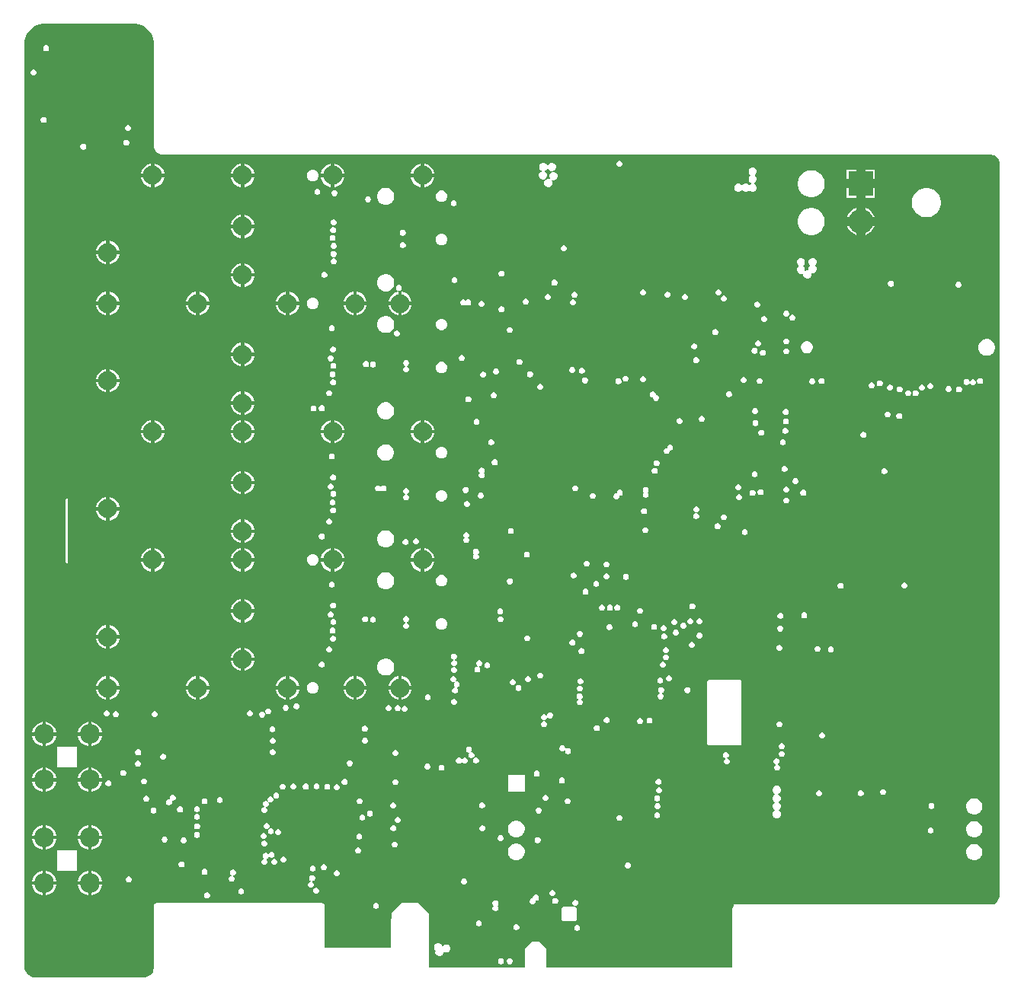
<source format=gbr>
G04*
G04 #@! TF.GenerationSoftware,Altium Limited,Altium Designer,23.7.1 (13)*
G04*
G04 Layer_Physical_Order=2*
G04 Layer_Color=36540*
%FSLAX25Y25*%
%MOIN*%
G70*
G04*
G04 #@! TF.SameCoordinates,E44608C4-6370-4D0E-AFC6-BBC59DA78F3B*
G04*
G04*
G04 #@! TF.FilePolarity,Positive*
G04*
G01*
G75*
%ADD160C,0.06299*%
%ADD170R,0.10827X0.10827*%
%ADD171C,0.10827*%
%ADD190C,0.08661*%
%ADD192R,0.06102X0.06102*%
%ADD194C,0.25591*%
%ADD196C,0.25000*%
%ADD197C,0.01600*%
%ADD198C,0.02598*%
%ADD199C,0.08268*%
G36*
X21330Y21189D02*
X23040Y20849D01*
X24651Y20182D01*
X26100Y19214D01*
X27333Y17981D01*
X28302Y16531D01*
X28969Y14920D01*
X29309Y13210D01*
Y12424D01*
X29302Y12371D01*
X29307Y12285D01*
X29290Y12201D01*
Y-31635D01*
X29289Y-31653D01*
X29274Y-31932D01*
X29286Y-32021D01*
X29277Y-32111D01*
X29328Y-32671D01*
X29362Y-32785D01*
X29373Y-32905D01*
X29532Y-33443D01*
X29588Y-33550D01*
X29622Y-33665D01*
X29882Y-34162D01*
X29958Y-34256D01*
X30013Y-34362D01*
X30365Y-34799D01*
X30457Y-34876D01*
X30532Y-34970D01*
X30963Y-35331D01*
X31068Y-35388D01*
X31160Y-35465D01*
X31652Y-35736D01*
X31766Y-35772D01*
X31871Y-35830D01*
X32407Y-36000D01*
X32496Y-36010D01*
X32581Y-36042D01*
X32858Y-36087D01*
X32957Y-36083D01*
X33054Y-36102D01*
X395327Y-36102D01*
X395338Y-36100D01*
X395349Y-36102D01*
X395729Y-36096D01*
X396477Y-36231D01*
X397185Y-36509D01*
X397824Y-36921D01*
X398372Y-37449D01*
X398805Y-38073D01*
X399109Y-38770D01*
X399271Y-39513D01*
X399278Y-39882D01*
X399278Y-360436D01*
X399278Y-360436D01*
X399278Y-360931D01*
X399114Y-361757D01*
X398791Y-362536D01*
X398323Y-363237D01*
X397727Y-363832D01*
X397027Y-364300D01*
X282941Y-364300D01*
Y-365050D01*
X282798Y-365146D01*
X282533Y-365543D01*
X282439Y-366011D01*
Y-392175D01*
X200941D01*
Y-383800D01*
X197741Y-380600D01*
X194941D01*
X191741Y-383800D01*
Y-384525D01*
X191560Y-385201D01*
X191552Y-385322D01*
X191521Y-385438D01*
X191497Y-385795D01*
X191502Y-385836D01*
X191495Y-385876D01*
Y-392175D01*
X149641D01*
Y-368300D01*
X145041Y-363700D01*
X137841D01*
X133341Y-368200D01*
Y-370110D01*
X133320Y-370161D01*
X133083Y-371350D01*
Y-371440D01*
X133061Y-371528D01*
X133031Y-372134D01*
X133036Y-372165D01*
X133030Y-372194D01*
Y-383366D01*
X103978D01*
X103978Y-365011D01*
X103885Y-364543D01*
X103641Y-364178D01*
Y-364000D01*
X103401D01*
X103223Y-363881D01*
X102754Y-363787D01*
X30513Y-363787D01*
X30045Y-363880D01*
X29866Y-364000D01*
X29641D01*
Y-364157D01*
X29383Y-364543D01*
X29290Y-365011D01*
Y-391990D01*
X29290Y-392411D01*
X29125Y-393237D01*
X28803Y-394016D01*
X28335Y-394717D01*
X27739Y-395313D01*
X27038Y-395781D01*
X26260Y-396103D01*
X25433Y-396268D01*
X25012D01*
X-23033Y-396266D01*
X-23448Y-396228D01*
X-24352Y-395961D01*
X-25188Y-395524D01*
X-25923Y-394932D01*
X-26528Y-394208D01*
X-26981Y-393381D01*
X-27264Y-392481D01*
X-27367Y-391543D01*
X-27326Y-391073D01*
X-27332Y-391020D01*
X-27321Y-390967D01*
X-27321Y12201D01*
X-27338Y12285D01*
X-27333Y12371D01*
X-27341Y12424D01*
X-27341Y13210D01*
X-27000Y14920D01*
X-26333Y16531D01*
X-25365Y17981D01*
X-24132Y19214D01*
X-22682Y20182D01*
X-21072Y20849D01*
X-19362Y21189D01*
X-18575D01*
X-18522Y21182D01*
X-18436Y21187D01*
X-18352Y21170D01*
X20320D01*
X20405Y21187D01*
X20490Y21182D01*
X20544Y21189D01*
X21330Y21189D01*
D02*
G37*
%LPC*%
G36*
X-17637Y11814D02*
X-18155D01*
X-18632Y11616D01*
X-18998Y11250D01*
X-19196Y10773D01*
Y10255D01*
X-18998Y9778D01*
X-18632Y9412D01*
X-18155Y9214D01*
X-17637D01*
X-17160Y9412D01*
X-16794Y9778D01*
X-16596Y10255D01*
Y10773D01*
X-16794Y11250D01*
X-17160Y11616D01*
X-17637Y11814D01*
D02*
G37*
G36*
X-23063Y1266D02*
X-23580D01*
X-24058Y1069D01*
X-24424Y703D01*
X-24622Y225D01*
Y-292D01*
X-24424Y-770D01*
X-24058Y-1136D01*
X-23580Y-1333D01*
X-23063D01*
X-22585Y-1136D01*
X-22220Y-770D01*
X-22022Y-292D01*
Y225D01*
X-22220Y703D01*
X-22585Y1069D01*
X-23063Y1266D01*
D02*
G37*
G36*
X-18676Y-19598D02*
X-19193D01*
X-19671Y-19796D01*
X-20037Y-20162D01*
X-20234Y-20639D01*
Y-21157D01*
X-20037Y-21634D01*
X-19671Y-22000D01*
X-19193Y-22198D01*
X-18676D01*
X-18198Y-22000D01*
X-17832Y-21634D01*
X-17635Y-21157D01*
Y-20639D01*
X-17832Y-20162D01*
X-18198Y-19796D01*
X-18676Y-19598D01*
D02*
G37*
G36*
X18225Y-23087D02*
X17708D01*
X17230Y-23285D01*
X16865Y-23650D01*
X16667Y-24128D01*
Y-24645D01*
X16865Y-25123D01*
X17230Y-25489D01*
X17708Y-25687D01*
X18225D01*
X18703Y-25489D01*
X19069Y-25123D01*
X19267Y-24645D01*
Y-24128D01*
X19069Y-23650D01*
X18703Y-23285D01*
X18225Y-23087D01*
D02*
G37*
G36*
X17482Y-29592D02*
X16965D01*
X16487Y-29790D01*
X16121Y-30155D01*
X15923Y-30633D01*
Y-31150D01*
X16121Y-31628D01*
X16487Y-31994D01*
X16965Y-32192D01*
X17482D01*
X17960Y-31994D01*
X18325Y-31628D01*
X18523Y-31150D01*
Y-30633D01*
X18325Y-30155D01*
X17960Y-29790D01*
X17482Y-29592D01*
D02*
G37*
G36*
X-1336Y-31279D02*
X-1853D01*
X-2331Y-31477D01*
X-2697Y-31842D01*
X-2895Y-32320D01*
Y-32837D01*
X-2697Y-33315D01*
X-2331Y-33681D01*
X-1853Y-33879D01*
X-1336D01*
X-859Y-33681D01*
X-493Y-33315D01*
X-295Y-32837D01*
Y-32320D01*
X-493Y-31842D01*
X-859Y-31477D01*
X-1336Y-31279D01*
D02*
G37*
G36*
X203723Y-39663D02*
X203007D01*
X202345Y-39937D01*
X201839Y-40443D01*
X201652Y-40894D01*
X201327D01*
X201140Y-40443D01*
X200634Y-39937D01*
X199972Y-39663D01*
X199256D01*
X198595Y-39937D01*
X198088Y-40443D01*
X197814Y-41105D01*
Y-41821D01*
X198088Y-42482D01*
X198595Y-42989D01*
X198818Y-43081D01*
Y-43406D01*
X198471Y-43549D01*
X197965Y-44056D01*
X197691Y-44717D01*
Y-45433D01*
X197965Y-46095D01*
X198471Y-46601D01*
X199133Y-46875D01*
X199849D01*
X200510Y-46601D01*
X201016Y-46095D01*
X201291Y-45433D01*
Y-44717D01*
X201016Y-44056D01*
X200510Y-43549D01*
X200287Y-43457D01*
Y-43132D01*
X200634Y-42989D01*
X201140Y-42482D01*
X201327Y-42031D01*
X201652D01*
X201839Y-42482D01*
X202345Y-42989D01*
X203007Y-43263D01*
X203723D01*
X204385Y-42989D01*
X204891Y-42482D01*
X205165Y-41821D01*
Y-41105D01*
X204891Y-40443D01*
X204385Y-39937D01*
X203723Y-39663D01*
D02*
G37*
G36*
X233263Y-38700D02*
X232746D01*
X232268Y-38898D01*
X231903Y-39264D01*
X231705Y-39741D01*
Y-40259D01*
X231903Y-40736D01*
X232268Y-41102D01*
X232746Y-41300D01*
X233263D01*
X233741Y-41102D01*
X234107Y-40736D01*
X234305Y-40259D01*
Y-39741D01*
X234107Y-39264D01*
X233741Y-38898D01*
X233263Y-38700D01*
D02*
G37*
G36*
X147600Y-40044D02*
Y-44407D01*
X151964D01*
X151634Y-43176D01*
X150959Y-42005D01*
X150003Y-41049D01*
X148832Y-40374D01*
X147600Y-40044D01*
D02*
G37*
G36*
X108230D02*
Y-44407D01*
X112594D01*
X112264Y-43176D01*
X111588Y-42005D01*
X110633Y-41049D01*
X109462Y-40374D01*
X108230Y-40044D01*
D02*
G37*
G36*
X68860D02*
Y-44407D01*
X73224D01*
X72894Y-43176D01*
X72218Y-42005D01*
X71263Y-41049D01*
X70092Y-40374D01*
X68860Y-40044D01*
D02*
G37*
G36*
X29490D02*
Y-44407D01*
X33854D01*
X33524Y-43176D01*
X32848Y-42005D01*
X31892Y-41049D01*
X30722Y-40374D01*
X29490Y-40044D01*
D02*
G37*
G36*
X106730Y-40044D02*
X105499Y-40374D01*
X104328Y-41049D01*
X103372Y-42005D01*
X102696Y-43176D01*
X102366Y-44407D01*
X106730D01*
Y-40044D01*
D02*
G37*
G36*
X27990D02*
X26759Y-40374D01*
X25588Y-41049D01*
X24632Y-42005D01*
X23956Y-43176D01*
X23626Y-44407D01*
X27990D01*
Y-40044D01*
D02*
G37*
G36*
X146100D02*
X144869Y-40374D01*
X143698Y-41049D01*
X142742Y-42005D01*
X142066Y-43176D01*
X141736Y-44407D01*
X146100D01*
Y-40044D01*
D02*
G37*
G36*
X67360D02*
X66129Y-40374D01*
X64958Y-41049D01*
X64002Y-42005D01*
X63326Y-43176D01*
X62996Y-44407D01*
X67360D01*
Y-40044D01*
D02*
G37*
G36*
X204376Y-43672D02*
X203660D01*
X202998Y-43946D01*
X202492Y-44453D01*
X202218Y-45114D01*
Y-45830D01*
X202492Y-46492D01*
X202544Y-46544D01*
X202375Y-46799D01*
X202185Y-46720D01*
X201469D01*
X200807Y-46994D01*
X200301Y-47501D01*
X200027Y-48162D01*
Y-48878D01*
X200301Y-49540D01*
X200807Y-50046D01*
X201469Y-50320D01*
X202185D01*
X202847Y-50046D01*
X203353Y-49540D01*
X203627Y-48878D01*
Y-48162D01*
X203353Y-47501D01*
X203301Y-47448D01*
X203471Y-47194D01*
X203660Y-47272D01*
X204376D01*
X205038Y-46998D01*
X205544Y-46492D01*
X205818Y-45830D01*
Y-45114D01*
X205544Y-44453D01*
X205038Y-43946D01*
X204376Y-43672D01*
D02*
G37*
G36*
X344796Y-42641D02*
X340583D01*
Y-46854D01*
X344796D01*
Y-42641D01*
D02*
G37*
G36*
X336583D02*
X332369D01*
Y-46854D01*
X336583D01*
Y-42641D01*
D02*
G37*
G36*
X99310Y-42689D02*
X98328D01*
X97421Y-43065D01*
X96726Y-43759D01*
X96350Y-44666D01*
Y-45649D01*
X96726Y-46556D01*
X97421Y-47250D01*
X98328Y-47626D01*
X99310D01*
X100217Y-47250D01*
X100912Y-46556D01*
X101287Y-45649D01*
Y-44666D01*
X100912Y-43759D01*
X100217Y-43065D01*
X99310Y-42689D01*
D02*
G37*
G36*
X291627Y-41641D02*
X290911D01*
X290250Y-41915D01*
X289743Y-42421D01*
X289469Y-43083D01*
Y-43799D01*
X289743Y-44461D01*
X290215Y-44932D01*
X290234Y-45105D01*
X290215Y-45277D01*
X289743Y-45749D01*
X289469Y-46410D01*
Y-47126D01*
X289743Y-47788D01*
X290250Y-48294D01*
X290911Y-48568D01*
Y-48850D01*
X290250Y-49124D01*
X289913Y-49460D01*
X289717Y-49610D01*
X289521Y-49460D01*
X289184Y-49124D01*
X288523Y-48850D01*
X287807D01*
X287145Y-49124D01*
X286761Y-49507D01*
X286565Y-49597D01*
X286369Y-49507D01*
X285986Y-49124D01*
X285324Y-48850D01*
X284608D01*
X283946Y-49124D01*
X283440Y-49630D01*
X283166Y-50292D01*
Y-51008D01*
X283440Y-51669D01*
X283946Y-52176D01*
X284608Y-52450D01*
X285324D01*
X285986Y-52176D01*
X286369Y-51792D01*
X286565Y-51703D01*
X286761Y-51792D01*
X287145Y-52176D01*
X287807Y-52450D01*
X288523D01*
X289184Y-52176D01*
X289521Y-51839D01*
X289717Y-51689D01*
X289913Y-51839D01*
X290250Y-52176D01*
X290911Y-52450D01*
X291627D01*
X292289Y-52176D01*
X292795Y-51669D01*
X293069Y-51008D01*
Y-50292D01*
X292795Y-49630D01*
X292289Y-49124D01*
X291627Y-48850D01*
Y-48568D01*
X292289Y-48294D01*
X292795Y-47788D01*
X293069Y-47126D01*
Y-46410D01*
X292795Y-45749D01*
X292324Y-45277D01*
X292304Y-45105D01*
X292324Y-44932D01*
X292795Y-44461D01*
X293069Y-43799D01*
Y-43083D01*
X292795Y-42421D01*
X292289Y-41915D01*
X291627Y-41641D01*
D02*
G37*
G36*
X106730Y-45908D02*
X102366D01*
X102696Y-47139D01*
X103372Y-48310D01*
X104328Y-49266D01*
X105499Y-49942D01*
X106730Y-50271D01*
Y-45908D01*
D02*
G37*
G36*
X27990D02*
X23626D01*
X23956Y-47139D01*
X24632Y-48310D01*
X25588Y-49266D01*
X26759Y-49942D01*
X27990Y-50271D01*
Y-45908D01*
D02*
G37*
G36*
X146100D02*
X141736D01*
X142066Y-47139D01*
X142742Y-48310D01*
X143698Y-49266D01*
X144869Y-49942D01*
X146100Y-50271D01*
Y-45908D01*
D02*
G37*
G36*
X67360D02*
X62996D01*
X63326Y-47139D01*
X64002Y-48310D01*
X64958Y-49266D01*
X66129Y-49942D01*
X67360Y-50271D01*
Y-45908D01*
D02*
G37*
G36*
X33854D02*
X29490D01*
Y-50271D01*
X30722Y-49942D01*
X31892Y-49266D01*
X32848Y-48310D01*
X33524Y-47139D01*
X33854Y-45908D01*
D02*
G37*
G36*
X151964D02*
X147600D01*
Y-50271D01*
X148832Y-49942D01*
X150003Y-49266D01*
X150959Y-48310D01*
X151634Y-47139D01*
X151964Y-45908D01*
D02*
G37*
G36*
X73224D02*
X68860D01*
Y-50271D01*
X70092Y-49942D01*
X71263Y-49266D01*
X72218Y-48310D01*
X72894Y-47139D01*
X73224Y-45908D01*
D02*
G37*
G36*
X112594D02*
X108230D01*
Y-50271D01*
X109462Y-49942D01*
X110633Y-49266D01*
X111588Y-48310D01*
X112264Y-47139D01*
X112594Y-45908D01*
D02*
G37*
G36*
X101046Y-51062D02*
X100529D01*
X100051Y-51260D01*
X99685Y-51626D01*
X99487Y-52104D01*
Y-52621D01*
X99685Y-53099D01*
X100051Y-53464D01*
X100529Y-53662D01*
X101046D01*
X101524Y-53464D01*
X101890Y-53099D01*
X102087Y-52621D01*
Y-52104D01*
X101890Y-51626D01*
X101524Y-51260D01*
X101046Y-51062D01*
D02*
G37*
G36*
X108540Y-51613D02*
X108023D01*
X107545Y-51811D01*
X107179Y-52177D01*
X106982Y-52655D01*
Y-53172D01*
X107179Y-53650D01*
X107545Y-54015D01*
X108023Y-54213D01*
X108540D01*
X109018Y-54015D01*
X109384Y-53650D01*
X109581Y-53172D01*
Y-52655D01*
X109384Y-52177D01*
X109018Y-51811D01*
X108540Y-51613D01*
D02*
G37*
G36*
X317465Y-42941D02*
X316300D01*
X315158Y-43168D01*
X314082Y-43614D01*
X313113Y-44261D01*
X312290Y-45085D01*
X311642Y-46053D01*
X311197Y-47129D01*
X310969Y-48272D01*
Y-49437D01*
X311197Y-50579D01*
X311642Y-51655D01*
X312290Y-52624D01*
X313113Y-53448D01*
X314082Y-54095D01*
X315158Y-54540D01*
X316300Y-54768D01*
X317465D01*
X318608Y-54540D01*
X319684Y-54095D01*
X320652Y-53448D01*
X321476Y-52624D01*
X322123Y-51655D01*
X322569Y-50579D01*
X322796Y-49437D01*
Y-48272D01*
X322569Y-47129D01*
X322123Y-46053D01*
X321476Y-45085D01*
X320652Y-44261D01*
X319684Y-43614D01*
X318608Y-43168D01*
X317465Y-42941D01*
D02*
G37*
G36*
X344796Y-50854D02*
X340583D01*
Y-55068D01*
X344796D01*
Y-50854D01*
D02*
G37*
G36*
X336583D02*
X332369D01*
Y-55068D01*
X336583D01*
Y-50854D01*
D02*
G37*
G36*
X155609Y-51862D02*
X154627D01*
X153720Y-52238D01*
X153025Y-52932D01*
X152650Y-53840D01*
Y-54822D01*
X153025Y-55729D01*
X153720Y-56423D01*
X154627Y-56799D01*
X155609D01*
X156516Y-56423D01*
X157211Y-55729D01*
X157587Y-54822D01*
Y-53840D01*
X157211Y-52932D01*
X156516Y-52238D01*
X155609Y-51862D01*
D02*
G37*
G36*
X123162Y-54310D02*
X122645D01*
X122167Y-54508D01*
X121801Y-54874D01*
X121603Y-55352D01*
Y-55869D01*
X121801Y-56346D01*
X122167Y-56712D01*
X122645Y-56910D01*
X123162D01*
X123640Y-56712D01*
X124005Y-56346D01*
X124203Y-55869D01*
Y-55352D01*
X124005Y-54874D01*
X123640Y-54508D01*
X123162Y-54310D01*
D02*
G37*
G36*
X131202Y-50583D02*
X130215D01*
X129262Y-50838D01*
X128407Y-51332D01*
X127709Y-52029D01*
X127216Y-52884D01*
X126961Y-53837D01*
Y-54824D01*
X127216Y-55777D01*
X127709Y-56632D01*
X128407Y-57330D01*
X129262Y-57823D01*
X130215Y-58079D01*
X131202D01*
X132155Y-57823D01*
X133010Y-57330D01*
X133708Y-56632D01*
X134201Y-55777D01*
X134457Y-54824D01*
Y-53837D01*
X134201Y-52884D01*
X133708Y-52029D01*
X133010Y-51332D01*
X132155Y-50838D01*
X131202Y-50583D01*
D02*
G37*
G36*
X160692Y-56082D02*
X160175D01*
X159697Y-56280D01*
X159331Y-56645D01*
X159133Y-57123D01*
Y-57640D01*
X159331Y-58118D01*
X159697Y-58484D01*
X160175Y-58682D01*
X160692D01*
X161169Y-58484D01*
X161535Y-58118D01*
X161733Y-57640D01*
Y-57123D01*
X161535Y-56645D01*
X161169Y-56280D01*
X160692Y-56082D01*
D02*
G37*
G36*
X340583Y-59457D02*
Y-63354D01*
X344480D01*
X344089Y-62411D01*
X343409Y-61394D01*
X342544Y-60528D01*
X341526Y-59848D01*
X340583Y-59457D01*
D02*
G37*
G36*
X336583Y-59457D02*
X335640Y-59848D01*
X334622Y-60528D01*
X333756Y-61394D01*
X333077Y-62411D01*
X332686Y-63354D01*
X336583D01*
Y-59457D01*
D02*
G37*
G36*
X367913Y-50704D02*
X366652D01*
X365416Y-50950D01*
X364251Y-51433D01*
X363203Y-52133D01*
X362312Y-53025D01*
X361611Y-54073D01*
X361129Y-55238D01*
X360883Y-56474D01*
Y-57735D01*
X361129Y-58971D01*
X361611Y-60136D01*
X362312Y-61184D01*
X363203Y-62076D01*
X364251Y-62776D01*
X365416Y-63258D01*
X366652Y-63504D01*
X367913D01*
X369150Y-63258D01*
X370314Y-62776D01*
X371362Y-62076D01*
X372254Y-61184D01*
X372954Y-60136D01*
X373437Y-58971D01*
X373683Y-57735D01*
Y-56474D01*
X373437Y-55238D01*
X372954Y-54073D01*
X372254Y-53025D01*
X371362Y-52133D01*
X370314Y-51433D01*
X369150Y-50950D01*
X367913Y-50704D01*
D02*
G37*
G36*
X68860Y-62406D02*
Y-66770D01*
X73224D01*
X72894Y-65538D01*
X72218Y-64367D01*
X71263Y-63412D01*
X70092Y-62736D01*
X68860Y-62406D01*
D02*
G37*
G36*
X67360Y-62406D02*
X66129Y-62736D01*
X64958Y-63412D01*
X64002Y-64367D01*
X63326Y-65538D01*
X62996Y-66770D01*
X67360D01*
Y-62406D01*
D02*
G37*
G36*
X108144Y-64446D02*
X107627D01*
X107149Y-64644D01*
X106784Y-65009D01*
X106586Y-65487D01*
Y-66005D01*
X106784Y-66482D01*
X107149Y-66848D01*
X107627Y-67046D01*
X108144D01*
X108622Y-66848D01*
X108988Y-66482D01*
X109186Y-66005D01*
Y-65487D01*
X108988Y-65009D01*
X108622Y-64644D01*
X108144Y-64446D01*
D02*
G37*
G36*
X107965Y-67818D02*
X107448D01*
X106970Y-68016D01*
X106604Y-68382D01*
X106406Y-68860D01*
Y-69377D01*
X106604Y-69855D01*
X106970Y-70220D01*
X107448Y-70418D01*
X107965D01*
X108443Y-70220D01*
X108809Y-69855D01*
X109007Y-69377D01*
Y-68860D01*
X108809Y-68382D01*
X108443Y-68016D01*
X107965Y-67818D01*
D02*
G37*
G36*
X336583Y-67354D02*
X332686D01*
X333077Y-68297D01*
X333756Y-69315D01*
X334622Y-70181D01*
X335640Y-70861D01*
X336583Y-71251D01*
Y-67354D01*
D02*
G37*
G36*
X344480D02*
X340583D01*
Y-71251D01*
X341526Y-70861D01*
X342544Y-70181D01*
X343409Y-69315D01*
X344089Y-68297D01*
X344480Y-67354D01*
D02*
G37*
G36*
X317465Y-59441D02*
X316300D01*
X315158Y-59668D01*
X314082Y-60114D01*
X313113Y-60761D01*
X312290Y-61585D01*
X311642Y-62553D01*
X311197Y-63630D01*
X310969Y-64772D01*
Y-65937D01*
X311197Y-67079D01*
X311642Y-68155D01*
X312290Y-69124D01*
X313113Y-69948D01*
X314082Y-70595D01*
X315158Y-71040D01*
X316300Y-71268D01*
X317465D01*
X318608Y-71040D01*
X319684Y-70595D01*
X320652Y-69948D01*
X321476Y-69124D01*
X322123Y-68155D01*
X322569Y-67079D01*
X322796Y-65937D01*
Y-64772D01*
X322569Y-63630D01*
X322123Y-62553D01*
X321476Y-61585D01*
X320652Y-60761D01*
X319684Y-60114D01*
X318608Y-59668D01*
X317465Y-59441D01*
D02*
G37*
G36*
X138448Y-68980D02*
X137930D01*
X137453Y-69178D01*
X137087Y-69543D01*
X136889Y-70021D01*
Y-70538D01*
X137087Y-71016D01*
X137453Y-71382D01*
X137930Y-71580D01*
X138448D01*
X138925Y-71382D01*
X139291Y-71016D01*
X139489Y-70538D01*
Y-70021D01*
X139291Y-69543D01*
X138925Y-69178D01*
X138448Y-68980D01*
D02*
G37*
G36*
X67360Y-68270D02*
X62996D01*
X63326Y-69501D01*
X64002Y-70672D01*
X64958Y-71628D01*
X66129Y-72304D01*
X67360Y-72634D01*
Y-68270D01*
D02*
G37*
G36*
X73224D02*
X68860D01*
Y-72634D01*
X70092Y-72304D01*
X71263Y-71628D01*
X72218Y-70672D01*
X72894Y-69501D01*
X73224Y-68270D01*
D02*
G37*
G36*
X107714Y-71227D02*
X107197D01*
X106719Y-71424D01*
X106353Y-71790D01*
X106155Y-72268D01*
Y-72785D01*
X106353Y-73263D01*
X106719Y-73629D01*
X107197Y-73826D01*
X107714D01*
X108192Y-73629D01*
X108557Y-73263D01*
X108755Y-72785D01*
Y-72268D01*
X108557Y-71790D01*
X108192Y-71424D01*
X107714Y-71227D01*
D02*
G37*
G36*
X155609Y-70760D02*
X154627D01*
X153720Y-71136D01*
X153025Y-71830D01*
X152650Y-72737D01*
Y-73719D01*
X153025Y-74627D01*
X153720Y-75321D01*
X154627Y-75697D01*
X155609D01*
X156516Y-75321D01*
X157211Y-74627D01*
X157587Y-73719D01*
Y-72737D01*
X157211Y-71830D01*
X156516Y-71136D01*
X155609Y-70760D01*
D02*
G37*
G36*
X138448Y-74350D02*
X137930D01*
X137453Y-74547D01*
X137087Y-74913D01*
X136889Y-75391D01*
Y-75908D01*
X137087Y-76386D01*
X137453Y-76752D01*
X137930Y-76950D01*
X138448D01*
X138925Y-76752D01*
X139291Y-76386D01*
X139489Y-75908D01*
Y-75391D01*
X139291Y-74913D01*
X138925Y-74547D01*
X138448Y-74350D01*
D02*
G37*
G36*
X108180Y-74671D02*
X107663D01*
X107185Y-74869D01*
X106820Y-75234D01*
X106622Y-75712D01*
Y-76229D01*
X106820Y-76707D01*
X107185Y-77073D01*
X107663Y-77271D01*
X108180D01*
X108658Y-77073D01*
X109024Y-76707D01*
X109222Y-76229D01*
Y-75712D01*
X109024Y-75234D01*
X108658Y-74869D01*
X108180Y-74671D01*
D02*
G37*
G36*
X9805Y-73823D02*
Y-78187D01*
X14169D01*
X13839Y-76955D01*
X13163Y-75785D01*
X12207Y-74829D01*
X11037Y-74153D01*
X9805Y-73823D01*
D02*
G37*
G36*
X8305Y-73823D02*
X7074Y-74153D01*
X5903Y-74829D01*
X4947Y-75785D01*
X4271Y-76955D01*
X3941Y-78187D01*
X8305D01*
Y-73823D01*
D02*
G37*
G36*
X208916Y-75791D02*
X208399D01*
X207921Y-75989D01*
X207555Y-76354D01*
X207357Y-76832D01*
Y-77349D01*
X207555Y-77827D01*
X207921Y-78193D01*
X208399Y-78391D01*
X208916D01*
X209394Y-78193D01*
X209759Y-77827D01*
X209957Y-77349D01*
Y-76832D01*
X209759Y-76354D01*
X209394Y-75989D01*
X208916Y-75791D01*
D02*
G37*
G36*
X108144Y-78294D02*
X107627D01*
X107150Y-78492D01*
X106784Y-78858D01*
X106586Y-79336D01*
Y-79853D01*
X106784Y-80331D01*
X107150Y-80696D01*
X107627Y-80894D01*
X108144D01*
X108622Y-80696D01*
X108988Y-80331D01*
X109186Y-79853D01*
Y-79336D01*
X108988Y-78858D01*
X108622Y-78492D01*
X108144Y-78294D01*
D02*
G37*
G36*
X8305Y-79687D02*
X3941D01*
X4271Y-80919D01*
X4947Y-82089D01*
X5903Y-83045D01*
X7074Y-83721D01*
X8305Y-84051D01*
Y-79687D01*
D02*
G37*
G36*
X14169D02*
X9805D01*
Y-84051D01*
X11037Y-83721D01*
X12207Y-83045D01*
X13163Y-82089D01*
X13839Y-80919D01*
X14169Y-79687D01*
D02*
G37*
G36*
X108252Y-81523D02*
X107735D01*
X107257Y-81721D01*
X106891Y-82087D01*
X106693Y-82565D01*
Y-83082D01*
X106891Y-83560D01*
X107257Y-83925D01*
X107735Y-84123D01*
X108252D01*
X108730Y-83925D01*
X109096Y-83560D01*
X109293Y-83082D01*
Y-82565D01*
X109096Y-82087D01*
X108730Y-81721D01*
X108252Y-81523D01*
D02*
G37*
G36*
X317953Y-81304D02*
X317237D01*
X316576Y-81578D01*
X316069Y-82084D01*
X315795Y-82746D01*
Y-83462D01*
X316069Y-84124D01*
X316510Y-84565D01*
X316020Y-85055D01*
X315745Y-85717D01*
Y-86433D01*
X315824Y-86622D01*
X315612Y-86834D01*
X315516Y-86795D01*
X314800D01*
X314381Y-86968D01*
X314253Y-86877D01*
X314130Y-86747D01*
Y-86074D01*
X313856Y-85412D01*
X313384Y-84940D01*
X313365Y-84768D01*
X313384Y-84595D01*
X313856Y-84124D01*
X314130Y-83462D01*
Y-82746D01*
X313856Y-82084D01*
X313349Y-81578D01*
X312688Y-81304D01*
X311972D01*
X311310Y-81578D01*
X310804Y-82084D01*
X310530Y-82746D01*
Y-83462D01*
X310804Y-84124D01*
X311276Y-84595D01*
X311295Y-84768D01*
X311276Y-84940D01*
X310804Y-85412D01*
X310530Y-86074D01*
Y-86790D01*
X310804Y-87451D01*
X311310Y-87958D01*
X311972Y-88232D01*
X312688D01*
X313107Y-88058D01*
X313235Y-88149D01*
X313358Y-88279D01*
Y-88952D01*
X313632Y-89614D01*
X314138Y-90121D01*
X314800Y-90395D01*
X315516D01*
X316178Y-90121D01*
X316684Y-89614D01*
X316958Y-88952D01*
Y-88236D01*
X316880Y-88047D01*
X317092Y-87835D01*
X317187Y-87875D01*
X317903D01*
X318565Y-87601D01*
X319071Y-87095D01*
X319345Y-86433D01*
Y-85717D01*
X319071Y-85055D01*
X318631Y-84614D01*
X319121Y-84124D01*
X319395Y-83462D01*
Y-82746D01*
X319121Y-82084D01*
X318615Y-81578D01*
X317953Y-81304D01*
D02*
G37*
G36*
X68860Y-83666D02*
Y-88029D01*
X73224D01*
X72894Y-86798D01*
X72218Y-85627D01*
X71263Y-84671D01*
X70092Y-83995D01*
X68860Y-83666D01*
D02*
G37*
G36*
X67360Y-83666D02*
X66129Y-83995D01*
X64958Y-84671D01*
X64002Y-85627D01*
X63326Y-86798D01*
X62996Y-88029D01*
X67360D01*
Y-83666D01*
D02*
G37*
G36*
X181633Y-86925D02*
X181116D01*
X180638Y-87123D01*
X180272Y-87489D01*
X180074Y-87967D01*
Y-88484D01*
X180272Y-88962D01*
X180638Y-89327D01*
X181116Y-89525D01*
X181633D01*
X182111Y-89327D01*
X182476Y-88962D01*
X182674Y-88484D01*
Y-87967D01*
X182476Y-87489D01*
X182111Y-87123D01*
X181633Y-86925D01*
D02*
G37*
G36*
X104109Y-87430D02*
X103592D01*
X103114Y-87628D01*
X102749Y-87994D01*
X102551Y-88472D01*
Y-88989D01*
X102749Y-89467D01*
X103114Y-89832D01*
X103592Y-90030D01*
X104109D01*
X104587Y-89832D01*
X104953Y-89467D01*
X105151Y-88989D01*
Y-88472D01*
X104953Y-87994D01*
X104587Y-87628D01*
X104109Y-87430D01*
D02*
G37*
G36*
X161085Y-89788D02*
X160568D01*
X160090Y-89986D01*
X159725Y-90352D01*
X159527Y-90830D01*
Y-91347D01*
X159725Y-91825D01*
X160090Y-92190D01*
X160568Y-92388D01*
X161085D01*
X161563Y-92190D01*
X161929Y-91825D01*
X162127Y-91347D01*
Y-90830D01*
X161929Y-90352D01*
X161563Y-89986D01*
X161085Y-89788D01*
D02*
G37*
G36*
X204789Y-90863D02*
X204272D01*
X203795Y-91061D01*
X203429Y-91427D01*
X203231Y-91905D01*
Y-92422D01*
X203429Y-92900D01*
X203795Y-93265D01*
X204272Y-93463D01*
X204789D01*
X205267Y-93265D01*
X205633Y-92900D01*
X205831Y-92422D01*
Y-91905D01*
X205633Y-91427D01*
X205267Y-91061D01*
X204789Y-90863D01*
D02*
G37*
G36*
X352014Y-91282D02*
X351497D01*
X351019Y-91479D01*
X350654Y-91845D01*
X350456Y-92323D01*
Y-92840D01*
X350654Y-93318D01*
X351019Y-93684D01*
X351497Y-93882D01*
X352014D01*
X352492Y-93684D01*
X352858Y-93318D01*
X353056Y-92840D01*
Y-92323D01*
X352858Y-91845D01*
X352492Y-91479D01*
X352014Y-91282D01*
D02*
G37*
G36*
X67360Y-89530D02*
X62996D01*
X63326Y-90761D01*
X64002Y-91932D01*
X64958Y-92888D01*
X66129Y-93563D01*
X67360Y-93893D01*
Y-89530D01*
D02*
G37*
G36*
X73224D02*
X68860D01*
Y-93893D01*
X70092Y-93563D01*
X71263Y-92888D01*
X72218Y-91932D01*
X72894Y-90761D01*
X73224Y-89530D01*
D02*
G37*
G36*
X381558Y-91660D02*
X381041D01*
X380563Y-91857D01*
X380197Y-92223D01*
X379999Y-92701D01*
Y-93218D01*
X380197Y-93696D01*
X380563Y-94062D01*
X381041Y-94260D01*
X381558D01*
X382036Y-94062D01*
X382401Y-93696D01*
X382599Y-93218D01*
Y-92701D01*
X382401Y-92223D01*
X382036Y-91857D01*
X381558Y-91660D01*
D02*
G37*
G36*
X136710Y-93145D02*
X136193D01*
X135715Y-93342D01*
X135349Y-93708D01*
X135151Y-94186D01*
Y-94703D01*
X135349Y-95181D01*
X135715Y-95547D01*
X136193Y-95745D01*
X136710D01*
X137188Y-95547D01*
X137553Y-95181D01*
X137751Y-94703D01*
Y-94186D01*
X137553Y-93708D01*
X137188Y-93342D01*
X136710Y-93145D01*
D02*
G37*
G36*
X131202Y-88378D02*
X130215D01*
X129262Y-88633D01*
X128407Y-89127D01*
X127709Y-89825D01*
X127216Y-90679D01*
X126961Y-91632D01*
Y-92619D01*
X127216Y-93573D01*
X127709Y-94427D01*
X128407Y-95125D01*
X129262Y-95619D01*
X130215Y-95874D01*
X131202D01*
X132155Y-95619D01*
X133010Y-95125D01*
X133708Y-94427D01*
X134201Y-93573D01*
X134457Y-92619D01*
Y-91632D01*
X134201Y-90679D01*
X133708Y-89825D01*
X133010Y-89127D01*
X132155Y-88633D01*
X131202Y-88378D01*
D02*
G37*
G36*
X243587Y-95034D02*
X243070D01*
X242592Y-95232D01*
X242226Y-95597D01*
X242028Y-96075D01*
Y-96592D01*
X242226Y-97070D01*
X242592Y-97436D01*
X243070Y-97634D01*
X243587D01*
X244064Y-97436D01*
X244430Y-97070D01*
X244628Y-96592D01*
Y-96075D01*
X244430Y-95597D01*
X244064Y-95232D01*
X243587Y-95034D01*
D02*
G37*
G36*
X276607Y-95100D02*
X276090D01*
X275612Y-95298D01*
X275246Y-95663D01*
X275048Y-96141D01*
Y-96658D01*
X275246Y-97136D01*
X275612Y-97502D01*
X276090Y-97700D01*
X276607D01*
X277085Y-97502D01*
X277451Y-97136D01*
X277648Y-96658D01*
Y-96141D01*
X277451Y-95663D01*
X277085Y-95298D01*
X276607Y-95100D01*
D02*
G37*
G36*
X254300Y-96045D02*
X253783D01*
X253305Y-96243D01*
X252940Y-96609D01*
X252742Y-97087D01*
Y-97604D01*
X252940Y-98082D01*
X253305Y-98448D01*
X253783Y-98645D01*
X254300D01*
X254778Y-98448D01*
X255144Y-98082D01*
X255342Y-97604D01*
Y-97087D01*
X255144Y-96609D01*
X254778Y-96243D01*
X254300Y-96045D01*
D02*
G37*
G36*
X213522Y-96204D02*
X213005D01*
X212527Y-96402D01*
X212161Y-96768D01*
X211963Y-97246D01*
Y-97763D01*
X212161Y-98241D01*
X212527Y-98606D01*
X213005Y-98804D01*
X213522D01*
X214000Y-98606D01*
X214365Y-98241D01*
X214563Y-97763D01*
Y-97246D01*
X214365Y-96768D01*
X214000Y-96402D01*
X213522Y-96204D01*
D02*
G37*
G36*
X261867Y-97151D02*
X261350D01*
X260873Y-97349D01*
X260507Y-97715D01*
X260309Y-98192D01*
Y-98710D01*
X260507Y-99187D01*
X260873Y-99553D01*
X261350Y-99751D01*
X261867D01*
X262345Y-99553D01*
X262711Y-99187D01*
X262909Y-98710D01*
Y-98192D01*
X262711Y-97715D01*
X262345Y-97349D01*
X261867Y-97151D01*
D02*
G37*
G36*
X201868D02*
X201351D01*
X200873Y-97349D01*
X200507Y-97715D01*
X200310Y-98192D01*
Y-98710D01*
X200507Y-99187D01*
X200873Y-99553D01*
X201351Y-99751D01*
X201868D01*
X202346Y-99553D01*
X202712Y-99187D01*
X202910Y-98710D01*
Y-98192D01*
X202712Y-97715D01*
X202346Y-97349D01*
X201868Y-97151D01*
D02*
G37*
G36*
X167076Y-99507D02*
X166559D01*
X166081Y-99705D01*
X165768Y-100019D01*
X165454Y-99705D01*
X164976Y-99507D01*
X164459D01*
X163981Y-99705D01*
X163616Y-100071D01*
X163418Y-100548D01*
Y-101066D01*
X163616Y-101543D01*
X163981Y-101909D01*
X164459Y-102107D01*
X164976D01*
X165454Y-101909D01*
X165768Y-101595D01*
X166081Y-101909D01*
X166559Y-102107D01*
X167076D01*
X167554Y-101909D01*
X167920Y-101543D01*
X168118Y-101066D01*
Y-100548D01*
X167920Y-100071D01*
X167554Y-99705D01*
X167076Y-99507D01*
D02*
G37*
G36*
X278905Y-97790D02*
X278388D01*
X277910Y-97988D01*
X277544Y-98354D01*
X277347Y-98832D01*
Y-99349D01*
X277544Y-99827D01*
X277910Y-100192D01*
X278388Y-100390D01*
X278905D01*
X279383Y-100192D01*
X279749Y-99827D01*
X279947Y-99349D01*
Y-98832D01*
X279749Y-98354D01*
X279383Y-97988D01*
X278905Y-97790D01*
D02*
G37*
G36*
X137758Y-96146D02*
Y-100510D01*
X142122D01*
X141792Y-99278D01*
X141116Y-98108D01*
X140160Y-97152D01*
X138989Y-96476D01*
X137758Y-96146D01*
D02*
G37*
G36*
X118073D02*
Y-100510D01*
X122437D01*
X122107Y-99278D01*
X121431Y-98108D01*
X120475Y-97152D01*
X119304Y-96476D01*
X118073Y-96146D01*
D02*
G37*
G36*
X136258Y-96146D02*
X135026Y-96476D01*
X133856Y-97152D01*
X132900Y-98108D01*
X132224Y-99278D01*
X131894Y-100510D01*
X136258D01*
Y-96146D01*
D02*
G37*
G36*
X116573D02*
X115341Y-96476D01*
X114171Y-97152D01*
X113215Y-98108D01*
X112539Y-99278D01*
X112209Y-100510D01*
X116573D01*
Y-96146D01*
D02*
G37*
G36*
X88545D02*
Y-100510D01*
X92909D01*
X92579Y-99278D01*
X91903Y-98108D01*
X90948Y-97152D01*
X89777Y-96476D01*
X88545Y-96146D01*
D02*
G37*
G36*
X49175D02*
Y-100510D01*
X53539D01*
X53209Y-99278D01*
X52533Y-98108D01*
X51578Y-97152D01*
X50407Y-96476D01*
X49175Y-96146D01*
D02*
G37*
G36*
X9805D02*
Y-100510D01*
X14169D01*
X13839Y-99278D01*
X13163Y-98108D01*
X12207Y-97152D01*
X11037Y-96476D01*
X9805Y-96146D01*
D02*
G37*
G36*
X8305Y-96146D02*
X7074Y-96476D01*
X5903Y-97152D01*
X4947Y-98108D01*
X4271Y-99278D01*
X3941Y-100510D01*
X8305D01*
Y-96146D01*
D02*
G37*
G36*
X47675D02*
X46444Y-96476D01*
X45273Y-97152D01*
X44317Y-98108D01*
X43641Y-99278D01*
X43311Y-100510D01*
X47675D01*
Y-96146D01*
D02*
G37*
G36*
X87045D02*
X85814Y-96476D01*
X84643Y-97152D01*
X83687Y-98108D01*
X83011Y-99278D01*
X82681Y-100510D01*
X87045D01*
Y-96146D01*
D02*
G37*
G36*
X192226Y-99190D02*
X191709D01*
X191231Y-99388D01*
X190865Y-99754D01*
X190667Y-100232D01*
Y-100749D01*
X190865Y-101227D01*
X191231Y-101592D01*
X191709Y-101790D01*
X192226D01*
X192703Y-101592D01*
X193069Y-101227D01*
X193267Y-100749D01*
Y-100232D01*
X193069Y-99754D01*
X192703Y-99388D01*
X192226Y-99190D01*
D02*
G37*
G36*
X212845Y-99466D02*
X212328D01*
X211850Y-99664D01*
X211484Y-100030D01*
X211286Y-100508D01*
Y-101025D01*
X211484Y-101503D01*
X211850Y-101868D01*
X212328Y-102066D01*
X212845D01*
X213322Y-101868D01*
X213688Y-101503D01*
X213886Y-101025D01*
Y-100508D01*
X213688Y-100030D01*
X213322Y-99664D01*
X212845Y-99466D01*
D02*
G37*
G36*
X172832Y-100060D02*
X172315D01*
X171837Y-100258D01*
X171471Y-100624D01*
X171274Y-101101D01*
Y-101619D01*
X171471Y-102096D01*
X171837Y-102462D01*
X172315Y-102660D01*
X172832D01*
X173310Y-102462D01*
X173676Y-102096D01*
X173873Y-101619D01*
Y-101101D01*
X173676Y-100624D01*
X173310Y-100258D01*
X172832Y-100060D01*
D02*
G37*
G36*
X293481Y-100437D02*
X292964D01*
X292486Y-100636D01*
X292121Y-101001D01*
X291923Y-101479D01*
Y-101996D01*
X292121Y-102474D01*
X292486Y-102840D01*
X292964Y-103038D01*
X293481D01*
X293959Y-102840D01*
X294325Y-102474D01*
X294523Y-101996D01*
Y-101479D01*
X294325Y-101001D01*
X293959Y-100636D01*
X293481Y-100437D01*
D02*
G37*
G36*
X99310Y-98791D02*
X98328D01*
X97421Y-99167D01*
X96726Y-99862D01*
X96350Y-100769D01*
Y-101751D01*
X96726Y-102658D01*
X97421Y-103352D01*
X98328Y-103728D01*
X99310D01*
X100217Y-103352D01*
X100912Y-102658D01*
X101287Y-101751D01*
Y-100769D01*
X100912Y-99862D01*
X100217Y-99167D01*
X99310Y-98791D01*
D02*
G37*
G36*
X181633Y-102511D02*
X181116D01*
X180638Y-102709D01*
X180272Y-103075D01*
X180074Y-103552D01*
Y-104070D01*
X180272Y-104548D01*
X180638Y-104913D01*
X181116Y-105111D01*
X181633D01*
X182111Y-104913D01*
X182476Y-104548D01*
X182674Y-104070D01*
Y-103552D01*
X182476Y-103075D01*
X182111Y-102709D01*
X181633Y-102511D01*
D02*
G37*
G36*
X122437Y-102010D02*
X118073D01*
Y-106374D01*
X119304Y-106044D01*
X120475Y-105368D01*
X121431Y-104412D01*
X122107Y-103241D01*
X122437Y-102010D01*
D02*
G37*
G36*
X142122D02*
X137758D01*
Y-106374D01*
X138989Y-106044D01*
X140160Y-105368D01*
X141116Y-104412D01*
X141792Y-103241D01*
X142122Y-102010D01*
D02*
G37*
G36*
X87045Y-102010D02*
X82681D01*
X83011Y-103241D01*
X83687Y-104412D01*
X84643Y-105368D01*
X85814Y-106044D01*
X87045Y-106374D01*
Y-102010D01*
D02*
G37*
G36*
X47675D02*
X43311D01*
X43641Y-103241D01*
X44317Y-104412D01*
X45273Y-105368D01*
X46444Y-106044D01*
X47675Y-106374D01*
Y-102010D01*
D02*
G37*
G36*
X8305D02*
X3941D01*
X4271Y-103241D01*
X4947Y-104412D01*
X5903Y-105368D01*
X7074Y-106044D01*
X8305Y-106374D01*
Y-102010D01*
D02*
G37*
G36*
X92909D02*
X88545D01*
Y-106374D01*
X89777Y-106044D01*
X90948Y-105368D01*
X91903Y-104412D01*
X92579Y-103241D01*
X92909Y-102010D01*
D02*
G37*
G36*
X53539D02*
X49175D01*
Y-106374D01*
X50407Y-106044D01*
X51578Y-105368D01*
X52533Y-104412D01*
X53209Y-103241D01*
X53539Y-102010D01*
D02*
G37*
G36*
X14169D02*
X9805D01*
Y-106374D01*
X11037Y-106044D01*
X12207Y-105368D01*
X13163Y-104412D01*
X13839Y-103241D01*
X14169Y-102010D01*
D02*
G37*
G36*
X136258Y-102010D02*
X131894D01*
X132224Y-103241D01*
X132900Y-104412D01*
X133856Y-105368D01*
X135026Y-106044D01*
X136258Y-106374D01*
Y-102010D01*
D02*
G37*
G36*
X116573D02*
X112209D01*
X112539Y-103241D01*
X113215Y-104412D01*
X114171Y-105368D01*
X115341Y-106044D01*
X116573Y-106374D01*
Y-102010D01*
D02*
G37*
G36*
X306164Y-104342D02*
X305647D01*
X305169Y-104540D01*
X304803Y-104906D01*
X304606Y-105383D01*
Y-105901D01*
X304803Y-106378D01*
X305169Y-106744D01*
X305647Y-106942D01*
X306164D01*
X306642Y-106744D01*
X307008Y-106378D01*
X307206Y-105901D01*
Y-105383D01*
X307008Y-104906D01*
X306642Y-104540D01*
X306164Y-104342D01*
D02*
G37*
G36*
X308835Y-106171D02*
X308318D01*
X307840Y-106369D01*
X307475Y-106734D01*
X307277Y-107212D01*
Y-107729D01*
X307475Y-108207D01*
X307840Y-108573D01*
X308318Y-108771D01*
X308835D01*
X309313Y-108573D01*
X309679Y-108207D01*
X309877Y-107729D01*
Y-107212D01*
X309679Y-106734D01*
X309313Y-106369D01*
X308835Y-106171D01*
D02*
G37*
G36*
X296470Y-106791D02*
X295953D01*
X295475Y-106989D01*
X295110Y-107355D01*
X294912Y-107833D01*
Y-108350D01*
X295110Y-108828D01*
X295475Y-109193D01*
X295953Y-109391D01*
X296470D01*
X296948Y-109193D01*
X297314Y-108828D01*
X297512Y-108350D01*
Y-107833D01*
X297314Y-107355D01*
X296948Y-106989D01*
X296470Y-106791D01*
D02*
G37*
G36*
X155609Y-107965D02*
X154627D01*
X153720Y-108340D01*
X153025Y-109035D01*
X152650Y-109942D01*
Y-110924D01*
X153025Y-111831D01*
X153720Y-112526D01*
X154627Y-112902D01*
X155609D01*
X156516Y-112526D01*
X157211Y-111831D01*
X157587Y-110924D01*
Y-109942D01*
X157211Y-109035D01*
X156516Y-108340D01*
X155609Y-107965D01*
D02*
G37*
G36*
X107389Y-110813D02*
X106872D01*
X106394Y-111011D01*
X106028Y-111377D01*
X105830Y-111855D01*
Y-112372D01*
X106028Y-112850D01*
X106394Y-113216D01*
X106872Y-113414D01*
X107389D01*
X107867Y-113216D01*
X108232Y-112850D01*
X108430Y-112372D01*
Y-111855D01*
X108232Y-111377D01*
X107867Y-111011D01*
X107389Y-110813D01*
D02*
G37*
G36*
X185257Y-111555D02*
X184740D01*
X184262Y-111753D01*
X183896Y-112119D01*
X183698Y-112596D01*
Y-113114D01*
X183896Y-113592D01*
X184262Y-113957D01*
X184740Y-114155D01*
X185257D01*
X185734Y-113957D01*
X186100Y-113592D01*
X186298Y-113114D01*
Y-112596D01*
X186100Y-112119D01*
X185734Y-111753D01*
X185257Y-111555D01*
D02*
G37*
G36*
X131202Y-106685D02*
X130215D01*
X129262Y-106940D01*
X128407Y-107434D01*
X127709Y-108132D01*
X127216Y-108986D01*
X126961Y-109940D01*
Y-110926D01*
X127216Y-111880D01*
X127709Y-112734D01*
X128407Y-113432D01*
X129262Y-113926D01*
X130215Y-114181D01*
X131202D01*
X132155Y-113926D01*
X133010Y-113432D01*
X133708Y-112734D01*
X134201Y-111880D01*
X134457Y-110926D01*
Y-109940D01*
X134201Y-108986D01*
X133708Y-108132D01*
X133010Y-107434D01*
X132155Y-106940D01*
X131202Y-106685D01*
D02*
G37*
G36*
X275154Y-112535D02*
X274637D01*
X274159Y-112733D01*
X273794Y-113099D01*
X273596Y-113577D01*
Y-114094D01*
X273794Y-114572D01*
X274159Y-114937D01*
X274637Y-115135D01*
X275154D01*
X275632Y-114937D01*
X275998Y-114572D01*
X276196Y-114094D01*
Y-113577D01*
X275998Y-113099D01*
X275632Y-112733D01*
X275154Y-112535D01*
D02*
G37*
G36*
X135802Y-113080D02*
X135285D01*
X134807Y-113278D01*
X134441Y-113644D01*
X134243Y-114121D01*
Y-114638D01*
X134441Y-115116D01*
X134807Y-115482D01*
X135285Y-115680D01*
X135802D01*
X136280Y-115482D01*
X136645Y-115116D01*
X136843Y-114638D01*
Y-114121D01*
X136645Y-113644D01*
X136280Y-113278D01*
X135802Y-113080D01*
D02*
G37*
G36*
X306164Y-116561D02*
X305647D01*
X305169Y-116759D01*
X304803Y-117125D01*
X304606Y-117603D01*
Y-118120D01*
X304803Y-118598D01*
X305169Y-118963D01*
X305647Y-119161D01*
X306164D01*
X306642Y-118963D01*
X307008Y-118598D01*
X307206Y-118120D01*
Y-117603D01*
X307008Y-117125D01*
X306642Y-116759D01*
X306164Y-116561D01*
D02*
G37*
G36*
X293950Y-117491D02*
X293433D01*
X292955Y-117689D01*
X292590Y-118055D01*
X292392Y-118533D01*
Y-119050D01*
X292590Y-119528D01*
X292955Y-119894D01*
X293433Y-120091D01*
X293950D01*
X294428Y-119894D01*
X294794Y-119528D01*
X294992Y-119050D01*
Y-118533D01*
X294794Y-118055D01*
X294428Y-117689D01*
X293950Y-117491D01*
D02*
G37*
G36*
X265984Y-118782D02*
X265466D01*
X264989Y-118980D01*
X264623Y-119346D01*
X264425Y-119823D01*
Y-120341D01*
X264623Y-120818D01*
X264989Y-121184D01*
X265466Y-121382D01*
X265984D01*
X266461Y-121184D01*
X266827Y-120818D01*
X267025Y-120341D01*
Y-119823D01*
X266827Y-119346D01*
X266461Y-118980D01*
X265984Y-118782D01*
D02*
G37*
G36*
X107980Y-120046D02*
X107463D01*
X106985Y-120244D01*
X106619Y-120610D01*
X106421Y-121088D01*
Y-121605D01*
X106619Y-122082D01*
X106985Y-122448D01*
X107463Y-122646D01*
X107980D01*
X108458Y-122448D01*
X108823Y-122082D01*
X109021Y-121605D01*
Y-121088D01*
X108823Y-120610D01*
X108458Y-120244D01*
X107980Y-120046D01*
D02*
G37*
G36*
X68860Y-118508D02*
Y-122872D01*
X73224D01*
X72894Y-121640D01*
X72218Y-120470D01*
X71263Y-119514D01*
X70092Y-118838D01*
X68860Y-118508D01*
D02*
G37*
G36*
X67360Y-118508D02*
X66129Y-118838D01*
X64958Y-119514D01*
X64002Y-120470D01*
X63326Y-121640D01*
X62996Y-122872D01*
X67360D01*
Y-118508D01*
D02*
G37*
G36*
X315312Y-117814D02*
X314610D01*
X313932Y-117996D01*
X313324Y-118347D01*
X312828Y-118843D01*
X312477Y-119451D01*
X312295Y-120129D01*
Y-120831D01*
X312477Y-121508D01*
X312828Y-122116D01*
X313324Y-122612D01*
X313932Y-122963D01*
X314610Y-123145D01*
X315312D01*
X315989Y-122963D01*
X316597Y-122612D01*
X317093Y-122116D01*
X317444Y-121508D01*
X317626Y-120831D01*
Y-120129D01*
X317444Y-119451D01*
X317093Y-118843D01*
X316597Y-118347D01*
X315989Y-117996D01*
X315312Y-117814D01*
D02*
G37*
G36*
X292328Y-120644D02*
X291811D01*
X291333Y-120842D01*
X290968Y-121207D01*
X290770Y-121685D01*
Y-122202D01*
X290968Y-122680D01*
X291333Y-123046D01*
X291811Y-123244D01*
X292328D01*
X292806Y-123046D01*
X293172Y-122680D01*
X293370Y-122202D01*
Y-121685D01*
X293172Y-121207D01*
X292806Y-120842D01*
X292328Y-120644D01*
D02*
G37*
G36*
X306164Y-120902D02*
X305647D01*
X305169Y-121100D01*
X304803Y-121466D01*
X304606Y-121944D01*
Y-122461D01*
X304803Y-122939D01*
X305169Y-123304D01*
X305647Y-123502D01*
X306164D01*
X306642Y-123304D01*
X307008Y-122939D01*
X307206Y-122461D01*
Y-121944D01*
X307008Y-121466D01*
X306642Y-121100D01*
X306164Y-120902D01*
D02*
G37*
G36*
X394181Y-116830D02*
X393220D01*
X392292Y-117079D01*
X391460Y-117559D01*
X390780Y-118239D01*
X390300Y-119071D01*
X390051Y-119999D01*
Y-120960D01*
X390300Y-121888D01*
X390780Y-122721D01*
X391460Y-123400D01*
X392292Y-123881D01*
X393220Y-124129D01*
X394181D01*
X395110Y-123881D01*
X395942Y-123400D01*
X396621Y-122721D01*
X397102Y-121888D01*
X397351Y-120960D01*
Y-119999D01*
X397102Y-119071D01*
X396621Y-118239D01*
X395942Y-117559D01*
X395110Y-117079D01*
X394181Y-116830D01*
D02*
G37*
G36*
X295961Y-121582D02*
X295444D01*
X294967Y-121780D01*
X294601Y-122146D01*
X294403Y-122624D01*
Y-123141D01*
X294601Y-123619D01*
X294967Y-123985D01*
X295444Y-124182D01*
X295961D01*
X296439Y-123985D01*
X296805Y-123619D01*
X297003Y-123141D01*
Y-122624D01*
X296805Y-122146D01*
X296439Y-121780D01*
X295961Y-121582D01*
D02*
G37*
G36*
X164194Y-123847D02*
X163677D01*
X163199Y-124045D01*
X162834Y-124410D01*
X162636Y-124888D01*
Y-125406D01*
X162834Y-125883D01*
X163199Y-126249D01*
X163677Y-126447D01*
X164194D01*
X164672Y-126249D01*
X165038Y-125883D01*
X165236Y-125406D01*
Y-124888D01*
X165038Y-124410D01*
X164672Y-124045D01*
X164194Y-123847D01*
D02*
G37*
G36*
X106855Y-123974D02*
X106338D01*
X105860Y-124172D01*
X105494Y-124538D01*
X105296Y-125016D01*
Y-125533D01*
X105494Y-126011D01*
X105860Y-126376D01*
X106338Y-126574D01*
X106855D01*
X107333Y-126376D01*
X107698Y-126011D01*
X107896Y-125533D01*
Y-125016D01*
X107698Y-124538D01*
X107333Y-124172D01*
X106855Y-123974D01*
D02*
G37*
G36*
X266777Y-124817D02*
X266260D01*
X265782Y-125015D01*
X265417Y-125381D01*
X265219Y-125858D01*
Y-126376D01*
X265417Y-126853D01*
X265782Y-127219D01*
X266260Y-127417D01*
X266777D01*
X267255Y-127219D01*
X267621Y-126853D01*
X267819Y-126376D01*
Y-125858D01*
X267621Y-125381D01*
X267255Y-125015D01*
X266777Y-124817D01*
D02*
G37*
G36*
X189490Y-125580D02*
X188973D01*
X188496Y-125778D01*
X188130Y-126143D01*
X187932Y-126621D01*
Y-127138D01*
X188130Y-127616D01*
X188496Y-127982D01*
X188973Y-128180D01*
X189490D01*
X189968Y-127982D01*
X190334Y-127616D01*
X190532Y-127138D01*
Y-126621D01*
X190334Y-126143D01*
X189968Y-125778D01*
X189490Y-125580D01*
D02*
G37*
G36*
X73224Y-124372D02*
X68860D01*
Y-128736D01*
X70092Y-128406D01*
X71263Y-127730D01*
X72218Y-126774D01*
X72894Y-125604D01*
X73224Y-124372D01*
D02*
G37*
G36*
X67360D02*
X62996D01*
X63326Y-125604D01*
X64002Y-126774D01*
X64958Y-127730D01*
X66129Y-128406D01*
X67360Y-128736D01*
Y-124372D01*
D02*
G37*
G36*
X122339Y-126535D02*
X121822D01*
X121344Y-126733D01*
X120978Y-127098D01*
X120780Y-127576D01*
Y-128093D01*
X120978Y-128571D01*
X121344Y-128937D01*
X121822Y-129135D01*
X122339D01*
X122817Y-128937D01*
X123182Y-128571D01*
X123380Y-128093D01*
Y-127576D01*
X123182Y-127098D01*
X122817Y-126733D01*
X122339Y-126535D01*
D02*
G37*
G36*
X125357Y-126653D02*
X124840D01*
X124362Y-126851D01*
X123996Y-127216D01*
X123798Y-127694D01*
Y-128211D01*
X123996Y-128689D01*
X124362Y-129055D01*
X124840Y-129253D01*
X125357D01*
X125835Y-129055D01*
X126200Y-128689D01*
X126398Y-128211D01*
Y-127694D01*
X126200Y-127216D01*
X125835Y-126851D01*
X125357Y-126653D01*
D02*
G37*
G36*
X108073Y-127207D02*
X107556D01*
X107078Y-127405D01*
X106713Y-127770D01*
X106515Y-128248D01*
Y-128765D01*
X106713Y-129243D01*
X107078Y-129609D01*
X107556Y-129807D01*
X108073D01*
X108551Y-129609D01*
X108917Y-129243D01*
X109115Y-128765D01*
Y-128248D01*
X108917Y-127770D01*
X108551Y-127405D01*
X108073Y-127207D01*
D02*
G37*
G36*
X139907Y-125980D02*
X139390D01*
X138912Y-126178D01*
X138547Y-126543D01*
X138349Y-127021D01*
Y-127539D01*
X138547Y-128016D01*
X138912Y-128382D01*
X139296Y-128541D01*
Y-128857D01*
X138912Y-129016D01*
X138547Y-129382D01*
X138349Y-129859D01*
Y-130377D01*
X138547Y-130854D01*
X138912Y-131220D01*
X139390Y-131418D01*
X139907D01*
X140385Y-131220D01*
X140751Y-130854D01*
X140949Y-130377D01*
Y-129859D01*
X140751Y-129382D01*
X140385Y-129016D01*
X140001Y-128857D01*
Y-128541D01*
X140385Y-128382D01*
X140751Y-128016D01*
X140949Y-127539D01*
Y-127021D01*
X140751Y-126543D01*
X140385Y-126178D01*
X139907Y-125980D01*
D02*
G37*
G36*
X212509Y-128988D02*
X211992D01*
X211515Y-129186D01*
X211149Y-129552D01*
X210951Y-130030D01*
Y-130547D01*
X211149Y-131025D01*
X211515Y-131390D01*
X211992Y-131588D01*
X212509D01*
X212987Y-131390D01*
X213353Y-131025D01*
X213551Y-130547D01*
Y-130030D01*
X213353Y-129552D01*
X212987Y-129186D01*
X212509Y-128988D01*
D02*
G37*
G36*
X155609Y-126862D02*
X154627D01*
X153720Y-127238D01*
X153025Y-127932D01*
X152650Y-128840D01*
Y-129822D01*
X153025Y-130729D01*
X153720Y-131423D01*
X154627Y-131799D01*
X155609D01*
X156516Y-131423D01*
X157211Y-130729D01*
X157587Y-129822D01*
Y-128840D01*
X157211Y-127932D01*
X156516Y-127238D01*
X155609Y-126862D01*
D02*
G37*
G36*
X216762Y-129425D02*
X216245D01*
X215767Y-129623D01*
X215401Y-129989D01*
X215203Y-130467D01*
Y-130984D01*
X215401Y-131462D01*
X215767Y-131827D01*
X216245Y-132025D01*
X216762D01*
X217240Y-131827D01*
X217605Y-131462D01*
X217803Y-130984D01*
Y-130467D01*
X217605Y-129989D01*
X217240Y-129623D01*
X216762Y-129425D01*
D02*
G37*
G36*
X179225Y-129655D02*
X178707D01*
X178229Y-129853D01*
X177864Y-130219D01*
X177666Y-130696D01*
Y-131213D01*
X177864Y-131691D01*
X178229Y-132057D01*
X178707Y-132255D01*
X179225D01*
X179702Y-132057D01*
X180068Y-131691D01*
X180266Y-131213D01*
Y-130696D01*
X180068Y-130219D01*
X179702Y-129853D01*
X179225Y-129655D01*
D02*
G37*
G36*
X194105Y-130960D02*
X193588D01*
X193110Y-131158D01*
X192744Y-131524D01*
X192546Y-132002D01*
Y-132519D01*
X192744Y-132997D01*
X193110Y-133362D01*
X193588Y-133560D01*
X194105D01*
X194583Y-133362D01*
X194948Y-132997D01*
X195146Y-132519D01*
Y-132002D01*
X194948Y-131524D01*
X194583Y-131158D01*
X194105Y-130960D01*
D02*
G37*
G36*
X107722Y-130973D02*
X107205D01*
X106727Y-131171D01*
X106361Y-131537D01*
X106164Y-132015D01*
Y-132532D01*
X106361Y-133010D01*
X106727Y-133375D01*
X107205Y-133573D01*
X107722D01*
X108200Y-133375D01*
X108566Y-133010D01*
X108764Y-132532D01*
Y-132015D01*
X108566Y-131537D01*
X108200Y-131171D01*
X107722Y-130973D01*
D02*
G37*
G36*
X173626Y-131038D02*
X173109D01*
X172631Y-131236D01*
X172265Y-131602D01*
X172067Y-132079D01*
Y-132597D01*
X172265Y-133074D01*
X172631Y-133440D01*
X173109Y-133638D01*
X173626D01*
X174104Y-133440D01*
X174469Y-133074D01*
X174667Y-132597D01*
Y-132079D01*
X174469Y-131602D01*
X174104Y-131236D01*
X173626Y-131038D01*
D02*
G37*
G36*
X9805Y-129925D02*
Y-134289D01*
X14169D01*
X13839Y-133058D01*
X13163Y-131887D01*
X12207Y-130931D01*
X11037Y-130255D01*
X9805Y-129925D01*
D02*
G37*
G36*
X8305Y-129925D02*
X7074Y-130255D01*
X5903Y-130931D01*
X4947Y-131887D01*
X4271Y-133058D01*
X3941Y-134289D01*
X8305D01*
Y-129925D01*
D02*
G37*
G36*
X235871Y-132922D02*
X235354D01*
X234876Y-133119D01*
X234510Y-133485D01*
X234312Y-133963D01*
Y-134480D01*
X234510Y-134958D01*
X234876Y-135324D01*
X235354Y-135521D01*
X235871D01*
X236349Y-135324D01*
X236714Y-134958D01*
X236912Y-134480D01*
Y-133963D01*
X236714Y-133485D01*
X236349Y-133119D01*
X235871Y-132922D01*
D02*
G37*
G36*
X243503Y-133096D02*
X242986D01*
X242508Y-133294D01*
X242142Y-133660D01*
X241944Y-134138D01*
Y-134655D01*
X242142Y-135133D01*
X242508Y-135498D01*
X242986Y-135696D01*
X243503D01*
X243981Y-135498D01*
X244346Y-135133D01*
X244544Y-134655D01*
Y-134138D01*
X244346Y-133660D01*
X243981Y-133294D01*
X243503Y-133096D01*
D02*
G37*
G36*
X287613Y-133343D02*
X287095D01*
X286618Y-133541D01*
X286252Y-133907D01*
X286054Y-134384D01*
Y-134902D01*
X286252Y-135379D01*
X286618Y-135745D01*
X287095Y-135943D01*
X287613D01*
X288090Y-135745D01*
X288456Y-135379D01*
X288654Y-134902D01*
Y-134384D01*
X288456Y-133907D01*
X288090Y-133541D01*
X287613Y-133343D01*
D02*
G37*
G36*
X218153Y-133623D02*
X217636D01*
X217158Y-133821D01*
X216792Y-134187D01*
X216594Y-134664D01*
Y-135182D01*
X216792Y-135659D01*
X217158Y-136025D01*
X217636Y-136223D01*
X218153D01*
X218631Y-136025D01*
X218996Y-135659D01*
X219194Y-135182D01*
Y-134664D01*
X218996Y-134187D01*
X218631Y-133821D01*
X218153Y-133623D01*
D02*
G37*
G36*
X391007Y-133920D02*
X390490D01*
X390012Y-134118D01*
X389646Y-134484D01*
X389448Y-134961D01*
Y-135478D01*
X389646Y-135956D01*
X390012Y-136322D01*
X390490Y-136520D01*
X391007D01*
X391484Y-136322D01*
X391850Y-135956D01*
X392048Y-135478D01*
Y-134961D01*
X391850Y-134484D01*
X391484Y-134118D01*
X391007Y-133920D01*
D02*
G37*
G36*
X321677D02*
X321160D01*
X320682Y-134118D01*
X320316Y-134484D01*
X320118Y-134961D01*
Y-135478D01*
X320316Y-135956D01*
X320682Y-136322D01*
X321160Y-136520D01*
X321677D01*
X322154Y-136322D01*
X322520Y-135956D01*
X322718Y-135478D01*
Y-134961D01*
X322520Y-134484D01*
X322154Y-134118D01*
X321677Y-133920D01*
D02*
G37*
G36*
X294518D02*
X294001D01*
X293523Y-134118D01*
X293158Y-134484D01*
X292960Y-134961D01*
Y-135478D01*
X293158Y-135956D01*
X293523Y-136322D01*
X294001Y-136520D01*
X294518D01*
X294996Y-136322D01*
X295362Y-135956D01*
X295560Y-135478D01*
Y-134961D01*
X295362Y-134484D01*
X294996Y-134118D01*
X294518Y-133920D01*
D02*
G37*
G36*
X317582Y-133995D02*
X317064D01*
X316586Y-134193D01*
X316221Y-134558D01*
X316023Y-135036D01*
Y-135553D01*
X316221Y-136031D01*
X316586Y-136397D01*
X317064Y-136595D01*
X317582D01*
X318059Y-136397D01*
X318425Y-136031D01*
X318623Y-135553D01*
Y-135036D01*
X318425Y-134558D01*
X318059Y-134193D01*
X317582Y-133995D01*
D02*
G37*
G36*
X232783D02*
X232265D01*
X231788Y-134193D01*
X231422Y-134558D01*
X231224Y-135036D01*
Y-135553D01*
X231422Y-136031D01*
X231788Y-136397D01*
X232265Y-136595D01*
X232783D01*
X233260Y-136397D01*
X233626Y-136031D01*
X233824Y-135553D01*
Y-135036D01*
X233626Y-134558D01*
X233260Y-134193D01*
X232783Y-133995D01*
D02*
G37*
G36*
X385101Y-134303D02*
X384584D01*
X384106Y-134501D01*
X383740Y-134867D01*
X383542Y-135345D01*
Y-135862D01*
X383740Y-136339D01*
X384106Y-136705D01*
X384584Y-136903D01*
X385101D01*
X385579Y-136705D01*
X385945Y-136339D01*
X386045Y-136096D01*
X386359Y-136123D01*
X386521Y-136512D01*
X386886Y-136878D01*
X387364Y-137076D01*
X387881D01*
X388359Y-136878D01*
X388725Y-136512D01*
X388923Y-136034D01*
Y-135517D01*
X388725Y-135039D01*
X388359Y-134674D01*
X387881Y-134476D01*
X387364D01*
X386886Y-134674D01*
X386521Y-135039D01*
X386420Y-135283D01*
X386106Y-135256D01*
X385945Y-134867D01*
X385579Y-134501D01*
X385101Y-134303D01*
D02*
G37*
G36*
X107980Y-134487D02*
X107463D01*
X106985Y-134685D01*
X106619Y-135050D01*
X106421Y-135528D01*
Y-136045D01*
X106619Y-136523D01*
X106985Y-136889D01*
X107463Y-137087D01*
X107980D01*
X108458Y-136889D01*
X108823Y-136523D01*
X109021Y-136045D01*
Y-135528D01*
X108823Y-135050D01*
X108458Y-134685D01*
X107980Y-134487D01*
D02*
G37*
G36*
X347109Y-134917D02*
X346592D01*
X346114Y-135115D01*
X345748Y-135481D01*
X345550Y-135959D01*
Y-136476D01*
X345748Y-136953D01*
X346114Y-137319D01*
X346592Y-137517D01*
X347109D01*
X347587Y-137319D01*
X347952Y-136953D01*
X348150Y-136476D01*
Y-135959D01*
X347952Y-135481D01*
X347587Y-135115D01*
X347109Y-134917D01*
D02*
G37*
G36*
X343566Y-135852D02*
X343049D01*
X342571Y-136050D01*
X342205Y-136416D01*
X342007Y-136894D01*
Y-137411D01*
X342205Y-137889D01*
X342571Y-138254D01*
X343049Y-138452D01*
X343566D01*
X344043Y-138254D01*
X344409Y-137889D01*
X344607Y-137411D01*
Y-136894D01*
X344409Y-136416D01*
X344043Y-136050D01*
X343566Y-135852D01*
D02*
G37*
G36*
X369224Y-136095D02*
X368706D01*
X368229Y-136293D01*
X367863Y-136659D01*
X367665Y-137137D01*
Y-137654D01*
X367863Y-138132D01*
X368229Y-138498D01*
X368706Y-138696D01*
X369224D01*
X369701Y-138498D01*
X370067Y-138132D01*
X370265Y-137654D01*
Y-137137D01*
X370067Y-136659D01*
X369701Y-136293D01*
X369224Y-136095D01*
D02*
G37*
G36*
X198524Y-136483D02*
X198007D01*
X197529Y-136681D01*
X197164Y-137046D01*
X196966Y-137524D01*
Y-138041D01*
X197164Y-138519D01*
X197529Y-138885D01*
X198007Y-139083D01*
X198524D01*
X199002Y-138885D01*
X199368Y-138519D01*
X199566Y-138041D01*
Y-137524D01*
X199368Y-137046D01*
X199002Y-136681D01*
X198524Y-136483D01*
D02*
G37*
G36*
X365613Y-136738D02*
X365096D01*
X364618Y-136936D01*
X364252Y-137302D01*
X364054Y-137779D01*
Y-138297D01*
X364252Y-138774D01*
X364618Y-139140D01*
X365096Y-139338D01*
X365613D01*
X366091Y-139140D01*
X366456Y-138774D01*
X366654Y-138297D01*
Y-137779D01*
X366456Y-137302D01*
X366091Y-136936D01*
X365613Y-136738D01*
D02*
G37*
G36*
X351637D02*
X351119D01*
X350641Y-136936D01*
X350276Y-137302D01*
X350078Y-137779D01*
Y-138297D01*
X350276Y-138774D01*
X350641Y-139140D01*
X351119Y-139338D01*
X351637D01*
X352114Y-139140D01*
X352480Y-138774D01*
X352678Y-138297D01*
Y-137779D01*
X352480Y-137302D01*
X352114Y-136936D01*
X351637Y-136738D01*
D02*
G37*
G36*
X377164Y-137322D02*
X376647D01*
X376169Y-137520D01*
X375803Y-137885D01*
X375605Y-138363D01*
Y-138880D01*
X375803Y-139358D01*
X376169Y-139724D01*
X376647Y-139922D01*
X377164D01*
X377642Y-139724D01*
X378007Y-139358D01*
X378205Y-138880D01*
Y-138363D01*
X378007Y-137885D01*
X377642Y-137520D01*
X377164Y-137322D01*
D02*
G37*
G36*
X8305Y-135789D02*
X3941D01*
X4271Y-137021D01*
X4947Y-138192D01*
X5903Y-139147D01*
X7074Y-139823D01*
X8305Y-140153D01*
Y-135789D01*
D02*
G37*
G36*
X14169D02*
X9805D01*
Y-140153D01*
X11037Y-139823D01*
X12207Y-139147D01*
X13163Y-138192D01*
X13839Y-137021D01*
X14169Y-135789D01*
D02*
G37*
G36*
X355813Y-137575D02*
X355296D01*
X354818Y-137773D01*
X354452Y-138139D01*
X354254Y-138617D01*
Y-139134D01*
X354452Y-139611D01*
X354818Y-139977D01*
X355296Y-140175D01*
X355813D01*
X356291Y-139977D01*
X356656Y-139611D01*
X356854Y-139134D01*
Y-138617D01*
X356656Y-138139D01*
X356291Y-137773D01*
X355813Y-137575D01*
D02*
G37*
G36*
X381758Y-137606D02*
X381241D01*
X380763Y-137803D01*
X380397Y-138169D01*
X380199Y-138647D01*
Y-139164D01*
X380397Y-139642D01*
X380763Y-140008D01*
X381241Y-140206D01*
X381758D01*
X382236Y-140008D01*
X382601Y-139642D01*
X382799Y-139164D01*
Y-138647D01*
X382601Y-138169D01*
X382236Y-137803D01*
X381758Y-137606D01*
D02*
G37*
G36*
X362770Y-139243D02*
X362253D01*
X361775Y-139441D01*
X361409Y-139807D01*
X361211Y-140285D01*
Y-140802D01*
X361409Y-141280D01*
X361775Y-141646D01*
X362253Y-141843D01*
X362770D01*
X363248Y-141646D01*
X363614Y-141280D01*
X363811Y-140802D01*
Y-140285D01*
X363614Y-139807D01*
X363248Y-139441D01*
X362770Y-139243D01*
D02*
G37*
G36*
X359511D02*
X358993D01*
X358516Y-139441D01*
X358150Y-139807D01*
X357952Y-140285D01*
Y-140802D01*
X358150Y-141280D01*
X358516Y-141646D01*
X358993Y-141843D01*
X359511D01*
X359988Y-141646D01*
X360354Y-141280D01*
X360552Y-140802D01*
Y-140285D01*
X360354Y-139807D01*
X359988Y-139441D01*
X359511Y-139243D01*
D02*
G37*
G36*
X106218Y-139251D02*
X105701D01*
X105223Y-139449D01*
X104858Y-139815D01*
X104660Y-140293D01*
Y-140810D01*
X104858Y-141288D01*
X105223Y-141653D01*
X105701Y-141851D01*
X106218D01*
X106696Y-141653D01*
X107062Y-141288D01*
X107260Y-140810D01*
Y-140293D01*
X107062Y-139815D01*
X106696Y-139449D01*
X106218Y-139251D01*
D02*
G37*
G36*
X281131Y-139675D02*
X280613D01*
X280136Y-139873D01*
X279770Y-140239D01*
X279572Y-140716D01*
Y-141234D01*
X279770Y-141711D01*
X280136Y-142077D01*
X280613Y-142275D01*
X281131D01*
X281608Y-142077D01*
X281974Y-141711D01*
X282172Y-141234D01*
Y-140716D01*
X281974Y-140239D01*
X281608Y-139873D01*
X281131Y-139675D01*
D02*
G37*
G36*
X178220Y-140199D02*
X177702D01*
X177225Y-140397D01*
X176859Y-140762D01*
X176661Y-141240D01*
Y-141757D01*
X176859Y-142235D01*
X177225Y-142601D01*
X177702Y-142799D01*
X178220D01*
X178698Y-142601D01*
X179063Y-142235D01*
X179261Y-141757D01*
Y-141240D01*
X179063Y-140762D01*
X178698Y-140397D01*
X178220Y-140199D01*
D02*
G37*
G36*
X247794Y-139817D02*
X247277D01*
X246799Y-140015D01*
X246433Y-140381D01*
X246236Y-140858D01*
Y-141376D01*
X246433Y-141853D01*
X246799Y-142219D01*
X247277Y-142417D01*
X247721D01*
Y-142860D01*
X247918Y-143338D01*
X248284Y-143704D01*
X248762Y-143902D01*
X249279D01*
X249757Y-143704D01*
X250123Y-143338D01*
X250321Y-142860D01*
Y-142343D01*
X250123Y-141865D01*
X249757Y-141500D01*
X249279Y-141302D01*
X248836D01*
Y-140858D01*
X248638Y-140381D01*
X248272Y-140015D01*
X247794Y-139817D01*
D02*
G37*
G36*
X68860Y-139768D02*
Y-144132D01*
X73224D01*
X72894Y-142900D01*
X72218Y-141730D01*
X71263Y-140774D01*
X70092Y-140098D01*
X68860Y-139768D01*
D02*
G37*
G36*
X67360Y-139768D02*
X66129Y-140098D01*
X64958Y-140774D01*
X64002Y-141730D01*
X63326Y-142900D01*
X62996Y-144132D01*
X67360D01*
Y-139768D01*
D02*
G37*
G36*
X167120Y-141919D02*
X166603D01*
X166126Y-142117D01*
X165760Y-142483D01*
X165562Y-142960D01*
Y-143478D01*
X165760Y-143955D01*
X166126Y-144321D01*
X166603Y-144519D01*
X167120D01*
X167598Y-144321D01*
X167964Y-143955D01*
X168162Y-143478D01*
Y-142960D01*
X167964Y-142483D01*
X167598Y-142117D01*
X167120Y-141919D01*
D02*
G37*
G36*
X103007Y-145849D02*
X102490D01*
X102012Y-146046D01*
X101646Y-146412D01*
X101449Y-146890D01*
Y-147407D01*
X101646Y-147885D01*
X102012Y-148251D01*
X102490Y-148449D01*
X103007D01*
X103485Y-148251D01*
X103851Y-147885D01*
X104049Y-147407D01*
Y-146890D01*
X103851Y-146412D01*
X103485Y-146046D01*
X103007Y-145849D01*
D02*
G37*
G36*
X99362Y-145885D02*
X98845D01*
X98367Y-146083D01*
X98001Y-146449D01*
X97803Y-146926D01*
Y-147444D01*
X98001Y-147921D01*
X98367Y-148287D01*
X98845Y-148485D01*
X99362D01*
X99840Y-148287D01*
X100205Y-147921D01*
X100403Y-147444D01*
Y-146926D01*
X100205Y-146449D01*
X99840Y-146083D01*
X99362Y-145885D01*
D02*
G37*
G36*
X292587Y-146991D02*
X292070D01*
X291592Y-147189D01*
X291226Y-147555D01*
X291028Y-148033D01*
Y-148550D01*
X291226Y-149028D01*
X291592Y-149393D01*
X292070Y-149591D01*
X292587D01*
X293065Y-149393D01*
X293430Y-149028D01*
X293628Y-148550D01*
Y-148033D01*
X293430Y-147555D01*
X293065Y-147189D01*
X292587Y-146991D01*
D02*
G37*
G36*
X73224Y-145632D02*
X68860D01*
Y-149996D01*
X70092Y-149666D01*
X71263Y-148990D01*
X72218Y-148034D01*
X72894Y-146863D01*
X73224Y-145632D01*
D02*
G37*
G36*
X67360D02*
X62996D01*
X63326Y-146863D01*
X64002Y-148034D01*
X64958Y-148990D01*
X66129Y-149666D01*
X67360Y-149996D01*
Y-145632D01*
D02*
G37*
G36*
X305996Y-147481D02*
X305479D01*
X305001Y-147679D01*
X304636Y-148045D01*
X304438Y-148523D01*
Y-149040D01*
X304636Y-149518D01*
X305001Y-149883D01*
X305479Y-150081D01*
X305996D01*
X306474Y-149883D01*
X306840Y-149518D01*
X307038Y-149040D01*
Y-148523D01*
X306840Y-148045D01*
X306474Y-147679D01*
X305996Y-147481D01*
D02*
G37*
G36*
X350538Y-148567D02*
X350021D01*
X349543Y-148765D01*
X349178Y-149131D01*
X348980Y-149608D01*
Y-150126D01*
X349178Y-150603D01*
X349543Y-150969D01*
X350021Y-151167D01*
X350538D01*
X351016Y-150969D01*
X351382Y-150603D01*
X351580Y-150126D01*
Y-149608D01*
X351382Y-149131D01*
X351016Y-148765D01*
X350538Y-148567D01*
D02*
G37*
G36*
X355673Y-149259D02*
X355155D01*
X354678Y-149457D01*
X354312Y-149822D01*
X354114Y-150300D01*
Y-150818D01*
X354312Y-151295D01*
X354678Y-151661D01*
X355155Y-151859D01*
X355673D01*
X356151Y-151661D01*
X356516Y-151295D01*
X356714Y-150818D01*
Y-150300D01*
X356516Y-149822D01*
X356151Y-149457D01*
X355673Y-149259D01*
D02*
G37*
G36*
X131202Y-144480D02*
X130215D01*
X129262Y-144736D01*
X128407Y-145229D01*
X127709Y-145927D01*
X127216Y-146782D01*
X126961Y-147735D01*
Y-148722D01*
X127216Y-149675D01*
X127709Y-150530D01*
X128407Y-151227D01*
X129262Y-151721D01*
X130215Y-151976D01*
X131202D01*
X132155Y-151721D01*
X133010Y-151227D01*
X133708Y-150530D01*
X134201Y-149675D01*
X134457Y-148722D01*
Y-147735D01*
X134201Y-146782D01*
X133708Y-145927D01*
X133010Y-145229D01*
X132155Y-144736D01*
X131202Y-144480D01*
D02*
G37*
G36*
X269249Y-150509D02*
X268732D01*
X268254Y-150707D01*
X267888Y-151073D01*
X267690Y-151550D01*
Y-152068D01*
X267888Y-152545D01*
X268254Y-152911D01*
X268732Y-153109D01*
X269249D01*
X269727Y-152911D01*
X270092Y-152545D01*
X270290Y-152068D01*
Y-151550D01*
X270092Y-151073D01*
X269727Y-150707D01*
X269249Y-150509D01*
D02*
G37*
G36*
X259477Y-151457D02*
X258960D01*
X258482Y-151655D01*
X258117Y-152020D01*
X257919Y-152498D01*
Y-153015D01*
X258117Y-153493D01*
X258482Y-153859D01*
X258960Y-154057D01*
X259477D01*
X259955Y-153859D01*
X260321Y-153493D01*
X260519Y-153015D01*
Y-152498D01*
X260321Y-152020D01*
X259955Y-151655D01*
X259477Y-151457D01*
D02*
G37*
G36*
X306027Y-151574D02*
X305509D01*
X305031Y-151772D01*
X304666Y-152138D01*
X304468Y-152616D01*
Y-153133D01*
X304666Y-153611D01*
X305031Y-153976D01*
X305509Y-154174D01*
X306027D01*
X306504Y-153976D01*
X306870Y-153611D01*
X307068Y-153133D01*
Y-152616D01*
X306870Y-152138D01*
X306504Y-151772D01*
X306027Y-151574D01*
D02*
G37*
G36*
X170724Y-151835D02*
X170207D01*
X169729Y-152033D01*
X169363Y-152399D01*
X169165Y-152876D01*
Y-153394D01*
X169363Y-153871D01*
X169729Y-154237D01*
X170207Y-154435D01*
X170724D01*
X171202Y-154237D01*
X171567Y-153871D01*
X171765Y-153394D01*
Y-152876D01*
X171567Y-152399D01*
X171202Y-152033D01*
X170724Y-151835D01*
D02*
G37*
G36*
X292730Y-152281D02*
X292213D01*
X291736Y-152479D01*
X291370Y-152845D01*
X291172Y-153323D01*
Y-153840D01*
X291370Y-154318D01*
X291736Y-154683D01*
X292213Y-154881D01*
X292730D01*
X293208Y-154683D01*
X293574Y-154318D01*
X293772Y-153840D01*
Y-153323D01*
X293574Y-152845D01*
X293208Y-152479D01*
X292730Y-152281D01*
D02*
G37*
G36*
X147600Y-152248D02*
Y-156612D01*
X151964D01*
X151634Y-155381D01*
X150959Y-154210D01*
X150003Y-153254D01*
X148832Y-152578D01*
X147600Y-152248D01*
D02*
G37*
G36*
X108230D02*
Y-156612D01*
X112594D01*
X112264Y-155381D01*
X111588Y-154210D01*
X110633Y-153254D01*
X109462Y-152578D01*
X108230Y-152248D01*
D02*
G37*
G36*
X68860D02*
Y-156612D01*
X73224D01*
X72894Y-155381D01*
X72218Y-154210D01*
X71263Y-153254D01*
X70092Y-152578D01*
X68860Y-152248D01*
D02*
G37*
G36*
X29490D02*
Y-156612D01*
X33854D01*
X33524Y-155381D01*
X32848Y-154210D01*
X31892Y-153254D01*
X30722Y-152578D01*
X29490Y-152248D01*
D02*
G37*
G36*
X106730Y-152248D02*
X105499Y-152578D01*
X104328Y-153254D01*
X103372Y-154210D01*
X102696Y-155381D01*
X102366Y-156612D01*
X106730D01*
Y-152248D01*
D02*
G37*
G36*
X27990D02*
X26759Y-152578D01*
X25588Y-153254D01*
X24632Y-154210D01*
X23956Y-155381D01*
X23626Y-156612D01*
X27990D01*
Y-152248D01*
D02*
G37*
G36*
X146100D02*
X144869Y-152578D01*
X143698Y-153254D01*
X142742Y-154210D01*
X142066Y-155381D01*
X141736Y-156612D01*
X146100D01*
Y-152248D01*
D02*
G37*
G36*
X67360D02*
X66129Y-152578D01*
X64958Y-153254D01*
X64002Y-154210D01*
X63326Y-155381D01*
X62996Y-156612D01*
X67360D01*
Y-152248D01*
D02*
G37*
G36*
X305768Y-155683D02*
X305251D01*
X304773Y-155881D01*
X304407Y-156247D01*
X304209Y-156725D01*
Y-157242D01*
X304407Y-157720D01*
X304773Y-158086D01*
X305251Y-158283D01*
X305768D01*
X306246Y-158086D01*
X306611Y-157720D01*
X306809Y-157242D01*
Y-156725D01*
X306611Y-156247D01*
X306246Y-155881D01*
X305768Y-155683D01*
D02*
G37*
G36*
X295290Y-156583D02*
X294772D01*
X294295Y-156781D01*
X293929Y-157147D01*
X293731Y-157624D01*
Y-158142D01*
X293929Y-158619D01*
X294295Y-158985D01*
X294772Y-159183D01*
X295290D01*
X295767Y-158985D01*
X296133Y-158619D01*
X296331Y-158142D01*
Y-157624D01*
X296133Y-157147D01*
X295767Y-156781D01*
X295290Y-156583D01*
D02*
G37*
G36*
X339980Y-157472D02*
X339463D01*
X338985Y-157670D01*
X338619Y-158036D01*
X338421Y-158514D01*
Y-159031D01*
X338619Y-159509D01*
X338985Y-159874D01*
X339463Y-160072D01*
X339980D01*
X340458Y-159874D01*
X340823Y-159509D01*
X341021Y-159031D01*
Y-158514D01*
X340823Y-158036D01*
X340458Y-157670D01*
X339980Y-157472D01*
D02*
G37*
G36*
X151964Y-158112D02*
X147600D01*
Y-162476D01*
X148832Y-162146D01*
X150003Y-161470D01*
X150959Y-160514D01*
X151634Y-159344D01*
X151964Y-158112D01*
D02*
G37*
G36*
X73224D02*
X68860D01*
Y-162476D01*
X70092Y-162146D01*
X71263Y-161470D01*
X72218Y-160514D01*
X72894Y-159344D01*
X73224Y-158112D01*
D02*
G37*
G36*
X33854D02*
X29490D01*
Y-162476D01*
X30722Y-162146D01*
X31892Y-161470D01*
X32848Y-160514D01*
X33524Y-159344D01*
X33854Y-158112D01*
D02*
G37*
G36*
X112594D02*
X108230D01*
Y-162476D01*
X109462Y-162146D01*
X110633Y-161470D01*
X111588Y-160514D01*
X112264Y-159344D01*
X112594Y-158112D01*
D02*
G37*
G36*
X106730D02*
X102366D01*
X102696Y-159344D01*
X103372Y-160514D01*
X104328Y-161470D01*
X105499Y-162146D01*
X106730Y-162476D01*
Y-158112D01*
D02*
G37*
G36*
X27990D02*
X23626D01*
X23956Y-159344D01*
X24632Y-160514D01*
X25588Y-161470D01*
X26759Y-162146D01*
X27990Y-162476D01*
Y-158112D01*
D02*
G37*
G36*
X146100D02*
X141736D01*
X142066Y-159344D01*
X142742Y-160514D01*
X143698Y-161470D01*
X144869Y-162146D01*
X146100Y-162476D01*
Y-158112D01*
D02*
G37*
G36*
X67360D02*
X62996D01*
X63326Y-159344D01*
X64002Y-160514D01*
X64958Y-161470D01*
X66129Y-162146D01*
X67360Y-162476D01*
Y-158112D01*
D02*
G37*
G36*
X304691Y-160680D02*
X304174D01*
X303696Y-160878D01*
X303330Y-161244D01*
X303133Y-161722D01*
Y-162239D01*
X303330Y-162717D01*
X303696Y-163082D01*
X304174Y-163280D01*
X304691D01*
X305169Y-163082D01*
X305535Y-162717D01*
X305732Y-162239D01*
Y-161722D01*
X305535Y-161244D01*
X305169Y-160878D01*
X304691Y-160680D01*
D02*
G37*
G36*
X177112Y-160726D02*
X176595D01*
X176117Y-160924D01*
X175751Y-161289D01*
X175553Y-161767D01*
Y-162284D01*
X175751Y-162762D01*
X176117Y-163128D01*
X176595Y-163326D01*
X177112D01*
X177590Y-163128D01*
X177955Y-162762D01*
X178153Y-162284D01*
Y-161767D01*
X177955Y-161289D01*
X177590Y-160924D01*
X177112Y-160726D01*
D02*
G37*
G36*
X255372Y-163116D02*
X254855D01*
X254377Y-163314D01*
X254011Y-163680D01*
X253813Y-164158D01*
Y-164601D01*
X253370D01*
X252892Y-164799D01*
X252526Y-165165D01*
X252328Y-165642D01*
Y-166160D01*
X252526Y-166638D01*
X252892Y-167003D01*
X253370Y-167201D01*
X253887D01*
X254365Y-167003D01*
X254730Y-166638D01*
X254928Y-166160D01*
Y-165716D01*
X255372D01*
X255850Y-165518D01*
X256215Y-165153D01*
X256413Y-164675D01*
Y-164158D01*
X256215Y-163680D01*
X255850Y-163314D01*
X255372Y-163116D01*
D02*
G37*
G36*
X155609Y-164067D02*
X154627D01*
X153720Y-164443D01*
X153025Y-165137D01*
X152650Y-166044D01*
Y-167026D01*
X153025Y-167934D01*
X153720Y-168628D01*
X154627Y-169004D01*
X155609D01*
X156516Y-168628D01*
X157211Y-167934D01*
X157587Y-167026D01*
Y-166044D01*
X157211Y-165137D01*
X156516Y-164443D01*
X155609Y-164067D01*
D02*
G37*
G36*
X107389Y-166916D02*
X106872D01*
X106394Y-167114D01*
X106028Y-167479D01*
X105830Y-167957D01*
Y-168474D01*
X106028Y-168952D01*
X106394Y-169318D01*
X106872Y-169516D01*
X107389D01*
X107867Y-169318D01*
X108232Y-168952D01*
X108430Y-168474D01*
Y-167957D01*
X108232Y-167479D01*
X107867Y-167114D01*
X107389Y-166916D01*
D02*
G37*
G36*
X131189Y-162886D02*
X130228D01*
X129300Y-163135D01*
X128468Y-163615D01*
X127788Y-164295D01*
X127308Y-165127D01*
X127059Y-166055D01*
Y-167016D01*
X127308Y-167944D01*
X127788Y-168776D01*
X128468Y-169456D01*
X129300Y-169936D01*
X130228Y-170185D01*
X131189D01*
X132117Y-169936D01*
X132950Y-169456D01*
X133629Y-168776D01*
X134109Y-167944D01*
X134358Y-167016D01*
Y-166055D01*
X134109Y-165127D01*
X133629Y-164295D01*
X132950Y-163615D01*
X132117Y-163135D01*
X131189Y-162886D01*
D02*
G37*
G36*
X178657Y-169508D02*
X178140D01*
X177662Y-169706D01*
X177297Y-170071D01*
X177099Y-170549D01*
Y-171066D01*
X177297Y-171544D01*
X177662Y-171910D01*
X178140Y-172108D01*
X178657D01*
X179135Y-171910D01*
X179501Y-171544D01*
X179699Y-171066D01*
Y-170549D01*
X179501Y-170071D01*
X179135Y-169706D01*
X178657Y-169508D01*
D02*
G37*
G36*
X249483Y-169905D02*
X248966D01*
X248488Y-170103D01*
X248122Y-170469D01*
X247924Y-170947D01*
Y-171464D01*
X248122Y-171942D01*
X248488Y-172307D01*
X248966Y-172505D01*
X249483D01*
X249961Y-172307D01*
X250326Y-171942D01*
X250524Y-171464D01*
Y-170947D01*
X250326Y-170469D01*
X249961Y-170103D01*
X249483Y-169905D01*
D02*
G37*
G36*
X305448Y-172454D02*
X304930D01*
X304453Y-172652D01*
X304087Y-173018D01*
X303889Y-173496D01*
Y-174013D01*
X304087Y-174491D01*
X304453Y-174856D01*
X304930Y-175054D01*
X305448D01*
X305925Y-174856D01*
X306291Y-174491D01*
X306489Y-174013D01*
Y-173496D01*
X306291Y-173018D01*
X305925Y-172652D01*
X305448Y-172454D01*
D02*
G37*
G36*
X248686Y-173251D02*
X248169D01*
X247691Y-173449D01*
X247326Y-173814D01*
X247128Y-174292D01*
Y-174809D01*
X247326Y-175287D01*
X247691Y-175653D01*
X248169Y-175851D01*
X248686D01*
X249164Y-175653D01*
X249530Y-175287D01*
X249728Y-174809D01*
Y-174292D01*
X249530Y-173814D01*
X249164Y-173449D01*
X248686Y-173251D01*
D02*
G37*
G36*
X349102Y-173348D02*
X348585D01*
X348107Y-173546D01*
X347742Y-173911D01*
X347544Y-174389D01*
Y-174906D01*
X347742Y-175384D01*
X348107Y-175750D01*
X348585Y-175948D01*
X349102D01*
X349580Y-175750D01*
X349946Y-175384D01*
X350144Y-174906D01*
Y-174389D01*
X349946Y-173911D01*
X349580Y-173546D01*
X349102Y-173348D01*
D02*
G37*
G36*
X292370Y-174768D02*
X291853D01*
X291375Y-174966D01*
X291009Y-175331D01*
X290811Y-175809D01*
Y-176326D01*
X291009Y-176804D01*
X291375Y-177170D01*
X291853Y-177368D01*
X292370D01*
X292848Y-177170D01*
X293213Y-176804D01*
X293411Y-176326D01*
Y-175809D01*
X293213Y-175331D01*
X292848Y-174966D01*
X292370Y-174768D01*
D02*
G37*
G36*
X172958Y-173047D02*
X172440D01*
X171963Y-173245D01*
X171597Y-173611D01*
X171399Y-174089D01*
Y-174606D01*
X171597Y-175084D01*
X171911Y-175397D01*
X171597Y-175711D01*
X171399Y-176189D01*
Y-176706D01*
X171597Y-177184D01*
X171963Y-177549D01*
X172440Y-177747D01*
X172958D01*
X173435Y-177549D01*
X173801Y-177184D01*
X173999Y-176706D01*
Y-176189D01*
X173801Y-175711D01*
X173487Y-175397D01*
X173801Y-175084D01*
X173999Y-174606D01*
Y-174089D01*
X173801Y-173611D01*
X173435Y-173245D01*
X172958Y-173047D01*
D02*
G37*
G36*
X107980Y-176148D02*
X107463D01*
X106985Y-176346D01*
X106619Y-176712D01*
X106421Y-177190D01*
Y-177707D01*
X106619Y-178185D01*
X106985Y-178551D01*
X107463Y-178749D01*
X107980D01*
X108458Y-178551D01*
X108823Y-178185D01*
X109021Y-177707D01*
Y-177190D01*
X108823Y-176712D01*
X108458Y-176346D01*
X107980Y-176148D01*
D02*
G37*
G36*
X68860Y-174610D02*
Y-178974D01*
X73224D01*
X72894Y-177743D01*
X72218Y-176572D01*
X71263Y-175616D01*
X70092Y-174940D01*
X68860Y-174610D01*
D02*
G37*
G36*
X67360Y-174610D02*
X66129Y-174940D01*
X64958Y-175616D01*
X64002Y-176572D01*
X63326Y-177743D01*
X62996Y-178974D01*
X67360D01*
Y-174610D01*
D02*
G37*
G36*
X310239Y-177660D02*
X309722D01*
X309244Y-177858D01*
X308879Y-178224D01*
X308681Y-178701D01*
Y-179218D01*
X308879Y-179696D01*
X309244Y-180062D01*
X309722Y-180260D01*
X310239D01*
X310717Y-180062D01*
X311083Y-179696D01*
X311281Y-179218D01*
Y-178701D01*
X311083Y-178224D01*
X310717Y-177858D01*
X310239Y-177660D01*
D02*
G37*
G36*
X130081Y-180919D02*
X129564D01*
X129086Y-181117D01*
X128721Y-181483D01*
X128711Y-181506D01*
X128411D01*
X128401Y-181483D01*
X128035Y-181117D01*
X127558Y-180919D01*
X127040D01*
X126563Y-181117D01*
X126197Y-181483D01*
X125999Y-181961D01*
Y-182478D01*
X126197Y-182956D01*
X126563Y-183321D01*
X127040Y-183519D01*
X127558D01*
X128035Y-183321D01*
X128401Y-182956D01*
X128411Y-182932D01*
X128711D01*
X128721Y-182956D01*
X129086Y-183321D01*
X129564Y-183519D01*
X130081D01*
X130559Y-183321D01*
X130925Y-182956D01*
X131123Y-182478D01*
Y-181961D01*
X130925Y-181483D01*
X130559Y-181117D01*
X130081Y-180919D01*
D02*
G37*
G36*
X106855Y-180077D02*
X106338D01*
X105860Y-180275D01*
X105494Y-180640D01*
X105296Y-181118D01*
Y-181635D01*
X105494Y-182113D01*
X105860Y-182479D01*
X106338Y-182677D01*
X106855D01*
X107333Y-182479D01*
X107698Y-182113D01*
X107896Y-181635D01*
Y-181118D01*
X107698Y-180640D01*
X107333Y-180275D01*
X106855Y-180077D01*
D02*
G37*
G36*
X285236Y-180379D02*
X284719D01*
X284241Y-180577D01*
X283875Y-180942D01*
X283677Y-181420D01*
Y-181937D01*
X283875Y-182415D01*
X284241Y-182781D01*
X284719Y-182979D01*
X285236D01*
X285714Y-182781D01*
X286079Y-182415D01*
X286277Y-181937D01*
Y-181420D01*
X286079Y-180942D01*
X285714Y-180577D01*
X285236Y-180379D01*
D02*
G37*
G36*
X213930Y-180919D02*
X213412D01*
X212935Y-181117D01*
X212569Y-181483D01*
X212371Y-181961D01*
Y-182478D01*
X212569Y-182956D01*
X212935Y-183321D01*
X213412Y-183519D01*
X213930D01*
X214407Y-183321D01*
X214773Y-182956D01*
X214971Y-182478D01*
Y-181961D01*
X214773Y-181483D01*
X214407Y-181117D01*
X213930Y-180919D01*
D02*
G37*
G36*
X306164Y-181490D02*
X305647D01*
X305169Y-181688D01*
X304803Y-182053D01*
X304606Y-182531D01*
Y-183048D01*
X304803Y-183526D01*
X305169Y-183892D01*
X305647Y-184090D01*
X306164D01*
X306642Y-183892D01*
X307008Y-183526D01*
X307206Y-183048D01*
Y-182531D01*
X307008Y-182053D01*
X306642Y-181688D01*
X306164Y-181490D01*
D02*
G37*
G36*
X165962Y-181635D02*
X165444D01*
X164967Y-181833D01*
X164601Y-182199D01*
X164403Y-182676D01*
Y-183194D01*
X164601Y-183671D01*
X164967Y-184037D01*
X165444Y-184235D01*
X165962D01*
X166439Y-184037D01*
X166805Y-183671D01*
X167003Y-183194D01*
Y-182676D01*
X166805Y-182199D01*
X166439Y-181833D01*
X165962Y-181635D01*
D02*
G37*
G36*
X67360Y-180474D02*
X62996D01*
X63326Y-181706D01*
X64002Y-182877D01*
X64958Y-183833D01*
X66129Y-184508D01*
X67360Y-184838D01*
Y-180474D01*
D02*
G37*
G36*
X73224D02*
X68860D01*
Y-184838D01*
X70092Y-184508D01*
X71263Y-183833D01*
X72218Y-182877D01*
X72894Y-181706D01*
X73224Y-180474D01*
D02*
G37*
G36*
X295016Y-182542D02*
X294499D01*
X294021Y-182740D01*
X293655Y-183106D01*
X293457Y-183583D01*
Y-184101D01*
X293655Y-184578D01*
X294021Y-184944D01*
X294499Y-185142D01*
X295016D01*
X295494Y-184944D01*
X295860Y-184578D01*
X296057Y-184101D01*
Y-183583D01*
X295860Y-183106D01*
X295494Y-182740D01*
X295016Y-182542D01*
D02*
G37*
G36*
X313688Y-182842D02*
X313171D01*
X312693Y-183039D01*
X312327Y-183405D01*
X312129Y-183883D01*
Y-184400D01*
X312327Y-184878D01*
X312693Y-185244D01*
X313171Y-185442D01*
X313688D01*
X314166Y-185244D01*
X314532Y-184878D01*
X314729Y-184400D01*
Y-183883D01*
X314532Y-183405D01*
X314166Y-183039D01*
X313688Y-182842D01*
D02*
G37*
G36*
X291449Y-182894D02*
X290932D01*
X290454Y-183092D01*
X290088Y-183458D01*
X289890Y-183936D01*
Y-184453D01*
X290088Y-184931D01*
X290454Y-185296D01*
X290932Y-185494D01*
X291449D01*
X291927Y-185296D01*
X292292Y-184931D01*
X292490Y-184453D01*
Y-183936D01*
X292292Y-183458D01*
X291927Y-183092D01*
X291449Y-182894D01*
D02*
G37*
G36*
X108073Y-183309D02*
X107556D01*
X107078Y-183507D01*
X106713Y-183873D01*
X106515Y-184351D01*
Y-184868D01*
X106713Y-185346D01*
X107078Y-185711D01*
X107556Y-185909D01*
X108073D01*
X108551Y-185711D01*
X108917Y-185346D01*
X109115Y-184868D01*
Y-184351D01*
X108917Y-183873D01*
X108551Y-183507D01*
X108073Y-183309D01*
D02*
G37*
G36*
X244697Y-181633D02*
X244180D01*
X243702Y-181831D01*
X243336Y-182197D01*
X243138Y-182675D01*
Y-183192D01*
X243336Y-183670D01*
X243650Y-183984D01*
X243336Y-184297D01*
X243138Y-184775D01*
Y-185292D01*
X243336Y-185770D01*
X243702Y-186136D01*
X244180Y-186334D01*
X244697D01*
X245175Y-186136D01*
X245540Y-185770D01*
X245738Y-185292D01*
Y-184775D01*
X245540Y-184297D01*
X245227Y-183984D01*
X245540Y-183670D01*
X245738Y-183192D01*
Y-182675D01*
X245540Y-182197D01*
X245175Y-181831D01*
X244697Y-181633D01*
D02*
G37*
G36*
X-8744Y-186447D02*
X-8744Y-186447D01*
X-8744Y-186447D01*
X-8760D01*
X-9143Y-186606D01*
X-9301Y-186988D01*
Y-214449D01*
X-9222Y-214639D01*
X-9143Y-214831D01*
X-9143Y-214831D01*
X-9143Y-214831D01*
X-8951Y-214911D01*
X-8760Y-214990D01*
X-8760Y-214990D01*
X-8760Y-214990D01*
X-8561Y-214908D01*
X-8377Y-214832D01*
X-8377Y-214832D01*
X-8377Y-214831D01*
X-8295Y-214634D01*
X-8219Y-214449D01*
X-8203Y-186988D01*
X-8203Y-186988D01*
X-8203Y-186988D01*
X-8282Y-186797D01*
X-8361Y-186606D01*
X-8361Y-186606D01*
X-8362Y-186606D01*
X-8553Y-186526D01*
X-8744Y-186447D01*
D02*
G37*
G36*
X172555Y-184005D02*
X172038D01*
X171560Y-184203D01*
X171195Y-184569D01*
X170997Y-185046D01*
Y-185564D01*
X171195Y-186041D01*
X171560Y-186407D01*
X172038Y-186605D01*
X172555D01*
X173033Y-186407D01*
X173399Y-186041D01*
X173597Y-185564D01*
Y-185046D01*
X173399Y-184569D01*
X173033Y-184203D01*
X172555Y-184005D01*
D02*
G37*
G36*
X221553Y-184241D02*
X221036D01*
X220558Y-184439D01*
X220193Y-184805D01*
X219995Y-185283D01*
Y-185800D01*
X220193Y-186278D01*
X220558Y-186643D01*
X221036Y-186841D01*
X221553D01*
X222031Y-186643D01*
X222397Y-186278D01*
X222595Y-185800D01*
Y-185283D01*
X222397Y-184805D01*
X222031Y-184439D01*
X221553Y-184241D01*
D02*
G37*
G36*
X233389Y-182842D02*
X232872D01*
X232394Y-183039D01*
X232029Y-183405D01*
X231831Y-183883D01*
Y-184326D01*
X231387D01*
X230909Y-184524D01*
X230544Y-184890D01*
X230346Y-185368D01*
Y-185885D01*
X230544Y-186363D01*
X230909Y-186729D01*
X231387Y-186926D01*
X231904D01*
X232382Y-186729D01*
X232748Y-186363D01*
X232946Y-185885D01*
Y-185442D01*
X233389D01*
X233867Y-185244D01*
X234233Y-184878D01*
X234431Y-184400D01*
Y-183883D01*
X234233Y-183405D01*
X233867Y-183039D01*
X233389Y-182842D01*
D02*
G37*
G36*
X285507Y-184717D02*
X284990D01*
X284513Y-184915D01*
X284147Y-185281D01*
X283949Y-185758D01*
Y-186276D01*
X284147Y-186753D01*
X284513Y-187119D01*
X284990Y-187317D01*
X285507D01*
X285985Y-187119D01*
X286351Y-186753D01*
X286549Y-186276D01*
Y-185758D01*
X286351Y-185281D01*
X285985Y-184915D01*
X285507Y-184717D01*
D02*
G37*
G36*
X139907Y-182082D02*
X139390D01*
X138912Y-182280D01*
X138547Y-182646D01*
X138349Y-183124D01*
Y-183641D01*
X138547Y-184119D01*
X138912Y-184484D01*
X139296Y-184643D01*
Y-184959D01*
X138912Y-185118D01*
X138547Y-185484D01*
X138349Y-185962D01*
Y-186479D01*
X138547Y-186957D01*
X138912Y-187323D01*
X139390Y-187521D01*
X139907D01*
X140385Y-187323D01*
X140751Y-186957D01*
X140949Y-186479D01*
Y-185962D01*
X140751Y-185484D01*
X140385Y-185118D01*
X140001Y-184959D01*
Y-184643D01*
X140385Y-184484D01*
X140751Y-184119D01*
X140949Y-183641D01*
Y-183124D01*
X140751Y-182646D01*
X140385Y-182280D01*
X139907Y-182082D01*
D02*
G37*
G36*
X155609Y-182965D02*
X154627D01*
X153720Y-183340D01*
X153025Y-184035D01*
X152650Y-184942D01*
Y-185924D01*
X153025Y-186831D01*
X153720Y-187526D01*
X154627Y-187902D01*
X155609D01*
X156516Y-187526D01*
X157211Y-186831D01*
X157587Y-185924D01*
Y-184942D01*
X157211Y-184035D01*
X156516Y-183340D01*
X155609Y-182965D01*
D02*
G37*
G36*
X306164Y-186223D02*
X305647D01*
X305169Y-186421D01*
X304803Y-186787D01*
X304606Y-187264D01*
Y-187782D01*
X304803Y-188259D01*
X305169Y-188625D01*
X305647Y-188823D01*
X306164D01*
X306642Y-188625D01*
X307008Y-188259D01*
X307206Y-187782D01*
Y-187264D01*
X307008Y-186787D01*
X306642Y-186421D01*
X306164Y-186223D01*
D02*
G37*
G36*
X107722Y-187075D02*
X107205D01*
X106727Y-187273D01*
X106361Y-187639D01*
X106164Y-188117D01*
Y-188634D01*
X106361Y-189112D01*
X106727Y-189478D01*
X107205Y-189675D01*
X107722D01*
X108200Y-189478D01*
X108566Y-189112D01*
X108764Y-188634D01*
Y-188117D01*
X108566Y-187639D01*
X108200Y-187273D01*
X107722Y-187075D01*
D02*
G37*
G36*
X166488Y-187751D02*
X165971D01*
X165493Y-187949D01*
X165127Y-188315D01*
X164929Y-188793D01*
Y-189310D01*
X165127Y-189787D01*
X165493Y-190153D01*
X165971Y-190351D01*
X166488D01*
X166965Y-190153D01*
X167331Y-189787D01*
X167529Y-189310D01*
Y-188793D01*
X167331Y-188315D01*
X166965Y-187949D01*
X166488Y-187751D01*
D02*
G37*
G36*
X9805Y-186028D02*
Y-190392D01*
X14169D01*
X13839Y-189160D01*
X13163Y-187989D01*
X12207Y-187034D01*
X11037Y-186358D01*
X9805Y-186028D01*
D02*
G37*
G36*
X8305Y-186028D02*
X7074Y-186358D01*
X5903Y-187034D01*
X4947Y-187989D01*
X4271Y-189160D01*
X3941Y-190392D01*
X8305D01*
Y-186028D01*
D02*
G37*
G36*
X266858Y-190074D02*
X266341D01*
X265863Y-190272D01*
X265497Y-190637D01*
X265299Y-191115D01*
Y-191632D01*
X265497Y-192110D01*
X265863Y-192476D01*
X266341Y-192674D01*
X266858D01*
X267336Y-192476D01*
X267701Y-192110D01*
X267899Y-191632D01*
Y-191115D01*
X267701Y-190637D01*
X267336Y-190272D01*
X266858Y-190074D01*
D02*
G37*
G36*
X107980Y-190589D02*
X107463D01*
X106985Y-190787D01*
X106619Y-191153D01*
X106421Y-191630D01*
Y-192148D01*
X106619Y-192625D01*
X106985Y-192991D01*
X107463Y-193189D01*
X107980D01*
X108458Y-192991D01*
X108823Y-192625D01*
X109021Y-192148D01*
Y-191630D01*
X108823Y-191153D01*
X108458Y-190787D01*
X107980Y-190589D01*
D02*
G37*
G36*
X243991Y-190930D02*
X243474D01*
X242996Y-191128D01*
X242630Y-191494D01*
X242432Y-191971D01*
Y-192489D01*
X242630Y-192966D01*
X242996Y-193332D01*
X243474Y-193530D01*
X243991D01*
X244469Y-193332D01*
X244834Y-192966D01*
X245032Y-192489D01*
Y-191971D01*
X244834Y-191494D01*
X244469Y-191128D01*
X243991Y-190930D01*
D02*
G37*
G36*
X266777Y-193031D02*
X266260D01*
X265782Y-193228D01*
X265417Y-193594D01*
X265219Y-194072D01*
Y-194589D01*
X265417Y-195067D01*
X265782Y-195433D01*
X266260Y-195631D01*
X266777D01*
X267255Y-195433D01*
X267621Y-195067D01*
X267819Y-194589D01*
Y-194072D01*
X267621Y-193594D01*
X267255Y-193228D01*
X266777Y-193031D01*
D02*
G37*
G36*
X278855Y-193587D02*
X278338D01*
X277860Y-193785D01*
X277495Y-194151D01*
X277296Y-194629D01*
Y-195146D01*
X277495Y-195624D01*
X277860Y-195989D01*
X278338Y-196187D01*
X278855D01*
X279333Y-195989D01*
X279699Y-195624D01*
X279896Y-195146D01*
Y-194629D01*
X279699Y-194151D01*
X279333Y-193785D01*
X278855Y-193587D01*
D02*
G37*
G36*
X14169Y-191892D02*
X9805D01*
Y-196256D01*
X11037Y-195926D01*
X12207Y-195250D01*
X13163Y-194294D01*
X13839Y-193123D01*
X14169Y-191892D01*
D02*
G37*
G36*
X8305D02*
X3941D01*
X4271Y-193123D01*
X4947Y-194294D01*
X5903Y-195250D01*
X7074Y-195926D01*
X8305Y-196256D01*
Y-191892D01*
D02*
G37*
G36*
X106218Y-195353D02*
X105701D01*
X105223Y-195551D01*
X104858Y-195917D01*
X104660Y-196395D01*
Y-196912D01*
X104858Y-197390D01*
X105223Y-197756D01*
X105701Y-197953D01*
X106218D01*
X106696Y-197756D01*
X107062Y-197390D01*
X107260Y-196912D01*
Y-196395D01*
X107062Y-195917D01*
X106696Y-195551D01*
X106218Y-195353D01*
D02*
G37*
G36*
X276154Y-197512D02*
X275637D01*
X275160Y-197710D01*
X274794Y-198076D01*
X274596Y-198554D01*
Y-199071D01*
X274794Y-199549D01*
X275160Y-199915D01*
X275637Y-200112D01*
X276154D01*
X276632Y-199915D01*
X276998Y-199549D01*
X277196Y-199071D01*
Y-198554D01*
X276998Y-198076D01*
X276632Y-197710D01*
X276154Y-197512D01*
D02*
G37*
G36*
X68860Y-195870D02*
Y-200234D01*
X73224D01*
X72894Y-199003D01*
X72218Y-197832D01*
X71263Y-196876D01*
X70092Y-196200D01*
X68860Y-195870D01*
D02*
G37*
G36*
X67360Y-195870D02*
X66129Y-196200D01*
X64958Y-196876D01*
X64002Y-197832D01*
X63326Y-199003D01*
X62996Y-200234D01*
X67360D01*
Y-195870D01*
D02*
G37*
G36*
X244494Y-199246D02*
X243977D01*
X243499Y-199444D01*
X243134Y-199810D01*
X242936Y-200288D01*
Y-200805D01*
X243134Y-201283D01*
X243499Y-201648D01*
X243977Y-201846D01*
X244494D01*
X244972Y-201648D01*
X245338Y-201283D01*
X245536Y-200805D01*
Y-200288D01*
X245338Y-199810D01*
X244972Y-199444D01*
X244494Y-199246D01*
D02*
G37*
G36*
X185746Y-199552D02*
X185229D01*
X184751Y-199750D01*
X184385Y-200116D01*
X184187Y-200593D01*
Y-201111D01*
X184385Y-201588D01*
X184751Y-201954D01*
X185229Y-202152D01*
X185746D01*
X186224Y-201954D01*
X186589Y-201588D01*
X186787Y-201111D01*
Y-200593D01*
X186589Y-200116D01*
X186224Y-199750D01*
X185746Y-199552D01*
D02*
G37*
G36*
X288067Y-200118D02*
X287550D01*
X287072Y-200316D01*
X286706Y-200682D01*
X286508Y-201160D01*
Y-201677D01*
X286706Y-202155D01*
X287072Y-202520D01*
X287550Y-202718D01*
X288067D01*
X288545Y-202520D01*
X288910Y-202155D01*
X289108Y-201677D01*
Y-201160D01*
X288910Y-200682D01*
X288545Y-200316D01*
X288067Y-200118D01*
D02*
G37*
G36*
X103007Y-201951D02*
X102490D01*
X102012Y-202149D01*
X101646Y-202515D01*
X101449Y-202992D01*
Y-203509D01*
X101646Y-203987D01*
X102012Y-204353D01*
X102490Y-204551D01*
X103007D01*
X103485Y-204353D01*
X103851Y-203987D01*
X104049Y-203509D01*
Y-202992D01*
X103851Y-202515D01*
X103485Y-202149D01*
X103007Y-201951D01*
D02*
G37*
G36*
X67360Y-201734D02*
X62996D01*
X63326Y-202966D01*
X64002Y-204136D01*
X64958Y-205092D01*
X66129Y-205768D01*
X67360Y-206098D01*
Y-201734D01*
D02*
G37*
G36*
X73224D02*
X68860D01*
Y-206098D01*
X70092Y-205768D01*
X71263Y-205092D01*
X72218Y-204136D01*
X72894Y-202966D01*
X73224Y-201734D01*
D02*
G37*
G36*
X166212Y-201443D02*
X165695D01*
X165217Y-201641D01*
X164851Y-202006D01*
X164653Y-202484D01*
Y-203001D01*
X164851Y-203479D01*
X165165Y-203793D01*
X164851Y-204106D01*
X164653Y-204584D01*
Y-205101D01*
X164851Y-205579D01*
X165217Y-205945D01*
X165695Y-206143D01*
X166212D01*
X166690Y-205945D01*
X167055Y-205579D01*
X167253Y-205101D01*
Y-204584D01*
X167055Y-204106D01*
X166742Y-203793D01*
X167055Y-203479D01*
X167253Y-203001D01*
Y-202484D01*
X167055Y-202006D01*
X166690Y-201641D01*
X166212Y-201443D01*
D02*
G37*
G36*
X144205Y-204159D02*
X143688D01*
X143210Y-204357D01*
X142845Y-204723D01*
X142647Y-205201D01*
Y-205718D01*
X142845Y-206196D01*
X143210Y-206561D01*
X143688Y-206759D01*
X144205D01*
X144683Y-206561D01*
X145049Y-206196D01*
X145247Y-205718D01*
Y-205201D01*
X145049Y-204723D01*
X144683Y-204357D01*
X144205Y-204159D01*
D02*
G37*
G36*
X139664Y-204458D02*
X139146D01*
X138669Y-204656D01*
X138303Y-205022D01*
X138105Y-205500D01*
Y-206017D01*
X138303Y-206494D01*
X138669Y-206860D01*
X139146Y-207058D01*
X139664D01*
X140141Y-206860D01*
X140507Y-206494D01*
X140705Y-206017D01*
Y-205500D01*
X140507Y-205022D01*
X140141Y-204656D01*
X139664Y-204458D01*
D02*
G37*
G36*
X131202Y-200583D02*
X130215D01*
X129262Y-200838D01*
X128407Y-201331D01*
X127709Y-202029D01*
X127216Y-202884D01*
X126961Y-203837D01*
Y-204824D01*
X127216Y-205777D01*
X127709Y-206632D01*
X128407Y-207330D01*
X129262Y-207823D01*
X130215Y-208079D01*
X131202D01*
X132155Y-207823D01*
X133010Y-207330D01*
X133708Y-206632D01*
X134201Y-205777D01*
X134457Y-204824D01*
Y-203837D01*
X134201Y-202884D01*
X133708Y-202029D01*
X133010Y-201331D01*
X132155Y-200838D01*
X131202Y-200583D01*
D02*
G37*
G36*
X192693Y-209903D02*
X192176D01*
X191698Y-210101D01*
X191332Y-210467D01*
X191134Y-210945D01*
Y-211462D01*
X191332Y-211940D01*
X191698Y-212305D01*
X192176Y-212503D01*
X192693D01*
X193170Y-212305D01*
X193536Y-211940D01*
X193734Y-211462D01*
Y-210945D01*
X193536Y-210467D01*
X193170Y-210101D01*
X192693Y-209903D01*
D02*
G37*
G36*
X29490Y-208351D02*
Y-212715D01*
X33854D01*
X33524Y-211483D01*
X32848Y-210312D01*
X31892Y-209356D01*
X30722Y-208681D01*
X29490Y-208351D01*
D02*
G37*
G36*
X147600D02*
Y-212715D01*
X151964D01*
X151634Y-211483D01*
X150959Y-210312D01*
X150003Y-209356D01*
X148832Y-208681D01*
X147600Y-208351D01*
D02*
G37*
G36*
X108230D02*
Y-212715D01*
X112594D01*
X112264Y-211483D01*
X111588Y-210312D01*
X110633Y-209356D01*
X109462Y-208681D01*
X108230Y-208351D01*
D02*
G37*
G36*
X68860D02*
Y-212715D01*
X73224D01*
X72894Y-211483D01*
X72218Y-210312D01*
X71263Y-209356D01*
X70092Y-208681D01*
X68860Y-208351D01*
D02*
G37*
G36*
X27990Y-208351D02*
X26759Y-208681D01*
X25588Y-209356D01*
X24632Y-210312D01*
X23956Y-211483D01*
X23626Y-212715D01*
X27990D01*
Y-208351D01*
D02*
G37*
G36*
X106730D02*
X105499Y-208681D01*
X104328Y-209356D01*
X103372Y-210312D01*
X102696Y-211483D01*
X102366Y-212715D01*
X106730D01*
Y-208351D01*
D02*
G37*
G36*
X146100D02*
X144869Y-208681D01*
X143698Y-209356D01*
X142742Y-210312D01*
X142066Y-211483D01*
X141736Y-212715D01*
X146100D01*
Y-208351D01*
D02*
G37*
G36*
X67360D02*
X66129Y-208681D01*
X64958Y-209356D01*
X64002Y-210312D01*
X63326Y-211483D01*
X62996Y-212715D01*
X67360D01*
Y-208351D01*
D02*
G37*
G36*
X170455Y-208673D02*
X169937D01*
X169460Y-208871D01*
X169094Y-209236D01*
X168896Y-209714D01*
Y-210231D01*
X169094Y-210709D01*
X169407Y-211023D01*
X169094Y-211336D01*
X168896Y-211814D01*
Y-212331D01*
X169094Y-212809D01*
X169460Y-213175D01*
X169937Y-213373D01*
X170455D01*
X170932Y-213175D01*
X171298Y-212809D01*
X171496Y-212331D01*
Y-211814D01*
X171298Y-211336D01*
X170984Y-211023D01*
X171298Y-210709D01*
X171496Y-210231D01*
Y-209714D01*
X171298Y-209236D01*
X170932Y-208871D01*
X170455Y-208673D01*
D02*
G37*
G36*
X99310Y-210996D02*
X98328D01*
X97421Y-211372D01*
X96726Y-212066D01*
X96350Y-212973D01*
Y-213956D01*
X96726Y-214863D01*
X97421Y-215557D01*
X98328Y-215933D01*
X99310D01*
X100217Y-215557D01*
X100912Y-214863D01*
X101287Y-213956D01*
Y-212973D01*
X100912Y-212066D01*
X100217Y-211372D01*
X99310Y-210996D01*
D02*
G37*
G36*
X218893Y-213887D02*
X218376D01*
X217898Y-214085D01*
X217532Y-214450D01*
X217335Y-214928D01*
Y-215445D01*
X217532Y-215923D01*
X217898Y-216289D01*
X218376Y-216487D01*
X218893D01*
X219371Y-216289D01*
X219737Y-215923D01*
X219935Y-215445D01*
Y-214928D01*
X219737Y-214450D01*
X219371Y-214085D01*
X218893Y-213887D01*
D02*
G37*
G36*
X227601Y-214211D02*
X227084D01*
X226606Y-214408D01*
X226240Y-214774D01*
X226042Y-215252D01*
Y-215769D01*
X226240Y-216247D01*
X226606Y-216613D01*
X227084Y-216811D01*
X227601D01*
X228079Y-216613D01*
X228444Y-216247D01*
X228642Y-215769D01*
Y-215252D01*
X228444Y-214774D01*
X228079Y-214408D01*
X227601Y-214211D01*
D02*
G37*
G36*
X106730Y-214215D02*
X102366D01*
X102696Y-215446D01*
X103372Y-216617D01*
X104328Y-217573D01*
X105499Y-218249D01*
X106730Y-218579D01*
Y-214215D01*
D02*
G37*
G36*
X146100D02*
X141736D01*
X142066Y-215446D01*
X142742Y-216617D01*
X143698Y-217573D01*
X144869Y-218249D01*
X146100Y-218579D01*
Y-214215D01*
D02*
G37*
G36*
X67360D02*
X62996D01*
X63326Y-215446D01*
X64002Y-216617D01*
X64958Y-217573D01*
X66129Y-218249D01*
X67360Y-218579D01*
Y-214215D01*
D02*
G37*
G36*
X27990D02*
X23626D01*
X23956Y-215446D01*
X24632Y-216617D01*
X25588Y-217573D01*
X26759Y-218249D01*
X27990Y-218579D01*
Y-214215D01*
D02*
G37*
G36*
X151964D02*
X147600D01*
Y-218579D01*
X148832Y-218249D01*
X150003Y-217573D01*
X150959Y-216617D01*
X151634Y-215446D01*
X151964Y-214215D01*
D02*
G37*
G36*
X73224D02*
X68860D01*
Y-218579D01*
X70092Y-218249D01*
X71263Y-217573D01*
X72218Y-216617D01*
X72894Y-215446D01*
X73224Y-214215D01*
D02*
G37*
G36*
X33854D02*
X29490D01*
Y-218579D01*
X30722Y-218249D01*
X31892Y-217573D01*
X32848Y-216617D01*
X33524Y-215446D01*
X33854Y-214215D01*
D02*
G37*
G36*
X112594D02*
X108230D01*
Y-218579D01*
X109462Y-218249D01*
X110633Y-217573D01*
X111588Y-216617D01*
X112264Y-215446D01*
X112594Y-214215D01*
D02*
G37*
G36*
X213129Y-219021D02*
X212612D01*
X212134Y-219219D01*
X211769Y-219584D01*
X211571Y-220062D01*
Y-220579D01*
X211769Y-221057D01*
X212134Y-221423D01*
X212612Y-221621D01*
X213129D01*
X213607Y-221423D01*
X213973Y-221057D01*
X214171Y-220579D01*
Y-220062D01*
X213973Y-219584D01*
X213607Y-219219D01*
X213129Y-219021D01*
D02*
G37*
G36*
X227534Y-219411D02*
X227017D01*
X226539Y-219609D01*
X226173Y-219975D01*
X225975Y-220452D01*
Y-220970D01*
X226173Y-221447D01*
X226539Y-221813D01*
X227017Y-222011D01*
X227534D01*
X228012Y-221813D01*
X228377Y-221447D01*
X228575Y-220970D01*
Y-220452D01*
X228377Y-219975D01*
X228012Y-219609D01*
X227534Y-219411D01*
D02*
G37*
G36*
X236059Y-219646D02*
X235542D01*
X235065Y-219844D01*
X234699Y-220209D01*
X234501Y-220687D01*
Y-221204D01*
X234699Y-221682D01*
X235065Y-222048D01*
X235542Y-222246D01*
X236059D01*
X236537Y-222048D01*
X236903Y-221682D01*
X237101Y-221204D01*
Y-220687D01*
X236903Y-220209D01*
X236537Y-219844D01*
X236059Y-219646D01*
D02*
G37*
G36*
X185301Y-221624D02*
X184784D01*
X184306Y-221822D01*
X183940Y-222187D01*
X183742Y-222665D01*
Y-223182D01*
X183940Y-223660D01*
X184306Y-224026D01*
X184784Y-224224D01*
X185301D01*
X185779Y-224026D01*
X186144Y-223660D01*
X186342Y-223182D01*
Y-222665D01*
X186144Y-222187D01*
X185779Y-221822D01*
X185301Y-221624D01*
D02*
G37*
G36*
X155609Y-220169D02*
X154627D01*
X153720Y-220545D01*
X153025Y-221239D01*
X152650Y-222147D01*
Y-223129D01*
X153025Y-224036D01*
X153720Y-224730D01*
X154627Y-225106D01*
X155609D01*
X156516Y-224730D01*
X157211Y-224036D01*
X157587Y-223129D01*
Y-222147D01*
X157211Y-221239D01*
X156516Y-220545D01*
X155609Y-220169D01*
D02*
G37*
G36*
X223073Y-222713D02*
X222556D01*
X222078Y-222911D01*
X221712Y-223277D01*
X221515Y-223755D01*
Y-224272D01*
X221712Y-224750D01*
X222078Y-225115D01*
X222556Y-225313D01*
X223073D01*
X223551Y-225115D01*
X223917Y-224750D01*
X224114Y-224272D01*
Y-223755D01*
X223917Y-223277D01*
X223551Y-222911D01*
X223073Y-222713D01*
D02*
G37*
G36*
X107389Y-223018D02*
X106872D01*
X106394Y-223216D01*
X106028Y-223582D01*
X105830Y-224060D01*
Y-224577D01*
X106028Y-225055D01*
X106394Y-225420D01*
X106872Y-225618D01*
X107389D01*
X107867Y-225420D01*
X108232Y-225055D01*
X108430Y-224577D01*
Y-224060D01*
X108232Y-223582D01*
X107867Y-223216D01*
X107389Y-223018D01*
D02*
G37*
G36*
X357889Y-223356D02*
X357371D01*
X356894Y-223554D01*
X356528Y-223920D01*
X356330Y-224397D01*
Y-224915D01*
X356528Y-225392D01*
X356894Y-225758D01*
X357371Y-225956D01*
X357889D01*
X358366Y-225758D01*
X358732Y-225392D01*
X358930Y-224915D01*
Y-224397D01*
X358732Y-223920D01*
X358366Y-223554D01*
X357889Y-223356D01*
D02*
G37*
G36*
X330023Y-223585D02*
X329505D01*
X329028Y-223783D01*
X328662Y-224148D01*
X328464Y-224626D01*
Y-225143D01*
X328662Y-225621D01*
X329028Y-225987D01*
X329505Y-226185D01*
X330023D01*
X330500Y-225987D01*
X330866Y-225621D01*
X331064Y-225143D01*
Y-224626D01*
X330866Y-224148D01*
X330500Y-223783D01*
X330023Y-223585D01*
D02*
G37*
G36*
X131202Y-218890D02*
X130215D01*
X129262Y-219145D01*
X128407Y-219639D01*
X127709Y-220337D01*
X127216Y-221191D01*
X126961Y-222144D01*
Y-223131D01*
X127216Y-224084D01*
X127709Y-224939D01*
X128407Y-225637D01*
X129262Y-226130D01*
X130215Y-226386D01*
X131202D01*
X132155Y-226130D01*
X133010Y-225637D01*
X133708Y-224939D01*
X134201Y-224084D01*
X134457Y-223131D01*
Y-222144D01*
X134201Y-221191D01*
X133708Y-220337D01*
X133010Y-219639D01*
X132155Y-219145D01*
X131202Y-218890D01*
D02*
G37*
G36*
X218411Y-226201D02*
X217894D01*
X217417Y-226399D01*
X217051Y-226765D01*
X216853Y-227243D01*
Y-227760D01*
X217051Y-228238D01*
X217417Y-228603D01*
X217894Y-228801D01*
X218411D01*
X218889Y-228603D01*
X219255Y-228238D01*
X219453Y-227760D01*
Y-227243D01*
X219255Y-226765D01*
X218889Y-226399D01*
X218411Y-226201D01*
D02*
G37*
G36*
X107980Y-232251D02*
X107463D01*
X106985Y-232449D01*
X106619Y-232815D01*
X106421Y-233292D01*
Y-233809D01*
X106619Y-234287D01*
X106985Y-234653D01*
X107463Y-234851D01*
X107980D01*
X108458Y-234653D01*
X108823Y-234287D01*
X109021Y-233809D01*
Y-233292D01*
X108823Y-232815D01*
X108458Y-232449D01*
X107980Y-232251D01*
D02*
G37*
G36*
X68860Y-230713D02*
Y-235077D01*
X73224D01*
X72894Y-233845D01*
X72218Y-232675D01*
X71263Y-231719D01*
X70092Y-231043D01*
X68860Y-230713D01*
D02*
G37*
G36*
X67360Y-230713D02*
X66129Y-231043D01*
X64958Y-231719D01*
X64002Y-232675D01*
X63326Y-233845D01*
X62996Y-235077D01*
X67360D01*
Y-230713D01*
D02*
G37*
G36*
X265093Y-232572D02*
X264576D01*
X264098Y-232770D01*
X263733Y-233135D01*
X263535Y-233613D01*
Y-234130D01*
X263733Y-234608D01*
X264098Y-234974D01*
X264576Y-235172D01*
X265093D01*
X265571Y-234974D01*
X265937Y-234608D01*
X266135Y-234130D01*
Y-233613D01*
X265937Y-233135D01*
X265571Y-232770D01*
X265093Y-232572D01*
D02*
G37*
G36*
X232307Y-233182D02*
X231789D01*
X231312Y-233380D01*
X230946Y-233746D01*
X230748Y-234223D01*
Y-234740D01*
X230946Y-235218D01*
X231312Y-235584D01*
X231789Y-235782D01*
X232307D01*
X232784Y-235584D01*
X233150Y-235218D01*
X233348Y-234740D01*
Y-234223D01*
X233150Y-233746D01*
X232784Y-233380D01*
X232307Y-233182D01*
D02*
G37*
G36*
X229083D02*
X228566D01*
X228088Y-233380D01*
X227722Y-233746D01*
X227524Y-234223D01*
Y-234740D01*
X227722Y-235218D01*
X228088Y-235584D01*
X228566Y-235782D01*
X229083D01*
X229560Y-235584D01*
X229926Y-235218D01*
X230124Y-234740D01*
Y-234223D01*
X229926Y-233746D01*
X229560Y-233380D01*
X229083Y-233182D01*
D02*
G37*
G36*
X225497D02*
X224980D01*
X224502Y-233380D01*
X224136Y-233746D01*
X223938Y-234223D01*
Y-234740D01*
X224136Y-235218D01*
X224502Y-235584D01*
X224980Y-235782D01*
X225497D01*
X225975Y-235584D01*
X226340Y-235218D01*
X226538Y-234740D01*
Y-234223D01*
X226340Y-233746D01*
X225975Y-233380D01*
X225497Y-233182D01*
D02*
G37*
G36*
X242167Y-234563D02*
X241650D01*
X241172Y-234761D01*
X240807Y-235127D01*
X240609Y-235605D01*
Y-236122D01*
X240807Y-236600D01*
X241172Y-236965D01*
X241650Y-237163D01*
X242167D01*
X242645Y-236965D01*
X243011Y-236600D01*
X243209Y-236122D01*
Y-235605D01*
X243011Y-235127D01*
X242645Y-234761D01*
X242167Y-234563D01*
D02*
G37*
G36*
X181052Y-234822D02*
X180535D01*
X180057Y-235020D01*
X179692Y-235386D01*
X179494Y-235863D01*
Y-236381D01*
X179692Y-236858D01*
X180057Y-237224D01*
X180535Y-237422D01*
X181052D01*
X181530Y-237224D01*
X181896Y-236858D01*
X182094Y-236381D01*
Y-235863D01*
X181896Y-235386D01*
X181530Y-235020D01*
X181052Y-234822D01*
D02*
G37*
G36*
X106855Y-236179D02*
X106338D01*
X105860Y-236377D01*
X105494Y-236743D01*
X105296Y-237221D01*
Y-237738D01*
X105494Y-238215D01*
X105860Y-238581D01*
X106338Y-238779D01*
X106855D01*
X107333Y-238581D01*
X107698Y-238215D01*
X107896Y-237738D01*
Y-237221D01*
X107698Y-236743D01*
X107333Y-236377D01*
X106855Y-236179D01*
D02*
G37*
G36*
X314038Y-236518D02*
X313521D01*
X313043Y-236716D01*
X312677Y-237082D01*
X312479Y-237560D01*
Y-238077D01*
X312677Y-238555D01*
X313043Y-238920D01*
X313521Y-239118D01*
X314038D01*
X314516Y-238920D01*
X314882Y-238555D01*
X315079Y-238077D01*
Y-237560D01*
X314882Y-237082D01*
X314516Y-236716D01*
X314038Y-236518D01*
D02*
G37*
G36*
X303670Y-236757D02*
X303152D01*
X302675Y-236955D01*
X302309Y-237321D01*
X302111Y-237799D01*
Y-238316D01*
X302309Y-238794D01*
X302675Y-239159D01*
X303152Y-239357D01*
X303670D01*
X304147Y-239159D01*
X304513Y-238794D01*
X304711Y-238316D01*
Y-237799D01*
X304513Y-237321D01*
X304147Y-236955D01*
X303670Y-236757D01*
D02*
G37*
G36*
X181215Y-238267D02*
X180698D01*
X180220Y-238465D01*
X179855Y-238830D01*
X179657Y-239308D01*
Y-239826D01*
X179855Y-240303D01*
X180220Y-240669D01*
X180698Y-240867D01*
X181215D01*
X181693Y-240669D01*
X182059Y-240303D01*
X182257Y-239826D01*
Y-239308D01*
X182059Y-238830D01*
X181693Y-238465D01*
X181215Y-238267D01*
D02*
G37*
G36*
X121980D02*
X121463D01*
X120985Y-238465D01*
X120619Y-238830D01*
X120421Y-239308D01*
Y-239826D01*
X120619Y-240303D01*
X120985Y-240669D01*
X121463Y-240867D01*
X121980D01*
X122458Y-240669D01*
X122823Y-240303D01*
X123021Y-239826D01*
Y-239308D01*
X122823Y-238830D01*
X122458Y-238465D01*
X121980Y-238267D01*
D02*
G37*
G36*
X73224Y-236577D02*
X68860D01*
Y-240941D01*
X70092Y-240611D01*
X71263Y-239935D01*
X72218Y-238979D01*
X72894Y-237808D01*
X73224Y-236577D01*
D02*
G37*
G36*
X67360D02*
X62996D01*
X63326Y-237808D01*
X64002Y-238979D01*
X64958Y-239935D01*
X66129Y-240611D01*
X67360Y-240941D01*
Y-236577D01*
D02*
G37*
G36*
X125357Y-238464D02*
X124840D01*
X124362Y-238662D01*
X123996Y-239027D01*
X123798Y-239505D01*
Y-240022D01*
X123996Y-240500D01*
X124362Y-240866D01*
X124840Y-241064D01*
X125357D01*
X125835Y-240866D01*
X126200Y-240500D01*
X126398Y-240022D01*
Y-239505D01*
X126200Y-239027D01*
X125835Y-238662D01*
X125357Y-238464D01*
D02*
G37*
G36*
X264194Y-239026D02*
X263677D01*
X263199Y-239224D01*
X262833Y-239589D01*
X262635Y-240067D01*
Y-240584D01*
X262833Y-241062D01*
X263199Y-241428D01*
X263677Y-241626D01*
X264194D01*
X264671Y-241428D01*
X265037Y-241062D01*
X265235Y-240584D01*
Y-240067D01*
X265037Y-239589D01*
X264671Y-239224D01*
X264194Y-239026D01*
D02*
G37*
G36*
X268208Y-239167D02*
X267690D01*
X267213Y-239365D01*
X266847Y-239731D01*
X266649Y-240209D01*
Y-240726D01*
X266847Y-241204D01*
X267213Y-241569D01*
X267690Y-241767D01*
X268208D01*
X268685Y-241569D01*
X269051Y-241204D01*
X269249Y-240726D01*
Y-240209D01*
X269051Y-239731D01*
X268685Y-239365D01*
X268208Y-239167D01*
D02*
G37*
G36*
X257270Y-239387D02*
X256753D01*
X256275Y-239585D01*
X255909Y-239951D01*
X255711Y-240429D01*
Y-240946D01*
X255909Y-241424D01*
X256275Y-241790D01*
X256753Y-241987D01*
X257270D01*
X257748Y-241790D01*
X258113Y-241424D01*
X258311Y-240946D01*
Y-240429D01*
X258113Y-239951D01*
X257748Y-239585D01*
X257270Y-239387D01*
D02*
G37*
G36*
X108073Y-239412D02*
X107556D01*
X107078Y-239610D01*
X106713Y-239975D01*
X106515Y-240453D01*
Y-240970D01*
X106713Y-241448D01*
X107078Y-241814D01*
X107556Y-242012D01*
X108073D01*
X108551Y-241814D01*
X108917Y-241448D01*
X109115Y-240970D01*
Y-240453D01*
X108917Y-239975D01*
X108551Y-239610D01*
X108073Y-239412D01*
D02*
G37*
G36*
X240061Y-240439D02*
X239544D01*
X239067Y-240636D01*
X238701Y-241002D01*
X238503Y-241480D01*
Y-241997D01*
X238701Y-242475D01*
X239067Y-242841D01*
X239544Y-243039D01*
X240061D01*
X240539Y-242841D01*
X240905Y-242475D01*
X241103Y-241997D01*
Y-241480D01*
X240905Y-241002D01*
X240539Y-240636D01*
X240061Y-240439D01*
D02*
G37*
G36*
X261147Y-240982D02*
X260630D01*
X260152Y-241180D01*
X259786Y-241546D01*
X259588Y-242023D01*
Y-242541D01*
X259786Y-243019D01*
X260152Y-243384D01*
X260630Y-243582D01*
X261147D01*
X261625Y-243384D01*
X261990Y-243019D01*
X262188Y-242541D01*
Y-242023D01*
X261990Y-241546D01*
X261625Y-241180D01*
X261147Y-240982D01*
D02*
G37*
G36*
X139907Y-238185D02*
X139390D01*
X138912Y-238383D01*
X138547Y-238748D01*
X138349Y-239226D01*
Y-239743D01*
X138547Y-240221D01*
X138912Y-240587D01*
X139296Y-240746D01*
Y-241062D01*
X138912Y-241221D01*
X138547Y-241586D01*
X138349Y-242064D01*
Y-242581D01*
X138547Y-243059D01*
X138912Y-243425D01*
X139390Y-243623D01*
X139907D01*
X140385Y-243425D01*
X140751Y-243059D01*
X140949Y-242581D01*
Y-242064D01*
X140751Y-241586D01*
X140385Y-241221D01*
X140001Y-241062D01*
Y-240746D01*
X140385Y-240587D01*
X140751Y-240221D01*
X140949Y-239743D01*
Y-239226D01*
X140751Y-238748D01*
X140385Y-238383D01*
X139907Y-238185D01*
D02*
G37*
G36*
X155609Y-239067D02*
X154627D01*
X153720Y-239443D01*
X153025Y-240137D01*
X152650Y-241044D01*
Y-242026D01*
X153025Y-242934D01*
X153720Y-243628D01*
X154627Y-244004D01*
X155609D01*
X156516Y-243628D01*
X157211Y-242934D01*
X157587Y-242026D01*
Y-241044D01*
X157211Y-240137D01*
X156516Y-239443D01*
X155609Y-239067D01*
D02*
G37*
G36*
X248415Y-241569D02*
X247898D01*
X247420Y-241767D01*
X247054Y-242132D01*
X246856Y-242610D01*
Y-243127D01*
X247054Y-243605D01*
X247420Y-243971D01*
X247898Y-244169D01*
X248415D01*
X248893Y-243971D01*
X249258Y-243605D01*
X249456Y-243127D01*
Y-242610D01*
X249258Y-242132D01*
X248893Y-241767D01*
X248415Y-241569D01*
D02*
G37*
G36*
X228794Y-241657D02*
X228277D01*
X227799Y-241855D01*
X227433Y-242221D01*
X227235Y-242698D01*
Y-243216D01*
X227433Y-243693D01*
X227799Y-244059D01*
X228277Y-244257D01*
X228794D01*
X229272Y-244059D01*
X229637Y-243693D01*
X229835Y-243216D01*
Y-242698D01*
X229637Y-242221D01*
X229272Y-241855D01*
X228794Y-241657D01*
D02*
G37*
G36*
X252619Y-242108D02*
X252102D01*
X251624Y-242306D01*
X251258Y-242672D01*
X251061Y-243150D01*
Y-243667D01*
X251258Y-244145D01*
X251624Y-244510D01*
X252102Y-244708D01*
X252619D01*
X253097Y-244510D01*
X253463Y-244145D01*
X253660Y-243667D01*
Y-243150D01*
X253463Y-242672D01*
X253097Y-242306D01*
X252619Y-242108D01*
D02*
G37*
G36*
X303516Y-242305D02*
X302998D01*
X302521Y-242503D01*
X302155Y-242869D01*
X301957Y-243347D01*
Y-243864D01*
X302155Y-244342D01*
X302521Y-244707D01*
X302998Y-244905D01*
X303516D01*
X303993Y-244707D01*
X304359Y-244342D01*
X304557Y-243864D01*
Y-243347D01*
X304359Y-242869D01*
X303993Y-242503D01*
X303516Y-242305D01*
D02*
G37*
G36*
X107722Y-243178D02*
X107205D01*
X106727Y-243376D01*
X106361Y-243741D01*
X106164Y-244219D01*
Y-244736D01*
X106361Y-245214D01*
X106727Y-245580D01*
X107205Y-245778D01*
X107722D01*
X108200Y-245580D01*
X108566Y-245214D01*
X108764Y-244736D01*
Y-244219D01*
X108566Y-243741D01*
X108200Y-243376D01*
X107722Y-243178D01*
D02*
G37*
G36*
X9805Y-242130D02*
Y-246494D01*
X14169D01*
X13839Y-245263D01*
X13163Y-244092D01*
X12207Y-243136D01*
X11037Y-242460D01*
X9805Y-242130D01*
D02*
G37*
G36*
X8305Y-242130D02*
X7074Y-242460D01*
X5903Y-243136D01*
X4947Y-244092D01*
X4271Y-245263D01*
X3941Y-246494D01*
X8305D01*
Y-242130D01*
D02*
G37*
G36*
X257953Y-243998D02*
X257435D01*
X256958Y-244195D01*
X256592Y-244561D01*
X256394Y-245039D01*
Y-245556D01*
X256592Y-246034D01*
X256958Y-246400D01*
X257435Y-246598D01*
X257953D01*
X258431Y-246400D01*
X258796Y-246034D01*
X258994Y-245556D01*
Y-245039D01*
X258796Y-244561D01*
X258431Y-244195D01*
X257953Y-243998D01*
D02*
G37*
G36*
X215843Y-244620D02*
X215326D01*
X214848Y-244818D01*
X214483Y-245184D01*
X214285Y-245662D01*
Y-246179D01*
X214483Y-246657D01*
X214848Y-247023D01*
X215326Y-247220D01*
X215843D01*
X216321Y-247023D01*
X216687Y-246657D01*
X216885Y-246179D01*
Y-245662D01*
X216687Y-245184D01*
X216321Y-244818D01*
X215843Y-244620D01*
D02*
G37*
G36*
X268314Y-245325D02*
X267797D01*
X267319Y-245523D01*
X266953Y-245888D01*
X266755Y-246366D01*
Y-246883D01*
X266953Y-247361D01*
X267319Y-247727D01*
X267797Y-247925D01*
X268314D01*
X268792Y-247727D01*
X269158Y-247361D01*
X269355Y-246883D01*
Y-246366D01*
X269158Y-245888D01*
X268792Y-245523D01*
X268314Y-245325D01*
D02*
G37*
G36*
X252789Y-245761D02*
X252272D01*
X251794Y-245959D01*
X251429Y-246324D01*
X251231Y-246802D01*
Y-247319D01*
X251429Y-247797D01*
X251794Y-248163D01*
X252272Y-248361D01*
X252789D01*
X253267Y-248163D01*
X253633Y-247797D01*
X253831Y-247319D01*
Y-246802D01*
X253633Y-246324D01*
X253267Y-245959D01*
X252789Y-245761D01*
D02*
G37*
G36*
X192937Y-246582D02*
X192420D01*
X191942Y-246780D01*
X191576Y-247145D01*
X191378Y-247623D01*
Y-248140D01*
X191576Y-248618D01*
X191942Y-248984D01*
X192420Y-249182D01*
X192937D01*
X193414Y-248984D01*
X193780Y-248618D01*
X193978Y-248140D01*
Y-247623D01*
X193780Y-247145D01*
X193414Y-246780D01*
X192937Y-246582D01*
D02*
G37*
G36*
X107980Y-246691D02*
X107463D01*
X106985Y-246889D01*
X106619Y-247255D01*
X106421Y-247733D01*
Y-248250D01*
X106619Y-248728D01*
X106985Y-249094D01*
X107463Y-249291D01*
X107980D01*
X108458Y-249094D01*
X108823Y-248728D01*
X109021Y-248250D01*
Y-247733D01*
X108823Y-247255D01*
X108458Y-246889D01*
X107980Y-246691D01*
D02*
G37*
G36*
X212681Y-248483D02*
X212164D01*
X211686Y-248681D01*
X211320Y-249047D01*
X211122Y-249524D01*
Y-250042D01*
X211320Y-250519D01*
X211686Y-250885D01*
X212164Y-251083D01*
X212681D01*
X213158Y-250885D01*
X213524Y-250519D01*
X213722Y-250042D01*
Y-249524D01*
X213524Y-249047D01*
X213158Y-248681D01*
X212681Y-248483D01*
D02*
G37*
G36*
X264899Y-249483D02*
X264382D01*
X263904Y-249681D01*
X263538Y-250047D01*
X263340Y-250525D01*
Y-251042D01*
X263538Y-251519D01*
X263904Y-251885D01*
X264382Y-252083D01*
X264899D01*
X265377Y-251885D01*
X265742Y-251519D01*
X265940Y-251042D01*
Y-250525D01*
X265742Y-250047D01*
X265377Y-249681D01*
X264899Y-249483D01*
D02*
G37*
G36*
X8305Y-247994D02*
X3941D01*
X4271Y-249226D01*
X4947Y-250396D01*
X5903Y-251352D01*
X7074Y-252028D01*
X8305Y-252358D01*
Y-247994D01*
D02*
G37*
G36*
X14169D02*
X9805D01*
Y-252358D01*
X11037Y-252028D01*
X12207Y-251352D01*
X13163Y-250396D01*
X13839Y-249226D01*
X14169Y-247994D01*
D02*
G37*
G36*
X303156Y-250743D02*
X302639D01*
X302161Y-250941D01*
X301795Y-251307D01*
X301597Y-251784D01*
Y-252302D01*
X301795Y-252779D01*
X302161Y-253145D01*
X302639Y-253343D01*
X303156D01*
X303633Y-253145D01*
X303999Y-252779D01*
X304197Y-252302D01*
Y-251784D01*
X303999Y-251307D01*
X303633Y-250941D01*
X303156Y-250743D01*
D02*
G37*
G36*
X319944Y-251243D02*
X319426D01*
X318949Y-251441D01*
X318583Y-251807D01*
X318385Y-252285D01*
Y-252802D01*
X318583Y-253280D01*
X318949Y-253645D01*
X319426Y-253843D01*
X319944D01*
X320422Y-253645D01*
X320787Y-253280D01*
X320985Y-252802D01*
Y-252285D01*
X320787Y-251807D01*
X320422Y-251441D01*
X319944Y-251243D01*
D02*
G37*
G36*
X106218Y-251456D02*
X105701D01*
X105223Y-251654D01*
X104858Y-252020D01*
X104660Y-252497D01*
Y-253014D01*
X104858Y-253492D01*
X105223Y-253858D01*
X105701Y-254056D01*
X106218D01*
X106696Y-253858D01*
X107062Y-253492D01*
X107260Y-253014D01*
Y-252497D01*
X107062Y-252020D01*
X106696Y-251654D01*
X106218Y-251456D01*
D02*
G37*
G36*
X325727Y-251481D02*
X325210D01*
X324732Y-251679D01*
X324367Y-252044D01*
X324169Y-252522D01*
Y-253039D01*
X324367Y-253517D01*
X324732Y-253883D01*
X325210Y-254081D01*
X325727D01*
X326205Y-253883D01*
X326571Y-253517D01*
X326769Y-253039D01*
Y-252522D01*
X326571Y-252044D01*
X326205Y-251679D01*
X325727Y-251481D01*
D02*
G37*
G36*
X253604Y-251826D02*
X253087D01*
X252609Y-252024D01*
X252243Y-252389D01*
X252045Y-252867D01*
Y-253384D01*
X252243Y-253862D01*
X252609Y-254228D01*
X253087Y-254426D01*
X253604D01*
X254082Y-254228D01*
X254447Y-253862D01*
X254645Y-253384D01*
Y-252867D01*
X254447Y-252389D01*
X254082Y-252024D01*
X253604Y-251826D01*
D02*
G37*
G36*
X216649Y-252199D02*
X216132D01*
X215654Y-252396D01*
X215288Y-252762D01*
X215090Y-253240D01*
Y-253757D01*
X215288Y-254235D01*
X215654Y-254601D01*
X216132Y-254799D01*
X216649D01*
X217127Y-254601D01*
X217492Y-254235D01*
X217690Y-253757D01*
Y-253240D01*
X217492Y-252762D01*
X217127Y-252396D01*
X216649Y-252199D01*
D02*
G37*
G36*
X68860Y-251973D02*
Y-256337D01*
X73224D01*
X72894Y-255105D01*
X72218Y-253934D01*
X71263Y-252978D01*
X70092Y-252303D01*
X68860Y-251973D01*
D02*
G37*
G36*
X67360Y-251973D02*
X66129Y-252303D01*
X64958Y-252978D01*
X64002Y-253934D01*
X63326Y-255105D01*
X62996Y-256337D01*
X67360D01*
Y-251973D01*
D02*
G37*
G36*
X253571Y-254920D02*
X253053D01*
X252576Y-255118D01*
X252210Y-255484D01*
X252012Y-255962D01*
Y-256479D01*
X252210Y-256957D01*
X252576Y-257322D01*
X253053Y-257520D01*
X253571D01*
X254048Y-257322D01*
X254414Y-256957D01*
X254612Y-256479D01*
Y-255962D01*
X254414Y-255484D01*
X254048Y-255118D01*
X253571Y-254920D01*
D02*
G37*
G36*
X160800Y-254621D02*
X160283D01*
X159805Y-254819D01*
X159439Y-255185D01*
X159241Y-255663D01*
Y-256180D01*
X159439Y-256658D01*
X159805Y-257023D01*
X160200Y-257187D01*
X160231Y-257492D01*
X160229Y-257499D01*
X159966Y-257609D01*
X159600Y-257974D01*
X159402Y-258452D01*
Y-258969D01*
X159600Y-259447D01*
X159966Y-259813D01*
X160444Y-260011D01*
X160961D01*
X161439Y-259813D01*
X161804Y-259447D01*
X162002Y-258969D01*
Y-258452D01*
X161804Y-257974D01*
X161439Y-257609D01*
X161044Y-257445D01*
X161012Y-257140D01*
X161014Y-257133D01*
X161277Y-257023D01*
X161643Y-256658D01*
X161841Y-256180D01*
Y-255663D01*
X161643Y-255185D01*
X161277Y-254819D01*
X160800Y-254621D01*
D02*
G37*
G36*
X103007Y-258053D02*
X102490D01*
X102012Y-258251D01*
X101646Y-258617D01*
X101449Y-259095D01*
Y-259612D01*
X101646Y-260090D01*
X102012Y-260455D01*
X102490Y-260653D01*
X103007D01*
X103485Y-260455D01*
X103851Y-260090D01*
X104049Y-259612D01*
Y-259095D01*
X103851Y-258617D01*
X103485Y-258251D01*
X103007Y-258053D01*
D02*
G37*
G36*
X252175Y-258127D02*
X251658D01*
X251180Y-258325D01*
X250814Y-258691D01*
X250616Y-259169D01*
Y-259686D01*
X250814Y-260164D01*
X251180Y-260529D01*
X251658Y-260727D01*
X252175D01*
X252653Y-260529D01*
X253018Y-260164D01*
X253216Y-259686D01*
Y-259169D01*
X253018Y-258691D01*
X252653Y-258325D01*
X252175Y-258127D01*
D02*
G37*
G36*
X175409Y-258374D02*
X174892D01*
X174414Y-258572D01*
X174048Y-258938D01*
X173851Y-259416D01*
Y-259933D01*
X174048Y-260410D01*
X174414Y-260776D01*
X174892Y-260974D01*
X175409D01*
X175887Y-260776D01*
X176253Y-260410D01*
X176451Y-259933D01*
Y-259416D01*
X176253Y-258938D01*
X175887Y-258572D01*
X175409Y-258374D01*
D02*
G37*
G36*
X67360Y-257837D02*
X62996D01*
X63326Y-259068D01*
X64002Y-260239D01*
X64958Y-261195D01*
X66129Y-261871D01*
X67360Y-262201D01*
Y-257837D01*
D02*
G37*
G36*
X73224D02*
X68860D01*
Y-262201D01*
X70092Y-261871D01*
X71263Y-261195D01*
X72218Y-260239D01*
X72894Y-259068D01*
X73224Y-257837D01*
D02*
G37*
G36*
X171924Y-257509D02*
X171407D01*
X170929Y-257707D01*
X170563Y-258072D01*
X170365Y-258550D01*
Y-259067D01*
X170563Y-259545D01*
X170929Y-259911D01*
X170957Y-259923D01*
X170898Y-260223D01*
X170523D01*
X170045Y-260421D01*
X169680Y-260786D01*
X169482Y-261264D01*
Y-261781D01*
X169680Y-262259D01*
X170045Y-262625D01*
X170523Y-262823D01*
X171040D01*
X171518Y-262625D01*
X171884Y-262259D01*
X172082Y-261781D01*
Y-261264D01*
X171884Y-260786D01*
X171518Y-260421D01*
X171490Y-260409D01*
X171549Y-260109D01*
X171924D01*
X172402Y-259911D01*
X172767Y-259545D01*
X172965Y-259067D01*
Y-258550D01*
X172767Y-258072D01*
X172402Y-257707D01*
X171924Y-257509D01*
D02*
G37*
G36*
X160800Y-260462D02*
X160283D01*
X159805Y-260660D01*
X159439Y-261026D01*
X159241Y-261504D01*
Y-262021D01*
X159439Y-262498D01*
X159805Y-262864D01*
X160283Y-263062D01*
X160800D01*
X161277Y-262864D01*
X161643Y-262498D01*
X161841Y-262021D01*
Y-261504D01*
X161643Y-261026D01*
X161277Y-260660D01*
X160800Y-260462D01*
D02*
G37*
G36*
X131202Y-256685D02*
X130215D01*
X129262Y-256941D01*
X128407Y-257434D01*
X127709Y-258132D01*
X127216Y-258986D01*
X126961Y-259940D01*
Y-260927D01*
X127216Y-261880D01*
X127709Y-262734D01*
X128407Y-263432D01*
X129262Y-263926D01*
X130215Y-264181D01*
X131202D01*
X132155Y-263926D01*
X133010Y-263432D01*
X133708Y-262734D01*
X134201Y-261880D01*
X134457Y-260927D01*
Y-259940D01*
X134201Y-258986D01*
X133708Y-258132D01*
X133010Y-257434D01*
X132155Y-256941D01*
X131202Y-256685D01*
D02*
G37*
G36*
X198578Y-262902D02*
X198061D01*
X197583Y-263100D01*
X197217Y-263466D01*
X197019Y-263944D01*
Y-264461D01*
X197217Y-264939D01*
X197583Y-265304D01*
X198061Y-265502D01*
X198578D01*
X199056Y-265304D01*
X199421Y-264939D01*
X199619Y-264461D01*
Y-263944D01*
X199421Y-263466D01*
X199056Y-263100D01*
X198578Y-262902D01*
D02*
G37*
G36*
X254926Y-264019D02*
X254408D01*
X253931Y-264217D01*
X253565Y-264582D01*
X253367Y-265060D01*
Y-265578D01*
X253565Y-266055D01*
X253931Y-266421D01*
X254408Y-266619D01*
X254926D01*
X255403Y-266421D01*
X255769Y-266055D01*
X255967Y-265578D01*
Y-265060D01*
X255769Y-264582D01*
X255403Y-264217D01*
X254926Y-264019D01*
D02*
G37*
G36*
X193259Y-264372D02*
X192742D01*
X192264Y-264570D01*
X191899Y-264935D01*
X191701Y-265413D01*
Y-265930D01*
X191899Y-266408D01*
X192264Y-266774D01*
X192742Y-266972D01*
X193259D01*
X193737Y-266774D01*
X194103Y-266408D01*
X194301Y-265930D01*
Y-265413D01*
X194103Y-264935D01*
X193737Y-264570D01*
X193259Y-264372D01*
D02*
G37*
G36*
X251066Y-265032D02*
X250549D01*
X250071Y-265230D01*
X249705Y-265595D01*
X249507Y-266073D01*
Y-266590D01*
X249705Y-267068D01*
X250071Y-267434D01*
X250549Y-267632D01*
X251066D01*
X251544Y-267434D01*
X251910Y-267068D01*
X252108Y-266590D01*
Y-266073D01*
X251910Y-265595D01*
X251544Y-265230D01*
X251066Y-265032D01*
D02*
G37*
G36*
X216130Y-265456D02*
X215613D01*
X215135Y-265654D01*
X214770Y-266020D01*
X214572Y-266498D01*
Y-267015D01*
X214770Y-267493D01*
X215135Y-267858D01*
X215613Y-268056D01*
X216130D01*
X216608Y-267858D01*
X216974Y-267493D01*
X217172Y-267015D01*
Y-266498D01*
X216974Y-266020D01*
X216608Y-265654D01*
X216130Y-265456D01*
D02*
G37*
G36*
X186601Y-265685D02*
X186084D01*
X185606Y-265883D01*
X185240Y-266249D01*
X185042Y-266727D01*
Y-267244D01*
X185240Y-267722D01*
X185606Y-268088D01*
X186084Y-268285D01*
X186601D01*
X187079Y-268088D01*
X187444Y-267722D01*
X187642Y-267244D01*
Y-266727D01*
X187444Y-266249D01*
X187079Y-265883D01*
X186601Y-265685D01*
D02*
G37*
G36*
X137758Y-264453D02*
Y-268817D01*
X142122D01*
X141792Y-267585D01*
X141116Y-266415D01*
X140160Y-265459D01*
X138989Y-264783D01*
X137758Y-264453D01*
D02*
G37*
G36*
X118073D02*
Y-268817D01*
X122437D01*
X122107Y-267585D01*
X121431Y-266415D01*
X120475Y-265459D01*
X119304Y-264783D01*
X118073Y-264453D01*
D02*
G37*
G36*
X136258Y-264453D02*
X135026Y-264783D01*
X133856Y-265459D01*
X132900Y-266415D01*
X132224Y-267585D01*
X131894Y-268817D01*
X136258D01*
Y-264453D01*
D02*
G37*
G36*
X116573D02*
X115341Y-264783D01*
X114171Y-265459D01*
X113215Y-266415D01*
X112539Y-267585D01*
X112209Y-268817D01*
X116573D01*
Y-264453D01*
D02*
G37*
G36*
X9805D02*
Y-268817D01*
X14169D01*
X13839Y-267585D01*
X13163Y-266415D01*
X12207Y-265459D01*
X11037Y-264783D01*
X9805Y-264453D01*
D02*
G37*
G36*
X49175D02*
Y-268817D01*
X53539D01*
X53209Y-267585D01*
X52533Y-266415D01*
X51578Y-265459D01*
X50407Y-264783D01*
X49175Y-264453D01*
D02*
G37*
G36*
X88545D02*
Y-268817D01*
X92909D01*
X92579Y-267585D01*
X91903Y-266415D01*
X90948Y-265459D01*
X89777Y-264783D01*
X88545Y-264453D01*
D02*
G37*
G36*
X8305Y-264453D02*
X7074Y-264783D01*
X5903Y-265459D01*
X4947Y-266415D01*
X4271Y-267585D01*
X3941Y-268817D01*
X8305D01*
Y-264453D01*
D02*
G37*
G36*
X47675D02*
X46444Y-264783D01*
X45273Y-265459D01*
X44317Y-266415D01*
X43641Y-267585D01*
X43311Y-268817D01*
X47675D01*
Y-264453D01*
D02*
G37*
G36*
X87045D02*
X85814Y-264783D01*
X84643Y-265459D01*
X83687Y-266415D01*
X83011Y-267585D01*
X82681Y-268817D01*
X87045D01*
Y-264453D01*
D02*
G37*
G36*
X189083Y-268295D02*
X188566D01*
X188088Y-268492D01*
X187722Y-268858D01*
X187524Y-269336D01*
Y-269853D01*
X187722Y-270331D01*
X188088Y-270697D01*
X188566Y-270895D01*
X189083D01*
X189561Y-270697D01*
X189927Y-270331D01*
X190124Y-269853D01*
Y-269336D01*
X189927Y-268858D01*
X189561Y-268492D01*
X189083Y-268295D01*
D02*
G37*
G36*
X215951Y-268554D02*
X215434D01*
X214956Y-268752D01*
X214591Y-269118D01*
X214392Y-269596D01*
Y-270113D01*
X214591Y-270590D01*
X214956Y-270956D01*
X215434Y-271154D01*
X215951D01*
X216429Y-270956D01*
X216795Y-270590D01*
X216992Y-270113D01*
Y-269596D01*
X216795Y-269118D01*
X216429Y-268752D01*
X215951Y-268554D01*
D02*
G37*
G36*
X262985Y-269305D02*
X262468D01*
X261991Y-269503D01*
X261625Y-269869D01*
X261427Y-270347D01*
Y-270864D01*
X261625Y-271342D01*
X261991Y-271707D01*
X262468Y-271905D01*
X262985D01*
X263463Y-271707D01*
X263829Y-271342D01*
X264027Y-270864D01*
Y-270347D01*
X263829Y-269869D01*
X263463Y-269503D01*
X262985Y-269305D01*
D02*
G37*
G36*
X99310Y-267098D02*
X98328D01*
X97421Y-267474D01*
X96726Y-268169D01*
X96350Y-269076D01*
Y-270058D01*
X96726Y-270965D01*
X97421Y-271660D01*
X98328Y-272035D01*
X99310D01*
X100217Y-271660D01*
X100912Y-270965D01*
X101287Y-270058D01*
Y-269076D01*
X100912Y-268169D01*
X100217Y-267474D01*
X99310Y-267098D01*
D02*
G37*
G36*
X160593Y-264372D02*
X160076D01*
X159598Y-264570D01*
X159233Y-264935D01*
X159035Y-265413D01*
Y-265930D01*
X159233Y-266408D01*
X159598Y-266774D01*
X160076Y-266972D01*
X160593D01*
X160676Y-266938D01*
X160846Y-267192D01*
X160686Y-267352D01*
X160488Y-267830D01*
Y-268347D01*
X160686Y-268825D01*
X161005Y-269144D01*
X160956Y-269364D01*
X160913Y-269444D01*
X160833D01*
X160355Y-269642D01*
X159989Y-270007D01*
X159791Y-270485D01*
Y-271002D01*
X159989Y-271480D01*
X160355Y-271846D01*
X160833Y-272044D01*
X161350D01*
X161828Y-271846D01*
X162193Y-271480D01*
X162391Y-271002D01*
Y-270485D01*
X162193Y-270007D01*
X161874Y-269688D01*
X161923Y-269468D01*
X161966Y-269388D01*
X162046D01*
X162524Y-269190D01*
X162890Y-268825D01*
X163088Y-268347D01*
Y-267830D01*
X162890Y-267352D01*
X162524Y-266986D01*
X162046Y-266788D01*
X161529D01*
X161447Y-266822D01*
X161277Y-266568D01*
X161437Y-266408D01*
X161635Y-265930D01*
Y-265413D01*
X161437Y-264935D01*
X161071Y-264570D01*
X160593Y-264372D01*
D02*
G37*
G36*
X251471Y-269305D02*
X250954D01*
X250476Y-269503D01*
X250111Y-269869D01*
X249913Y-270347D01*
Y-270864D01*
X250111Y-271342D01*
X250476Y-271707D01*
X250490Y-271713D01*
Y-272038D01*
X250220Y-272150D01*
X249854Y-272516D01*
X249656Y-272993D01*
Y-273511D01*
X249854Y-273988D01*
X250220Y-274354D01*
X250698Y-274552D01*
X251215D01*
X251693Y-274354D01*
X252058Y-273988D01*
X252256Y-273511D01*
Y-272993D01*
X252058Y-272516D01*
X251693Y-272150D01*
X251679Y-272144D01*
Y-271819D01*
X251949Y-271707D01*
X252315Y-271342D01*
X252513Y-270864D01*
Y-270347D01*
X252315Y-269869D01*
X251949Y-269503D01*
X251471Y-269305D01*
D02*
G37*
G36*
X142122Y-270317D02*
X137758D01*
Y-274681D01*
X138989Y-274351D01*
X140160Y-273675D01*
X141116Y-272719D01*
X141792Y-271549D01*
X142122Y-270317D01*
D02*
G37*
G36*
X122437D02*
X118073D01*
Y-274681D01*
X119304Y-274351D01*
X120475Y-273675D01*
X121431Y-272719D01*
X122107Y-271549D01*
X122437Y-270317D01*
D02*
G37*
G36*
X87045Y-270317D02*
X82681D01*
X83011Y-271549D01*
X83687Y-272719D01*
X84643Y-273675D01*
X85814Y-274351D01*
X87045Y-274681D01*
Y-270317D01*
D02*
G37*
G36*
X47675D02*
X43311D01*
X43641Y-271549D01*
X44317Y-272719D01*
X45273Y-273675D01*
X46444Y-274351D01*
X47675Y-274681D01*
Y-270317D01*
D02*
G37*
G36*
X8305D02*
X3941D01*
X4271Y-271549D01*
X4947Y-272719D01*
X5903Y-273675D01*
X7074Y-274351D01*
X8305Y-274681D01*
Y-270317D01*
D02*
G37*
G36*
X92909D02*
X88545D01*
Y-274681D01*
X89777Y-274351D01*
X90948Y-273675D01*
X91903Y-272719D01*
X92579Y-271549D01*
X92909Y-270317D01*
D02*
G37*
G36*
X53539D02*
X49175D01*
Y-274681D01*
X50407Y-274351D01*
X51578Y-273675D01*
X52533Y-272719D01*
X53209Y-271549D01*
X53539Y-270317D01*
D02*
G37*
G36*
X14169D02*
X9805D01*
Y-274681D01*
X11037Y-274351D01*
X12207Y-273675D01*
X13163Y-272719D01*
X13839Y-271549D01*
X14169Y-270317D01*
D02*
G37*
G36*
X116573Y-270317D02*
X112209D01*
X112539Y-271549D01*
X113215Y-272719D01*
X114171Y-273675D01*
X115341Y-274351D01*
X116573Y-274681D01*
Y-270317D01*
D02*
G37*
G36*
X136258D02*
X131894D01*
X132224Y-271549D01*
X132900Y-272719D01*
X133856Y-273675D01*
X135026Y-274351D01*
X136258Y-274681D01*
Y-270317D01*
D02*
G37*
G36*
X149403Y-272455D02*
X148886D01*
X148408Y-272652D01*
X148042Y-273018D01*
X147844Y-273496D01*
Y-274013D01*
X148042Y-274491D01*
X148408Y-274857D01*
X148886Y-275055D01*
X149403D01*
X149881Y-274857D01*
X150247Y-274491D01*
X150444Y-274013D01*
Y-273496D01*
X150247Y-273018D01*
X149881Y-272652D01*
X149403Y-272455D01*
D02*
G37*
G36*
X160800Y-274470D02*
X160283D01*
X159805Y-274668D01*
X159439Y-275033D01*
X159241Y-275511D01*
Y-276028D01*
X159439Y-276506D01*
X159805Y-276872D01*
X160283Y-277070D01*
X160800D01*
X161277Y-276872D01*
X161643Y-276506D01*
X161841Y-276028D01*
Y-275511D01*
X161643Y-275033D01*
X161277Y-274668D01*
X160800Y-274470D01*
D02*
G37*
G36*
X215787Y-272003D02*
X215270D01*
X214792Y-272201D01*
X214426Y-272566D01*
X214229Y-273044D01*
Y-273561D01*
X214426Y-274039D01*
X214792Y-274405D01*
X214887Y-274444D01*
Y-274744D01*
X214848Y-274760D01*
X214483Y-275126D01*
X214285Y-275603D01*
Y-276121D01*
X214483Y-276598D01*
X214848Y-276964D01*
X215326Y-277162D01*
X215843D01*
X216321Y-276964D01*
X216687Y-276598D01*
X216885Y-276121D01*
Y-275603D01*
X216687Y-275126D01*
X216321Y-274760D01*
X216227Y-274721D01*
Y-274421D01*
X216265Y-274405D01*
X216631Y-274039D01*
X216828Y-273561D01*
Y-273044D01*
X216631Y-272566D01*
X216265Y-272201D01*
X215787Y-272003D01*
D02*
G37*
G36*
X91986Y-276332D02*
X91469D01*
X90991Y-276530D01*
X90625Y-276896D01*
X90427Y-277374D01*
Y-277891D01*
X90625Y-278369D01*
X90991Y-278734D01*
X91469Y-278932D01*
X91986D01*
X92464Y-278734D01*
X92830Y-278369D01*
X93027Y-277891D01*
Y-277374D01*
X92830Y-276896D01*
X92464Y-276530D01*
X91986Y-276332D01*
D02*
G37*
G36*
X87233Y-276982D02*
X86715D01*
X86238Y-277180D01*
X85872Y-277545D01*
X85674Y-278023D01*
Y-278540D01*
X85872Y-279018D01*
X86238Y-279384D01*
X86715Y-279582D01*
X87233D01*
X87710Y-279384D01*
X88076Y-279018D01*
X88274Y-278540D01*
Y-278023D01*
X88076Y-277545D01*
X87710Y-277180D01*
X87233Y-276982D01*
D02*
G37*
G36*
X132166Y-277018D02*
X131649D01*
X131171Y-277216D01*
X130805Y-277581D01*
X130607Y-278059D01*
Y-278576D01*
X130805Y-279054D01*
X131171Y-279420D01*
X131649Y-279618D01*
X132166D01*
X132644Y-279420D01*
X133010Y-279054D01*
X133207Y-278576D01*
Y-278059D01*
X133010Y-277581D01*
X132644Y-277216D01*
X132166Y-277018D01*
D02*
G37*
G36*
X136235Y-277172D02*
X135718D01*
X135240Y-277370D01*
X134874Y-277736D01*
X134677Y-278213D01*
Y-278731D01*
X134874Y-279208D01*
X135240Y-279574D01*
X135718Y-279772D01*
X136235D01*
X136713Y-279574D01*
X137079Y-279208D01*
X137277Y-278731D01*
Y-278213D01*
X137079Y-277736D01*
X136713Y-277370D01*
X136235Y-277172D01*
D02*
G37*
G36*
X139230Y-277379D02*
X138713D01*
X138235Y-277577D01*
X137869Y-277943D01*
X137671Y-278421D01*
Y-278938D01*
X137869Y-279416D01*
X138235Y-279782D01*
X138713Y-279979D01*
X139230D01*
X139708Y-279782D01*
X140073Y-279416D01*
X140271Y-278938D01*
Y-278421D01*
X140073Y-277943D01*
X139708Y-277577D01*
X139230Y-277379D01*
D02*
G37*
G36*
X79538Y-278574D02*
X79021D01*
X78543Y-278772D01*
X78177Y-279138D01*
X77979Y-279616D01*
Y-280133D01*
X78177Y-280611D01*
X78543Y-280977D01*
X79021Y-281174D01*
X79538D01*
X80016Y-280977D01*
X80382Y-280611D01*
X80580Y-280133D01*
Y-279616D01*
X80382Y-279138D01*
X80016Y-278772D01*
X79538Y-278574D01*
D02*
G37*
G36*
X202922Y-280306D02*
X202405D01*
X201927Y-280504D01*
X201561Y-280870D01*
X201363Y-281348D01*
Y-281584D01*
X201063Y-281643D01*
X201038Y-281584D01*
X200673Y-281218D01*
X200195Y-281020D01*
X199678D01*
X199200Y-281218D01*
X198834Y-281584D01*
X198636Y-282061D01*
Y-282579D01*
X198834Y-283056D01*
X199200Y-283422D01*
X199678Y-283620D01*
X200195D01*
X200673Y-283422D01*
X201038Y-283056D01*
X201236Y-282579D01*
Y-282343D01*
X201536Y-282283D01*
X201561Y-282343D01*
X201927Y-282708D01*
X202405Y-282906D01*
X202922D01*
X203399Y-282708D01*
X203765Y-282343D01*
X203963Y-281865D01*
Y-281348D01*
X203765Y-280870D01*
X203399Y-280504D01*
X202922Y-280306D01*
D02*
G37*
G36*
X71495Y-279394D02*
X70977D01*
X70499Y-279591D01*
X70134Y-279957D01*
X69936Y-280435D01*
Y-280952D01*
X70134Y-281430D01*
X70499Y-281796D01*
X70977Y-281994D01*
X71495D01*
X71972Y-281796D01*
X72338Y-281430D01*
X72536Y-280952D01*
Y-280435D01*
X72338Y-279957D01*
X71972Y-279591D01*
X71495Y-279394D01*
D02*
G37*
G36*
X8930Y-279434D02*
X8413D01*
X7935Y-279632D01*
X7570Y-279998D01*
X7372Y-280475D01*
Y-280993D01*
X7570Y-281470D01*
X7935Y-281836D01*
X8413Y-282034D01*
X8930D01*
X9408Y-281836D01*
X9774Y-281470D01*
X9972Y-280993D01*
Y-280475D01*
X9774Y-279998D01*
X9408Y-279632D01*
X8930Y-279434D01*
D02*
G37*
G36*
X29938Y-279701D02*
X29421D01*
X28943Y-279899D01*
X28577Y-280264D01*
X28379Y-280742D01*
Y-281259D01*
X28577Y-281737D01*
X28943Y-282103D01*
X29421Y-282301D01*
X29938D01*
X30416Y-282103D01*
X30781Y-281737D01*
X30979Y-281259D01*
Y-280742D01*
X30781Y-280264D01*
X30416Y-279899D01*
X29938Y-279701D01*
D02*
G37*
G36*
X12877Y-279862D02*
X12359D01*
X11882Y-280060D01*
X11516Y-280426D01*
X11318Y-280904D01*
Y-281421D01*
X11516Y-281899D01*
X11882Y-282264D01*
X12359Y-282462D01*
X12877D01*
X13354Y-282264D01*
X13720Y-281899D01*
X13918Y-281421D01*
Y-280904D01*
X13720Y-280426D01*
X13354Y-280060D01*
X12877Y-279862D01*
D02*
G37*
G36*
X76938Y-279957D02*
X76421D01*
X75943Y-280155D01*
X75577Y-280520D01*
X75380Y-280998D01*
Y-281515D01*
X75577Y-281993D01*
X75943Y-282359D01*
X76421Y-282557D01*
X76938D01*
X77416Y-282359D01*
X77782Y-281993D01*
X77979Y-281515D01*
Y-280998D01*
X77782Y-280520D01*
X77416Y-280155D01*
X76938Y-279957D01*
D02*
G37*
G36*
X227661Y-282429D02*
X227144D01*
X226666Y-282627D01*
X226301Y-282992D01*
X226103Y-283470D01*
Y-283987D01*
X226301Y-284465D01*
X226666Y-284831D01*
X227144Y-285029D01*
X227661D01*
X228139Y-284831D01*
X228505Y-284465D01*
X228703Y-283987D01*
Y-283470D01*
X228505Y-282992D01*
X228139Y-282627D01*
X227661Y-282429D01*
D02*
G37*
G36*
X246391Y-282570D02*
X245874D01*
X245396Y-282768D01*
X245030Y-283134D01*
X244832Y-283611D01*
Y-284129D01*
X245030Y-284606D01*
X245396Y-284972D01*
X245874Y-285170D01*
X246391D01*
X246869Y-284972D01*
X247235Y-284606D01*
X247432Y-284129D01*
Y-283611D01*
X247235Y-283134D01*
X246869Y-282768D01*
X246391Y-282570D01*
D02*
G37*
G36*
X242167Y-282873D02*
X241650D01*
X241172Y-283071D01*
X240807Y-283437D01*
X240609Y-283915D01*
Y-284432D01*
X240807Y-284910D01*
X241172Y-285275D01*
X241650Y-285473D01*
X242167D01*
X242645Y-285275D01*
X243011Y-284910D01*
X243209Y-284432D01*
Y-283915D01*
X243011Y-283437D01*
X242645Y-283071D01*
X242167Y-282873D01*
D02*
G37*
G36*
X200195Y-284192D02*
X199678D01*
X199200Y-284390D01*
X198834Y-284756D01*
X198636Y-285233D01*
Y-285751D01*
X198834Y-286228D01*
X199200Y-286594D01*
X199678Y-286792D01*
X200195D01*
X200673Y-286594D01*
X201038Y-286228D01*
X201236Y-285751D01*
Y-285233D01*
X201038Y-284756D01*
X200673Y-284390D01*
X200195Y-284192D01*
D02*
G37*
G36*
X303167Y-284260D02*
X302650D01*
X302172Y-284458D01*
X301806Y-284823D01*
X301608Y-285301D01*
Y-285818D01*
X301806Y-286296D01*
X302172Y-286662D01*
X302650Y-286860D01*
X303167D01*
X303645Y-286662D01*
X304011Y-286296D01*
X304208Y-285818D01*
Y-285301D01*
X304011Y-284823D01*
X303645Y-284458D01*
X303167Y-284260D01*
D02*
G37*
G36*
X223324Y-285893D02*
X222806D01*
X222329Y-286091D01*
X221963Y-286456D01*
X221765Y-286934D01*
Y-287452D01*
X221963Y-287929D01*
X222329Y-288295D01*
X222806Y-288493D01*
X223324D01*
X223801Y-288295D01*
X224167Y-287929D01*
X224365Y-287452D01*
Y-286934D01*
X224167Y-286456D01*
X223801Y-286091D01*
X223324Y-285893D01*
D02*
G37*
G36*
X121814Y-286194D02*
X121297D01*
X120819Y-286392D01*
X120453Y-286758D01*
X120255Y-287236D01*
Y-287753D01*
X120453Y-288231D01*
X120819Y-288597D01*
X121297Y-288794D01*
X121814D01*
X122292Y-288597D01*
X122657Y-288231D01*
X122855Y-287753D01*
Y-287236D01*
X122657Y-286758D01*
X122292Y-286392D01*
X121814Y-286194D01*
D02*
G37*
G36*
X81400Y-286444D02*
X80882D01*
X80405Y-286642D01*
X80039Y-287008D01*
X79841Y-287486D01*
Y-288003D01*
X80039Y-288480D01*
X80405Y-288846D01*
X80882Y-289044D01*
X81400D01*
X81877Y-288846D01*
X82243Y-288480D01*
X82441Y-288003D01*
Y-287486D01*
X82243Y-287008D01*
X81877Y-286642D01*
X81400Y-286444D01*
D02*
G37*
G36*
X2089Y-284525D02*
Y-289092D01*
X6656D01*
X6306Y-287785D01*
X5604Y-286569D01*
X4612Y-285577D01*
X3396Y-284875D01*
X2089Y-284525D01*
D02*
G37*
G36*
X-17911D02*
Y-289092D01*
X-13344D01*
X-13694Y-287785D01*
X-14396Y-286569D01*
X-15388Y-285577D01*
X-16604Y-284875D01*
X-17911Y-284525D01*
D02*
G37*
G36*
X589Y-284525D02*
X-719Y-284875D01*
X-1935Y-285577D01*
X-2927Y-286569D01*
X-3629Y-287785D01*
X-3979Y-289092D01*
X589D01*
Y-284525D01*
D02*
G37*
G36*
X-19411D02*
X-20719Y-284875D01*
X-21935Y-285577D01*
X-22927Y-286569D01*
X-23629Y-287785D01*
X-23979Y-289092D01*
X-19411D01*
Y-284525D01*
D02*
G37*
G36*
X321912Y-289132D02*
X321395D01*
X320917Y-289331D01*
X320551Y-289696D01*
X320354Y-290174D01*
Y-290691D01*
X320551Y-291169D01*
X320917Y-291535D01*
X321395Y-291733D01*
X321912D01*
X322390Y-291535D01*
X322756Y-291169D01*
X322954Y-290691D01*
Y-290174D01*
X322756Y-289696D01*
X322390Y-289331D01*
X321912Y-289132D01*
D02*
G37*
G36*
X121900Y-291341D02*
X121382D01*
X120905Y-291539D01*
X120539Y-291905D01*
X120341Y-292382D01*
Y-292899D01*
X120539Y-293377D01*
X120905Y-293743D01*
X121382Y-293941D01*
X121900D01*
X122378Y-293743D01*
X122743Y-293377D01*
X122941Y-292899D01*
Y-292382D01*
X122743Y-291905D01*
X122378Y-291539D01*
X121900Y-291341D01*
D02*
G37*
G36*
X81522Y-291371D02*
X81005D01*
X80527Y-291569D01*
X80161Y-291935D01*
X79963Y-292413D01*
Y-292930D01*
X80161Y-293408D01*
X80527Y-293774D01*
X81005Y-293971D01*
X81522D01*
X82000Y-293774D01*
X82366Y-293408D01*
X82563Y-292930D01*
Y-292413D01*
X82366Y-291935D01*
X82000Y-291569D01*
X81522Y-291371D01*
D02*
G37*
G36*
X285780Y-266104D02*
X272000D01*
X271618Y-266263D01*
X271459Y-266646D01*
Y-294205D01*
X271618Y-294587D01*
X272000Y-294746D01*
X285780D01*
X286162Y-294587D01*
X286321Y-294205D01*
Y-266646D01*
X286162Y-266263D01*
X285780Y-266104D01*
D02*
G37*
G36*
X589Y-290593D02*
X-3979D01*
X-3629Y-291900D01*
X-2927Y-293116D01*
X-1935Y-294108D01*
X-719Y-294810D01*
X589Y-295160D01*
Y-290593D01*
D02*
G37*
G36*
X-19411D02*
X-23979D01*
X-23629Y-291900D01*
X-22927Y-293116D01*
X-21935Y-294108D01*
X-20719Y-294810D01*
X-19411Y-295160D01*
Y-290593D01*
D02*
G37*
G36*
X-13344D02*
X-17911D01*
Y-295160D01*
X-16604Y-294810D01*
X-15388Y-294108D01*
X-14396Y-293116D01*
X-13694Y-291900D01*
X-13344Y-290593D01*
D02*
G37*
G36*
X6656D02*
X2089D01*
Y-295160D01*
X3396Y-294810D01*
X4612Y-294108D01*
X5604Y-293116D01*
X6306Y-291900D01*
X6656Y-290593D01*
D02*
G37*
G36*
X304234Y-293858D02*
X303717D01*
X303239Y-294056D01*
X302873Y-294421D01*
X302675Y-294899D01*
Y-295416D01*
X302873Y-295894D01*
X303239Y-296260D01*
X303717Y-296458D01*
X304234D01*
X304712Y-296260D01*
X305077Y-295894D01*
X305275Y-295416D01*
Y-294899D01*
X305077Y-294421D01*
X304712Y-294056D01*
X304234Y-293858D01*
D02*
G37*
G36*
X208232Y-294672D02*
X207715D01*
X207238Y-294869D01*
X206872Y-295235D01*
X206674Y-295713D01*
Y-296230D01*
X206872Y-296708D01*
X207238Y-297074D01*
X207715Y-297271D01*
X208232D01*
X208710Y-297074D01*
X208915Y-296869D01*
X209122Y-296967D01*
X209187Y-297022D01*
Y-297514D01*
X209384Y-297992D01*
X209750Y-298358D01*
X210228Y-298556D01*
X210745D01*
X211223Y-298358D01*
X211589Y-297992D01*
X211787Y-297514D01*
Y-296997D01*
X211589Y-296519D01*
X211223Y-296154D01*
X210745Y-295956D01*
X210228D01*
X209750Y-296154D01*
X209545Y-296358D01*
X209339Y-296261D01*
X209274Y-296206D01*
Y-295713D01*
X209076Y-295235D01*
X208710Y-294869D01*
X208232Y-294672D01*
D02*
G37*
G36*
X81491Y-296390D02*
X80974D01*
X80496Y-296588D01*
X80131Y-296954D01*
X79933Y-297432D01*
Y-297949D01*
X80131Y-298427D01*
X80496Y-298793D01*
X80974Y-298990D01*
X81491D01*
X81969Y-298793D01*
X82335Y-298427D01*
X82533Y-297949D01*
Y-297432D01*
X82335Y-296954D01*
X81969Y-296588D01*
X81491Y-296390D01*
D02*
G37*
G36*
X22654Y-296532D02*
X22137D01*
X21659Y-296730D01*
X21294Y-297096D01*
X21096Y-297573D01*
Y-298091D01*
X21294Y-298568D01*
X21659Y-298934D01*
X22137Y-299132D01*
X22654D01*
X23132Y-298934D01*
X23498Y-298568D01*
X23696Y-298091D01*
Y-297573D01*
X23498Y-297096D01*
X23132Y-296730D01*
X22654Y-296532D01*
D02*
G37*
G36*
X135183Y-296731D02*
X134666D01*
X134188Y-296929D01*
X133822Y-297295D01*
X133624Y-297773D01*
Y-298290D01*
X133822Y-298768D01*
X134188Y-299134D01*
X134666Y-299331D01*
X135183D01*
X135661Y-299134D01*
X136026Y-298768D01*
X136224Y-298290D01*
Y-297773D01*
X136026Y-297295D01*
X135661Y-296929D01*
X135183Y-296731D01*
D02*
G37*
G36*
X304234Y-297210D02*
X303717D01*
X303239Y-297408D01*
X302873Y-297774D01*
X302675Y-298252D01*
Y-298769D01*
X302873Y-299247D01*
X303239Y-299612D01*
X303717Y-299810D01*
X304234D01*
X304712Y-299612D01*
X305077Y-299247D01*
X305275Y-298769D01*
Y-298252D01*
X305077Y-297774D01*
X304712Y-297408D01*
X304234Y-297210D01*
D02*
G37*
G36*
X167386Y-295302D02*
X166869D01*
X166391Y-295500D01*
X166025Y-295866D01*
X165827Y-296343D01*
Y-296861D01*
X166025Y-297339D01*
X166391Y-297704D01*
X166869Y-297902D01*
X167072D01*
X167196Y-298202D01*
X167078Y-298321D01*
X166880Y-298798D01*
Y-299316D01*
X167078Y-299793D01*
X167443Y-300159D01*
X167921Y-300357D01*
X168438D01*
X168916Y-300159D01*
X169282Y-299793D01*
X169480Y-299316D01*
Y-298798D01*
X169282Y-298321D01*
X168916Y-297955D01*
X168438Y-297757D01*
X168235D01*
X168111Y-297457D01*
X168229Y-297339D01*
X168427Y-296861D01*
Y-296343D01*
X168229Y-295866D01*
X167864Y-295500D01*
X167386Y-295302D01*
D02*
G37*
G36*
X165525Y-300113D02*
X165008D01*
X164530Y-300311D01*
X164164Y-300676D01*
X164148Y-300716D01*
X163848D01*
X163843Y-300705D01*
X163477Y-300339D01*
X162999Y-300141D01*
X162482D01*
X162005Y-300339D01*
X161639Y-300705D01*
X161441Y-301183D01*
Y-301700D01*
X161639Y-302178D01*
X162005Y-302543D01*
X162482Y-302741D01*
X162999D01*
X163477Y-302543D01*
X163843Y-302178D01*
X163860Y-302138D01*
X164160D01*
X164164Y-302149D01*
X164530Y-302515D01*
X165008Y-302713D01*
X165525D01*
X166003Y-302515D01*
X166369Y-302149D01*
X166567Y-301672D01*
Y-301154D01*
X166369Y-300676D01*
X166003Y-300311D01*
X165525Y-300113D01*
D02*
G37*
G36*
X33634Y-298383D02*
X33116D01*
X32639Y-298581D01*
X32273Y-298946D01*
X32075Y-299424D01*
Y-299941D01*
X32273Y-300419D01*
X32639Y-300785D01*
X33116Y-300983D01*
X33634D01*
X34111Y-300785D01*
X34477Y-300419D01*
X34675Y-299941D01*
Y-299424D01*
X34477Y-298946D01*
X34111Y-298581D01*
X33634Y-298383D01*
D02*
G37*
G36*
X170455Y-300066D02*
X169937D01*
X169460Y-300264D01*
X169094Y-300629D01*
X168896Y-301107D01*
Y-301624D01*
X169094Y-302102D01*
X169460Y-302468D01*
X169937Y-302666D01*
X170455D01*
X170932Y-302468D01*
X171298Y-302102D01*
X171496Y-301624D01*
Y-301107D01*
X171298Y-300629D01*
X170932Y-300264D01*
X170455Y-300066D01*
D02*
G37*
G36*
X279780Y-297677D02*
X279263D01*
X278785Y-297874D01*
X278419Y-298240D01*
X278221Y-298718D01*
Y-299235D01*
X278419Y-299713D01*
X278785Y-300079D01*
X279263Y-300277D01*
X279369D01*
X279429Y-300577D01*
X279271Y-300642D01*
X278905Y-301008D01*
X278708Y-301485D01*
Y-302003D01*
X278905Y-302481D01*
X279271Y-302846D01*
X279749Y-303044D01*
X280266D01*
X280744Y-302846D01*
X281110Y-302481D01*
X281308Y-302003D01*
Y-301485D01*
X281110Y-301008D01*
X280744Y-300642D01*
X280266Y-300444D01*
X280159D01*
X280100Y-300144D01*
X280258Y-300079D01*
X280623Y-299713D01*
X280821Y-299235D01*
Y-298718D01*
X280623Y-298240D01*
X280258Y-297874D01*
X279780Y-297677D01*
D02*
G37*
G36*
X115184Y-301307D02*
X114667D01*
X114189Y-301505D01*
X113823Y-301871D01*
X113625Y-302349D01*
Y-302866D01*
X113823Y-303344D01*
X114189Y-303709D01*
X114667Y-303907D01*
X115184D01*
X115662Y-303709D01*
X116027Y-303344D01*
X116225Y-302866D01*
Y-302349D01*
X116027Y-301871D01*
X115662Y-301505D01*
X115184Y-301307D01*
D02*
G37*
G36*
X22563Y-301507D02*
X22045D01*
X21568Y-301705D01*
X21202Y-302071D01*
X21004Y-302548D01*
Y-303065D01*
X21202Y-303543D01*
X21568Y-303909D01*
X22045Y-304107D01*
X22563D01*
X23040Y-303909D01*
X23406Y-303543D01*
X23604Y-303065D01*
Y-302548D01*
X23406Y-302071D01*
X23040Y-301705D01*
X22563Y-301507D01*
D02*
G37*
G36*
X-4224Y-295406D02*
X-13098D01*
Y-304279D01*
X-4224D01*
Y-295406D01*
D02*
G37*
G36*
X149227Y-302672D02*
X148710D01*
X148232Y-302869D01*
X147866Y-303235D01*
X147668Y-303713D01*
Y-304230D01*
X147866Y-304708D01*
X148232Y-305074D01*
X148710Y-305272D01*
X149227D01*
X149705Y-305074D01*
X150071Y-304708D01*
X150268Y-304230D01*
Y-303713D01*
X150071Y-303235D01*
X149705Y-302869D01*
X149227Y-302672D01*
D02*
G37*
G36*
X301959Y-300439D02*
X301442D01*
X300964Y-300637D01*
X300598Y-301002D01*
X300400Y-301480D01*
Y-301997D01*
X300598Y-302475D01*
X300964Y-302841D01*
X301430Y-303033D01*
X301447Y-303081D01*
X301477Y-303339D01*
X301278Y-303421D01*
X300912Y-303787D01*
X300715Y-304264D01*
Y-304782D01*
X300912Y-305259D01*
X301278Y-305625D01*
X301756Y-305823D01*
X302273D01*
X302751Y-305625D01*
X303117Y-305259D01*
X303315Y-304782D01*
Y-304264D01*
X303117Y-303787D01*
X302751Y-303421D01*
X302285Y-303228D01*
X302268Y-303181D01*
X302238Y-302923D01*
X302437Y-302841D01*
X302802Y-302475D01*
X303000Y-301997D01*
Y-301480D01*
X302802Y-301002D01*
X302437Y-300637D01*
X301959Y-300439D01*
D02*
G37*
G36*
X155397Y-303248D02*
X154879D01*
X154402Y-303446D01*
X154036Y-303811D01*
X153838Y-304289D01*
Y-304806D01*
X154036Y-305284D01*
X154402Y-305650D01*
X154879Y-305848D01*
X155397D01*
X155875Y-305650D01*
X156240Y-305284D01*
X156438Y-304806D01*
Y-304289D01*
X156240Y-303811D01*
X155875Y-303446D01*
X155397Y-303248D01*
D02*
G37*
G36*
X16158Y-305585D02*
X15641D01*
X15163Y-305783D01*
X14797Y-306148D01*
X14600Y-306626D01*
Y-307143D01*
X14797Y-307621D01*
X15163Y-307987D01*
X15641Y-308185D01*
X16158D01*
X16636Y-307987D01*
X17002Y-307621D01*
X17200Y-307143D01*
Y-306626D01*
X17002Y-306148D01*
X16636Y-305783D01*
X16158Y-305585D01*
D02*
G37*
G36*
X197028Y-305846D02*
X196510D01*
X196033Y-306044D01*
X195667Y-306410D01*
X195469Y-306888D01*
Y-307405D01*
X195667Y-307882D01*
X196033Y-308248D01*
X196510Y-308446D01*
X197028D01*
X197505Y-308248D01*
X197871Y-307882D01*
X198069Y-307405D01*
Y-306888D01*
X197871Y-306410D01*
X197505Y-306044D01*
X197028Y-305846D01*
D02*
G37*
G36*
X2089Y-304525D02*
Y-309092D01*
X6656D01*
X6306Y-307785D01*
X5604Y-306569D01*
X4612Y-305577D01*
X3396Y-304875D01*
X2089Y-304525D01*
D02*
G37*
G36*
X-17911D02*
Y-309092D01*
X-13344D01*
X-13694Y-307785D01*
X-14396Y-306569D01*
X-15388Y-305577D01*
X-16604Y-304875D01*
X-17911Y-304525D01*
D02*
G37*
G36*
X589Y-304525D02*
X-719Y-304875D01*
X-1935Y-305577D01*
X-2927Y-306569D01*
X-3629Y-307785D01*
X-3979Y-309092D01*
X589D01*
Y-304525D01*
D02*
G37*
G36*
X-19411D02*
X-20719Y-304875D01*
X-21935Y-305577D01*
X-22927Y-306569D01*
X-23629Y-307785D01*
X-23979Y-309092D01*
X-19411D01*
Y-304525D01*
D02*
G37*
G36*
X208060Y-308853D02*
X207543D01*
X207065Y-309051D01*
X206700Y-309416D01*
X206502Y-309894D01*
Y-310411D01*
X206700Y-310889D01*
X207065Y-311255D01*
X207543Y-311453D01*
X208060D01*
X208538Y-311255D01*
X208904Y-310889D01*
X209102Y-310411D01*
Y-309894D01*
X208904Y-309416D01*
X208538Y-309051D01*
X208060Y-308853D01*
D02*
G37*
G36*
X25194Y-309248D02*
X24677D01*
X24200Y-309446D01*
X23834Y-309811D01*
X23636Y-310289D01*
Y-310806D01*
X23834Y-311284D01*
X24200Y-311650D01*
X24677Y-311848D01*
X25194D01*
X25672Y-311650D01*
X26038Y-311284D01*
X26236Y-310806D01*
Y-310289D01*
X26038Y-309811D01*
X25672Y-309446D01*
X25194Y-309248D01*
D02*
G37*
G36*
X250337Y-309440D02*
X249820D01*
X249342Y-309638D01*
X248976Y-310004D01*
X248779Y-310481D01*
Y-310999D01*
X248976Y-311476D01*
X249342Y-311842D01*
X249820Y-312040D01*
X250337D01*
X250815Y-311842D01*
X251181Y-311476D01*
X251378Y-310999D01*
Y-310481D01*
X251181Y-310004D01*
X250815Y-309638D01*
X250337Y-309440D01*
D02*
G37*
G36*
X113015Y-309486D02*
X112498D01*
X112020Y-309684D01*
X111655Y-310050D01*
X111457Y-310528D01*
Y-311045D01*
X111655Y-311523D01*
X112020Y-311889D01*
X112498Y-312086D01*
X113015D01*
X113493Y-311889D01*
X113859Y-311523D01*
X114057Y-311045D01*
Y-310528D01*
X113859Y-310050D01*
X113493Y-309684D01*
X113015Y-309486D01*
D02*
G37*
G36*
X135278Y-309573D02*
X134761D01*
X134283Y-309771D01*
X133918Y-310137D01*
X133720Y-310614D01*
Y-311132D01*
X133918Y-311609D01*
X134283Y-311975D01*
X134761Y-312173D01*
X135278D01*
X135756Y-311975D01*
X136122Y-311609D01*
X136320Y-311132D01*
Y-310614D01*
X136122Y-310137D01*
X135756Y-309771D01*
X135278Y-309573D01*
D02*
G37*
G36*
X9668Y-310087D02*
X9151D01*
X8673Y-310285D01*
X8308Y-310651D01*
X8110Y-311129D01*
Y-311646D01*
X8308Y-312124D01*
X8673Y-312489D01*
X9151Y-312687D01*
X9668D01*
X10146Y-312489D01*
X10512Y-312124D01*
X10710Y-311646D01*
Y-311129D01*
X10512Y-310651D01*
X10146Y-310285D01*
X9668Y-310087D01*
D02*
G37*
G36*
X100742Y-311384D02*
X100224D01*
X99747Y-311582D01*
X99381Y-311948D01*
X99183Y-312426D01*
Y-312943D01*
X99381Y-313421D01*
X99747Y-313786D01*
X100224Y-313984D01*
X100742D01*
X101219Y-313786D01*
X101585Y-313421D01*
X101783Y-312943D01*
Y-312426D01*
X101585Y-311948D01*
X101219Y-311582D01*
X100742Y-311384D01*
D02*
G37*
G36*
X90500Y-311480D02*
X89983D01*
X89505Y-311678D01*
X89140Y-312043D01*
X88942Y-312521D01*
Y-313038D01*
X89140Y-313516D01*
X89505Y-313882D01*
X89983Y-314080D01*
X90500D01*
X90978Y-313882D01*
X91344Y-313516D01*
X91542Y-313038D01*
Y-312521D01*
X91344Y-312043D01*
X90978Y-311678D01*
X90500Y-311480D01*
D02*
G37*
G36*
X96006Y-311512D02*
X95489D01*
X95011Y-311710D01*
X94646Y-312076D01*
X94448Y-312554D01*
Y-313071D01*
X94646Y-313549D01*
X95011Y-313915D01*
X95489Y-314112D01*
X96006D01*
X96484Y-313915D01*
X96850Y-313549D01*
X97048Y-313071D01*
Y-312554D01*
X96850Y-312076D01*
X96484Y-311710D01*
X96006Y-311512D01*
D02*
G37*
G36*
X85936Y-311588D02*
X85419D01*
X84941Y-311786D01*
X84575Y-312152D01*
X84377Y-312630D01*
Y-313147D01*
X84575Y-313625D01*
X84941Y-313990D01*
X85419Y-314188D01*
X85936D01*
X86414Y-313990D01*
X86779Y-313625D01*
X86977Y-313147D01*
Y-312630D01*
X86779Y-312152D01*
X86414Y-311786D01*
X85936Y-311588D01*
D02*
G37*
G36*
X105385Y-311594D02*
X104868D01*
X104390Y-311792D01*
X104024Y-312158D01*
X103826Y-312635D01*
Y-313153D01*
X104024Y-313631D01*
X104390Y-313996D01*
X104868Y-314194D01*
X105385D01*
X105863Y-313996D01*
X106229Y-313631D01*
X106427Y-313153D01*
Y-312635D01*
X106229Y-312158D01*
X105863Y-311792D01*
X105385Y-311594D01*
D02*
G37*
G36*
X109531Y-311716D02*
X109014D01*
X108536Y-311914D01*
X108170Y-312279D01*
X107972Y-312757D01*
Y-313274D01*
X108170Y-313752D01*
X108536Y-314118D01*
X109014Y-314316D01*
X109531D01*
X110009Y-314118D01*
X110374Y-313752D01*
X110572Y-313274D01*
Y-312757D01*
X110374Y-312279D01*
X110009Y-311914D01*
X109531Y-311716D01*
D02*
G37*
G36*
X191504Y-307669D02*
X184205D01*
Y-314969D01*
X191504D01*
Y-307669D01*
D02*
G37*
G36*
X589Y-310593D02*
X-3979D01*
X-3629Y-311900D01*
X-2927Y-313116D01*
X-1935Y-314108D01*
X-719Y-314810D01*
X589Y-315160D01*
Y-310593D01*
D02*
G37*
G36*
X-19411D02*
X-23979D01*
X-23629Y-311900D01*
X-22927Y-313116D01*
X-21935Y-314108D01*
X-20719Y-314810D01*
X-19411Y-315160D01*
Y-310593D01*
D02*
G37*
G36*
X-13344D02*
X-17911D01*
Y-315160D01*
X-16604Y-314810D01*
X-15388Y-314108D01*
X-14396Y-313116D01*
X-13694Y-311900D01*
X-13344Y-310593D01*
D02*
G37*
G36*
X6656D02*
X2089D01*
Y-315160D01*
X3396Y-314810D01*
X4612Y-314108D01*
X5604Y-313116D01*
X6306Y-311900D01*
X6656Y-310593D01*
D02*
G37*
G36*
X250538Y-313082D02*
X250021D01*
X249543Y-313280D01*
X249177Y-313645D01*
X248979Y-314123D01*
Y-314640D01*
X249177Y-315118D01*
X249543Y-315484D01*
X250021Y-315682D01*
X250538D01*
X251016Y-315484D01*
X251381Y-315118D01*
X251579Y-314640D01*
Y-314123D01*
X251381Y-313645D01*
X251016Y-313280D01*
X250538Y-313082D01*
D02*
G37*
G36*
X348554Y-313926D02*
X348037D01*
X347559Y-314124D01*
X347193Y-314490D01*
X346995Y-314967D01*
Y-315485D01*
X347193Y-315962D01*
X347559Y-316328D01*
X348037Y-316526D01*
X348554D01*
X349032Y-316328D01*
X349397Y-315962D01*
X349595Y-315485D01*
Y-314967D01*
X349397Y-314490D01*
X349032Y-314124D01*
X348554Y-313926D01*
D02*
G37*
G36*
X338782Y-314397D02*
X338265D01*
X337787Y-314595D01*
X337421Y-314960D01*
X337223Y-315438D01*
Y-315955D01*
X337421Y-316433D01*
X337787Y-316799D01*
X338265Y-316997D01*
X338782D01*
X339260Y-316799D01*
X339625Y-316433D01*
X339823Y-315955D01*
Y-315438D01*
X339625Y-314960D01*
X339260Y-314595D01*
X338782Y-314397D01*
D02*
G37*
G36*
X320534Y-314411D02*
X320017D01*
X319539Y-314609D01*
X319174Y-314975D01*
X318976Y-315452D01*
Y-315970D01*
X319174Y-316447D01*
X319539Y-316813D01*
X320017Y-317011D01*
X320534D01*
X321012Y-316813D01*
X321378Y-316447D01*
X321576Y-315970D01*
Y-315452D01*
X321378Y-314975D01*
X321012Y-314609D01*
X320534Y-314411D01*
D02*
G37*
G36*
X83086Y-315481D02*
X82568D01*
X82091Y-315679D01*
X81725Y-316044D01*
X81527Y-316522D01*
Y-317039D01*
X81725Y-317517D01*
X82091Y-317883D01*
X82568Y-318081D01*
X83086D01*
X83563Y-317883D01*
X83929Y-317517D01*
X84127Y-317039D01*
Y-316522D01*
X83929Y-316044D01*
X83563Y-315679D01*
X83086Y-315481D01*
D02*
G37*
G36*
X200945Y-316363D02*
X200428D01*
X199950Y-316561D01*
X199584Y-316927D01*
X199387Y-317404D01*
Y-317921D01*
X199584Y-318399D01*
X199950Y-318765D01*
X200428Y-318963D01*
X200945D01*
X201423Y-318765D01*
X201789Y-318399D01*
X201987Y-317921D01*
Y-317404D01*
X201789Y-316927D01*
X201423Y-316561D01*
X200945Y-316363D01*
D02*
G37*
G36*
X249712Y-316658D02*
X249195D01*
X248717Y-316856D01*
X248351Y-317221D01*
X248153Y-317699D01*
Y-318216D01*
X248351Y-318694D01*
X248717Y-319060D01*
X249195Y-319258D01*
X249712D01*
X250189Y-319060D01*
X250555Y-318694D01*
X250753Y-318216D01*
Y-317699D01*
X250555Y-317221D01*
X250189Y-316856D01*
X249712Y-316658D01*
D02*
G37*
G36*
X80572Y-317168D02*
X80054D01*
X79577Y-317366D01*
X79211Y-317732D01*
X79013Y-318210D01*
Y-318727D01*
X79168Y-319102D01*
X79050Y-319228D01*
X78926Y-319302D01*
X78488Y-319120D01*
X77971D01*
X77493Y-319318D01*
X77127Y-319684D01*
X76930Y-320162D01*
Y-320679D01*
X77127Y-321157D01*
X77470Y-321499D01*
X77459Y-321605D01*
X77378Y-321799D01*
X77291D01*
X76813Y-321997D01*
X76447Y-322363D01*
X76249Y-322841D01*
Y-323358D01*
X76447Y-323836D01*
X76813Y-324201D01*
X77291Y-324399D01*
X77808D01*
X78286Y-324201D01*
X78651Y-323836D01*
X78849Y-323358D01*
Y-322841D01*
X78651Y-322363D01*
X78309Y-322020D01*
X78320Y-321914D01*
X78401Y-321720D01*
X78488D01*
X78966Y-321522D01*
X79332Y-321157D01*
X79530Y-320679D01*
Y-320162D01*
X79374Y-319787D01*
X79493Y-319660D01*
X79616Y-319587D01*
X80054Y-319768D01*
X80572D01*
X81049Y-319570D01*
X81415Y-319205D01*
X81613Y-318727D01*
Y-318210D01*
X81415Y-317732D01*
X81049Y-317366D01*
X80572Y-317168D01*
D02*
G37*
G36*
X26281Y-316873D02*
X25764D01*
X25286Y-317071D01*
X24920Y-317437D01*
X24722Y-317915D01*
Y-318432D01*
X24920Y-318910D01*
X25286Y-319275D01*
X25764Y-319473D01*
X26281D01*
X26759Y-319275D01*
X27124Y-318910D01*
X27322Y-318432D01*
Y-317915D01*
X27124Y-317437D01*
X26759Y-317071D01*
X26281Y-316873D01*
D02*
G37*
G36*
X58390Y-317400D02*
X57873D01*
X57395Y-317598D01*
X57030Y-317964D01*
X56832Y-318442D01*
Y-318959D01*
X57030Y-319437D01*
X57395Y-319802D01*
X57873Y-320000D01*
X58390D01*
X58868Y-319802D01*
X59234Y-319437D01*
X59432Y-318959D01*
Y-318442D01*
X59234Y-317964D01*
X58868Y-317598D01*
X58390Y-317400D01*
D02*
G37*
G36*
X119616Y-317901D02*
X119099D01*
X118621Y-318099D01*
X118256Y-318464D01*
X118058Y-318942D01*
Y-319459D01*
X118256Y-319937D01*
X118621Y-320303D01*
X119099Y-320501D01*
X119616D01*
X120094Y-320303D01*
X120460Y-319937D01*
X120658Y-319459D01*
Y-318942D01*
X120460Y-318464D01*
X120094Y-318099D01*
X119616Y-317901D01*
D02*
G37*
G36*
X51752D02*
X51235D01*
X50757Y-318099D01*
X50391Y-318464D01*
X50194Y-318942D01*
Y-319459D01*
X50391Y-319937D01*
X50757Y-320303D01*
X51235Y-320501D01*
X51752D01*
X52230Y-320303D01*
X52596Y-319937D01*
X52793Y-319459D01*
Y-318942D01*
X52596Y-318464D01*
X52230Y-318099D01*
X51752Y-317901D01*
D02*
G37*
G36*
X210519Y-317934D02*
X210002D01*
X209524Y-318132D01*
X209158Y-318497D01*
X208960Y-318975D01*
Y-319493D01*
X209158Y-319970D01*
X209524Y-320336D01*
X210002Y-320534D01*
X210519D01*
X210997Y-320336D01*
X211362Y-319970D01*
X211560Y-319493D01*
Y-318975D01*
X211362Y-318497D01*
X210997Y-318132D01*
X210519Y-317934D01*
D02*
G37*
G36*
X37788Y-316389D02*
X37270D01*
X36793Y-316587D01*
X36427Y-316953D01*
X36229Y-317431D01*
Y-317948D01*
X36338Y-318212D01*
X36124Y-318448D01*
X35607D01*
X35129Y-318646D01*
X34763Y-319012D01*
X34565Y-319490D01*
Y-320007D01*
X34763Y-320484D01*
X35129Y-320850D01*
X35607Y-321048D01*
X36124D01*
X36602Y-320850D01*
X36968Y-320484D01*
X37165Y-320007D01*
Y-319490D01*
X37056Y-319226D01*
X37271Y-318989D01*
X37788D01*
X38265Y-318792D01*
X38631Y-318426D01*
X38829Y-317948D01*
Y-317431D01*
X38631Y-316953D01*
X38265Y-316587D01*
X37788Y-316389D01*
D02*
G37*
G36*
X173090Y-319747D02*
X172573D01*
X172096Y-319945D01*
X171730Y-320311D01*
X171532Y-320789D01*
Y-321306D01*
X171730Y-321784D01*
X172096Y-322149D01*
X172573Y-322347D01*
X173090D01*
X173568Y-322149D01*
X173934Y-321784D01*
X174132Y-321306D01*
Y-320789D01*
X173934Y-320311D01*
X173568Y-319945D01*
X173090Y-319747D01*
D02*
G37*
G36*
X134215D02*
X133698D01*
X133220Y-319945D01*
X132855Y-320311D01*
X132657Y-320789D01*
Y-321306D01*
X132855Y-321784D01*
X133220Y-322149D01*
X133698Y-322347D01*
X134215D01*
X134693Y-322149D01*
X135059Y-321784D01*
X135257Y-321306D01*
Y-320789D01*
X135059Y-320311D01*
X134693Y-319945D01*
X134215Y-319747D01*
D02*
G37*
G36*
X249865Y-319992D02*
X249348D01*
X248870Y-320190D01*
X248504Y-320556D01*
X248306Y-321033D01*
Y-321551D01*
X248504Y-322028D01*
X248870Y-322394D01*
X249348Y-322592D01*
X249865D01*
X250342Y-322394D01*
X250708Y-322028D01*
X250906Y-321551D01*
Y-321033D01*
X250708Y-320556D01*
X250342Y-320190D01*
X249865Y-319992D01*
D02*
G37*
G36*
X369755Y-320007D02*
X369238D01*
X368760Y-320205D01*
X368395Y-320571D01*
X368197Y-321049D01*
Y-321566D01*
X368395Y-322044D01*
X368760Y-322409D01*
X369238Y-322607D01*
X369755D01*
X370233Y-322409D01*
X370599Y-322044D01*
X370797Y-321566D01*
Y-321049D01*
X370599Y-320571D01*
X370233Y-320205D01*
X369755Y-320007D01*
D02*
G37*
G36*
X48404Y-321386D02*
X47887D01*
X47409Y-321584D01*
X47044Y-321950D01*
X46846Y-322428D01*
Y-322945D01*
X47044Y-323423D01*
X47409Y-323788D01*
X47887Y-323986D01*
X48404D01*
X48882Y-323788D01*
X49248Y-323423D01*
X49446Y-322945D01*
Y-322428D01*
X49248Y-321950D01*
X48882Y-321584D01*
X48404Y-321386D01*
D02*
G37*
G36*
X40989Y-321512D02*
X40472D01*
X39994Y-321709D01*
X39628Y-322075D01*
X39430Y-322553D01*
Y-323070D01*
X39628Y-323548D01*
X39994Y-323914D01*
X40472Y-324112D01*
X40989D01*
X41467Y-323914D01*
X41833Y-323548D01*
X42030Y-323070D01*
Y-322553D01*
X41833Y-322075D01*
X41467Y-321709D01*
X40989Y-321512D01*
D02*
G37*
G36*
X197874Y-321966D02*
X197357D01*
X196879Y-322164D01*
X196514Y-322530D01*
X196316Y-323007D01*
Y-323524D01*
X196514Y-324002D01*
X196879Y-324368D01*
X197357Y-324566D01*
X197874D01*
X198352Y-324368D01*
X198718Y-324002D01*
X198916Y-323524D01*
Y-323007D01*
X198718Y-322530D01*
X198352Y-322164D01*
X197874Y-321966D01*
D02*
G37*
G36*
X29379Y-321977D02*
X28862D01*
X28384Y-322175D01*
X28018Y-322540D01*
X27820Y-323018D01*
Y-323535D01*
X28018Y-324013D01*
X28384Y-324379D01*
X28862Y-324577D01*
X29379D01*
X29857Y-324379D01*
X30222Y-324013D01*
X30420Y-323535D01*
Y-323018D01*
X30222Y-322540D01*
X29857Y-322175D01*
X29379Y-321977D01*
D02*
G37*
G36*
X388656Y-317945D02*
X387721D01*
X386818Y-318187D01*
X386009Y-318654D01*
X385347Y-319316D01*
X384880Y-320125D01*
X384638Y-321028D01*
Y-321964D01*
X384880Y-322867D01*
X385347Y-323676D01*
X386009Y-324338D01*
X386818Y-324805D01*
X387721Y-325047D01*
X388656D01*
X389560Y-324805D01*
X390370Y-324338D01*
X391031Y-323676D01*
X391498Y-322867D01*
X391740Y-321964D01*
Y-321028D01*
X391498Y-320125D01*
X391031Y-319316D01*
X390370Y-318654D01*
X389560Y-318187D01*
X388656Y-317945D01*
D02*
G37*
G36*
X124038Y-323296D02*
X123520D01*
X123043Y-323494D01*
X122677Y-323860D01*
X122479Y-324338D01*
Y-324855D01*
X122677Y-325333D01*
X123043Y-325698D01*
X123520Y-325896D01*
X124038D01*
X124515Y-325698D01*
X124881Y-325333D01*
X125079Y-324855D01*
Y-324338D01*
X124881Y-323860D01*
X124515Y-323494D01*
X124038Y-323296D01*
D02*
G37*
G36*
X249712Y-324014D02*
X249195D01*
X248717Y-324212D01*
X248351Y-324578D01*
X248153Y-325055D01*
Y-325573D01*
X248351Y-326050D01*
X248717Y-326416D01*
X249195Y-326614D01*
X249712D01*
X250189Y-326416D01*
X250555Y-326050D01*
X250753Y-325573D01*
Y-325055D01*
X250555Y-324578D01*
X250189Y-324212D01*
X249712Y-324014D01*
D02*
G37*
G36*
X302167Y-312481D02*
X301450D01*
X300789Y-312755D01*
X300283Y-313262D01*
X300009Y-313923D01*
Y-314639D01*
X300283Y-315301D01*
X300789Y-315807D01*
X301124Y-315946D01*
Y-316271D01*
X300681Y-316454D01*
X300174Y-316961D01*
X299900Y-317622D01*
Y-318338D01*
X300174Y-319000D01*
X300681Y-319506D01*
X300875Y-319587D01*
Y-319887D01*
X300781Y-319926D01*
X300275Y-320432D01*
X300001Y-321094D01*
Y-321810D01*
X300275Y-322471D01*
X300781Y-322978D01*
X300849Y-323005D01*
Y-323305D01*
X300781Y-323333D01*
X300275Y-323840D01*
X300001Y-324501D01*
Y-325217D01*
X300275Y-325879D01*
X300781Y-326385D01*
X301443Y-326659D01*
X302159D01*
X302821Y-326385D01*
X303327Y-325879D01*
X303601Y-325217D01*
Y-324501D01*
X303327Y-323840D01*
X302821Y-323333D01*
X302753Y-323305D01*
Y-323005D01*
X302821Y-322978D01*
X303327Y-322471D01*
X303601Y-321810D01*
Y-321094D01*
X303327Y-320432D01*
X302821Y-319926D01*
X302626Y-319845D01*
Y-319545D01*
X302720Y-319506D01*
X303226Y-319000D01*
X303500Y-318338D01*
Y-317622D01*
X303226Y-316961D01*
X302720Y-316454D01*
X302385Y-316316D01*
Y-315991D01*
X302828Y-315807D01*
X303334Y-315301D01*
X303609Y-314639D01*
Y-313923D01*
X303334Y-313262D01*
X302828Y-312755D01*
X302167Y-312481D01*
D02*
G37*
G36*
X48417Y-324772D02*
X47900D01*
X47422Y-324970D01*
X47056Y-325336D01*
X46858Y-325814D01*
Y-326331D01*
X47056Y-326809D01*
X47422Y-327174D01*
X47900Y-327372D01*
X48417D01*
X48895Y-327174D01*
X49260Y-326809D01*
X49458Y-326331D01*
Y-325814D01*
X49260Y-325336D01*
X48895Y-324970D01*
X48417Y-324772D01*
D02*
G37*
G36*
X120720Y-325019D02*
X120203D01*
X119725Y-325217D01*
X119359Y-325583D01*
X119161Y-326060D01*
Y-326578D01*
X119359Y-327055D01*
X119725Y-327421D01*
X120203Y-327619D01*
X120720D01*
X121198Y-327421D01*
X121564Y-327055D01*
X121762Y-326578D01*
Y-326060D01*
X121564Y-325583D01*
X121198Y-325217D01*
X120720Y-325019D01*
D02*
G37*
G36*
X233261Y-325252D02*
X232744D01*
X232266Y-325449D01*
X231900Y-325815D01*
X231702Y-326293D01*
Y-326810D01*
X231900Y-327288D01*
X232266Y-327654D01*
X232744Y-327852D01*
X233261D01*
X233739Y-327654D01*
X234104Y-327288D01*
X234302Y-326810D01*
Y-326293D01*
X234104Y-325815D01*
X233739Y-325449D01*
X233261Y-325252D01*
D02*
G37*
G36*
X136235Y-326125D02*
X135718D01*
X135240Y-326323D01*
X134874Y-326689D01*
X134677Y-327167D01*
Y-327684D01*
X134874Y-328162D01*
X135240Y-328527D01*
X135718Y-328725D01*
X136235D01*
X136713Y-328527D01*
X137079Y-328162D01*
X137277Y-327684D01*
Y-327167D01*
X137079Y-326689D01*
X136713Y-326323D01*
X136235Y-326125D01*
D02*
G37*
G36*
X78859Y-328684D02*
X78342D01*
X77864Y-328882D01*
X77498Y-329248D01*
X77300Y-329726D01*
Y-330243D01*
X77498Y-330721D01*
X77864Y-331086D01*
X78342Y-331284D01*
X78859D01*
X79337Y-331086D01*
X79702Y-330721D01*
X79900Y-330243D01*
Y-329726D01*
X79702Y-329248D01*
X79337Y-328882D01*
X78859Y-328684D01*
D02*
G37*
G36*
X48451Y-328929D02*
X47934D01*
X47456Y-329127D01*
X47090Y-329493D01*
X46892Y-329971D01*
Y-330488D01*
X47090Y-330966D01*
X47456Y-331331D01*
X47934Y-331529D01*
X48451D01*
X48928Y-331331D01*
X49294Y-330966D01*
X49492Y-330488D01*
Y-329971D01*
X49294Y-329493D01*
X48928Y-329127D01*
X48451Y-328929D01*
D02*
G37*
G36*
X173293Y-329695D02*
X172776D01*
X172298Y-329893D01*
X171933Y-330259D01*
X171735Y-330736D01*
Y-331254D01*
X171933Y-331732D01*
X172298Y-332097D01*
X172776Y-332295D01*
X173293D01*
X173771Y-332097D01*
X174137Y-331732D01*
X174335Y-331254D01*
Y-330736D01*
X174137Y-330259D01*
X173771Y-329893D01*
X173293Y-329695D01*
D02*
G37*
G36*
X134326Y-329745D02*
X133809D01*
X133331Y-329943D01*
X132966Y-330309D01*
X132768Y-330786D01*
Y-331304D01*
X132966Y-331782D01*
X133331Y-332147D01*
X133809Y-332345D01*
X134326D01*
X134804Y-332147D01*
X135170Y-331782D01*
X135368Y-331304D01*
Y-330786D01*
X135170Y-330309D01*
X134804Y-329943D01*
X134326Y-329745D01*
D02*
G37*
G36*
X369419Y-330706D02*
X368901D01*
X368424Y-330904D01*
X368058Y-331269D01*
X367860Y-331747D01*
Y-332264D01*
X368058Y-332742D01*
X368424Y-333108D01*
X368901Y-333306D01*
X369419D01*
X369896Y-333108D01*
X370262Y-332742D01*
X370460Y-332264D01*
Y-331747D01*
X370262Y-331269D01*
X369896Y-330904D01*
X369419Y-330706D01*
D02*
G37*
G36*
X80694Y-331047D02*
X80177D01*
X79699Y-331244D01*
X79333Y-331610D01*
X79135Y-332088D01*
Y-332605D01*
X79333Y-333083D01*
X79699Y-333449D01*
X80177Y-333646D01*
X80694D01*
X81172Y-333449D01*
X81537Y-333083D01*
X81735Y-332605D01*
Y-332088D01*
X81537Y-331610D01*
X81172Y-331244D01*
X80694Y-331047D01*
D02*
G37*
G36*
X83920Y-331359D02*
X83403D01*
X82925Y-331557D01*
X82559Y-331922D01*
X82361Y-332400D01*
Y-332917D01*
X82559Y-333395D01*
X82925Y-333761D01*
X83403Y-333959D01*
X83920D01*
X84398Y-333761D01*
X84763Y-333395D01*
X84961Y-332917D01*
Y-332400D01*
X84763Y-331922D01*
X84398Y-331557D01*
X83920Y-331359D01*
D02*
G37*
G36*
X2089Y-329800D02*
Y-334368D01*
X6656D01*
X6306Y-333061D01*
X5604Y-331845D01*
X4612Y-330853D01*
X3396Y-330151D01*
X2089Y-329800D01*
D02*
G37*
G36*
X-17911D02*
Y-334368D01*
X-13344D01*
X-13694Y-333061D01*
X-14396Y-331845D01*
X-15388Y-330853D01*
X-16604Y-330151D01*
X-17911Y-329800D01*
D02*
G37*
G36*
X588Y-329800D02*
X-719Y-330151D01*
X-1935Y-330853D01*
X-2927Y-331845D01*
X-3629Y-333061D01*
X-3979Y-334368D01*
X588D01*
Y-329800D01*
D02*
G37*
G36*
X-19411D02*
X-20719Y-330151D01*
X-21935Y-330853D01*
X-22927Y-331845D01*
X-23629Y-333061D01*
X-23979Y-334368D01*
X-19411D01*
Y-329800D01*
D02*
G37*
G36*
X188335Y-327670D02*
X187374D01*
X186446Y-327918D01*
X185614Y-328399D01*
X184934Y-329078D01*
X184454Y-329910D01*
X184205Y-330839D01*
Y-331800D01*
X184454Y-332728D01*
X184934Y-333560D01*
X185614Y-334240D01*
X186446Y-334720D01*
X187374Y-334969D01*
X188335D01*
X189263Y-334720D01*
X190096Y-334240D01*
X190775Y-333560D01*
X191256Y-332728D01*
X191504Y-331800D01*
Y-330839D01*
X191256Y-329910D01*
X190775Y-329078D01*
X190096Y-328399D01*
X189263Y-327918D01*
X188335Y-327670D01*
D02*
G37*
G36*
X388656Y-327945D02*
X387721D01*
X386818Y-328187D01*
X386009Y-328654D01*
X385347Y-329316D01*
X384880Y-330125D01*
X384638Y-331029D01*
Y-331964D01*
X384880Y-332867D01*
X385347Y-333677D01*
X386009Y-334338D01*
X386818Y-334805D01*
X387721Y-335047D01*
X388656D01*
X389560Y-334805D01*
X390370Y-334338D01*
X391031Y-333677D01*
X391498Y-332867D01*
X391740Y-331964D01*
Y-331029D01*
X391498Y-330125D01*
X391031Y-329316D01*
X390370Y-328654D01*
X389560Y-328187D01*
X388656Y-327945D01*
D02*
G37*
G36*
X48404Y-332625D02*
X47887D01*
X47409Y-332823D01*
X47044Y-333189D01*
X46846Y-333667D01*
Y-334184D01*
X47044Y-334662D01*
X47409Y-335027D01*
X47887Y-335225D01*
X48404D01*
X48882Y-335027D01*
X49248Y-334662D01*
X49446Y-334184D01*
Y-333667D01*
X49248Y-333189D01*
X48882Y-332823D01*
X48404Y-332625D01*
D02*
G37*
G36*
X77543Y-333163D02*
X77026D01*
X76548Y-333361D01*
X76182Y-333727D01*
X75984Y-334205D01*
Y-334722D01*
X76182Y-335200D01*
X76548Y-335565D01*
X77026Y-335763D01*
X77543D01*
X78021Y-335565D01*
X78386Y-335200D01*
X78584Y-334722D01*
Y-334205D01*
X78386Y-333727D01*
X78021Y-333361D01*
X77543Y-333163D01*
D02*
G37*
G36*
X119357Y-333466D02*
X118840D01*
X118362Y-333664D01*
X117996Y-334029D01*
X117798Y-334507D01*
Y-335024D01*
X117996Y-335502D01*
X118362Y-335868D01*
X118840Y-336066D01*
X119357D01*
X119835Y-335868D01*
X120200Y-335502D01*
X120398Y-335024D01*
Y-334507D01*
X120200Y-334029D01*
X119835Y-333664D01*
X119357Y-333466D01*
D02*
G37*
G36*
X181228Y-333999D02*
X180711D01*
X180233Y-334197D01*
X179867Y-334563D01*
X179669Y-335041D01*
Y-335558D01*
X179867Y-336036D01*
X180233Y-336401D01*
X180711Y-336599D01*
X181228D01*
X181706Y-336401D01*
X182071Y-336036D01*
X182269Y-335558D01*
Y-335041D01*
X182071Y-334563D01*
X181706Y-334197D01*
X181228Y-333999D01*
D02*
G37*
G36*
X34254Y-334647D02*
X33737D01*
X33259Y-334845D01*
X32893Y-335211D01*
X32695Y-335689D01*
Y-336206D01*
X32893Y-336684D01*
X33259Y-337050D01*
X33737Y-337247D01*
X34254D01*
X34732Y-337050D01*
X35098Y-336684D01*
X35295Y-336206D01*
Y-335689D01*
X35098Y-335211D01*
X34732Y-334845D01*
X34254Y-334647D01*
D02*
G37*
G36*
X197443Y-334977D02*
X196925D01*
X196448Y-335175D01*
X196082Y-335540D01*
X195884Y-336018D01*
Y-336535D01*
X196082Y-337013D01*
X196448Y-337379D01*
X196925Y-337577D01*
X197443D01*
X197920Y-337379D01*
X198286Y-337013D01*
X198484Y-336535D01*
Y-336018D01*
X198286Y-335540D01*
X197920Y-335175D01*
X197443Y-334977D01*
D02*
G37*
G36*
X42511Y-334983D02*
X41994D01*
X41516Y-335181D01*
X41151Y-335547D01*
X40953Y-336025D01*
Y-336542D01*
X41151Y-337020D01*
X41516Y-337386D01*
X41994Y-337583D01*
X42511D01*
X42989Y-337386D01*
X43355Y-337020D01*
X43553Y-336542D01*
Y-336025D01*
X43355Y-335547D01*
X42989Y-335181D01*
X42511Y-334983D01*
D02*
G37*
G36*
X77808Y-336453D02*
X77291D01*
X76813Y-336651D01*
X76447Y-337017D01*
X76249Y-337494D01*
Y-338012D01*
X76447Y-338490D01*
X76813Y-338855D01*
X77291Y-339053D01*
X77808D01*
X78286Y-338855D01*
X78651Y-338490D01*
X78849Y-338012D01*
Y-337494D01*
X78651Y-337017D01*
X78286Y-336651D01*
X77808Y-336453D01*
D02*
G37*
G36*
X134869Y-336903D02*
X134351D01*
X133874Y-337101D01*
X133508Y-337467D01*
X133310Y-337945D01*
Y-338462D01*
X133508Y-338940D01*
X133874Y-339305D01*
X134351Y-339503D01*
X134869D01*
X135346Y-339305D01*
X135712Y-338940D01*
X135910Y-338462D01*
Y-337945D01*
X135712Y-337467D01*
X135346Y-337101D01*
X134869Y-336903D01*
D02*
G37*
G36*
X588Y-335868D02*
X-3979D01*
X-3629Y-337176D01*
X-2927Y-338391D01*
X-1935Y-339384D01*
X-719Y-340086D01*
X588Y-340436D01*
Y-335868D01*
D02*
G37*
G36*
X-19411D02*
X-23979D01*
X-23629Y-337176D01*
X-22927Y-338391D01*
X-21935Y-339384D01*
X-20719Y-340086D01*
X-19411Y-340436D01*
Y-335868D01*
D02*
G37*
G36*
X-13344D02*
X-17911D01*
Y-340436D01*
X-16604Y-340086D01*
X-15388Y-339384D01*
X-14396Y-338391D01*
X-13694Y-337176D01*
X-13344Y-335868D01*
D02*
G37*
G36*
X6656D02*
X2089D01*
Y-340436D01*
X3396Y-340086D01*
X4612Y-339384D01*
X5604Y-338391D01*
X6306Y-337176D01*
X6656Y-335868D01*
D02*
G37*
G36*
X118918Y-339536D02*
X118400D01*
X117923Y-339734D01*
X117557Y-340100D01*
X117359Y-340578D01*
Y-341095D01*
X117557Y-341573D01*
X117923Y-341938D01*
X118400Y-342136D01*
X118918D01*
X119395Y-341938D01*
X119761Y-341573D01*
X119959Y-341095D01*
Y-340578D01*
X119761Y-340100D01*
X119395Y-339734D01*
X118918Y-339536D01*
D02*
G37*
G36*
X81016Y-341393D02*
X80498D01*
X80021Y-341591D01*
X79655Y-341957D01*
X79549Y-342212D01*
X79198Y-342276D01*
X78966Y-342044D01*
X78488Y-341846D01*
X77971D01*
X77493Y-342044D01*
X77127Y-342410D01*
X76930Y-342888D01*
Y-343405D01*
X77127Y-343883D01*
X77338Y-344094D01*
X77332Y-344194D01*
X77245Y-344425D01*
X76842Y-344592D01*
X76476Y-344957D01*
X76278Y-345435D01*
Y-345952D01*
X76476Y-346430D01*
X76842Y-346796D01*
X77320Y-346994D01*
X77837D01*
X78315Y-346796D01*
X78680Y-346430D01*
X78878Y-345952D01*
Y-345435D01*
X78680Y-344957D01*
X78469Y-344746D01*
X78476Y-344647D01*
X78563Y-344416D01*
X78966Y-344249D01*
X79332Y-343883D01*
X79437Y-343628D01*
X79789Y-343563D01*
X80021Y-343795D01*
X80498Y-343993D01*
X81016D01*
X81494Y-343795D01*
X81859Y-343430D01*
X82057Y-342952D01*
Y-342435D01*
X81859Y-341957D01*
X81494Y-341591D01*
X81016Y-341393D01*
D02*
G37*
G36*
X188335Y-337669D02*
X187374D01*
X186446Y-337918D01*
X185614Y-338399D01*
X184934Y-339078D01*
X184454Y-339910D01*
X184205Y-340839D01*
Y-341800D01*
X184454Y-342728D01*
X184934Y-343560D01*
X185614Y-344239D01*
X186446Y-344720D01*
X187374Y-344969D01*
X188335D01*
X189263Y-344720D01*
X190096Y-344239D01*
X190775Y-343560D01*
X191256Y-342728D01*
X191504Y-341800D01*
Y-340839D01*
X191256Y-339910D01*
X190775Y-339078D01*
X190096Y-338399D01*
X189263Y-337918D01*
X188335Y-337669D01*
D02*
G37*
G36*
X388656Y-337945D02*
X387721D01*
X386818Y-338187D01*
X386009Y-338654D01*
X385347Y-339316D01*
X384880Y-340125D01*
X384638Y-341028D01*
Y-341964D01*
X384880Y-342867D01*
X385347Y-343676D01*
X386009Y-344338D01*
X386818Y-344805D01*
X387721Y-345047D01*
X388656D01*
X389560Y-344805D01*
X390370Y-344338D01*
X391031Y-343676D01*
X391498Y-342867D01*
X391740Y-341964D01*
Y-341028D01*
X391498Y-340125D01*
X391031Y-339316D01*
X390370Y-338654D01*
X389560Y-338187D01*
X388656Y-337945D01*
D02*
G37*
G36*
X86283Y-343363D02*
X85766D01*
X85288Y-343561D01*
X84922Y-343927D01*
X84724Y-344405D01*
Y-344922D01*
X84922Y-345399D01*
X85288Y-345765D01*
X85766Y-345963D01*
X86283D01*
X86761Y-345765D01*
X87126Y-345399D01*
X87324Y-344922D01*
Y-344405D01*
X87126Y-343927D01*
X86761Y-343561D01*
X86283Y-343363D01*
D02*
G37*
G36*
X82266Y-344433D02*
X81749D01*
X81271Y-344631D01*
X80906Y-344997D01*
X80708Y-345474D01*
Y-345991D01*
X80906Y-346469D01*
X81271Y-346835D01*
X81749Y-347033D01*
X82266D01*
X82744Y-346835D01*
X83110Y-346469D01*
X83308Y-345991D01*
Y-345474D01*
X83110Y-344997D01*
X82744Y-344631D01*
X82266Y-344433D01*
D02*
G37*
G36*
X41687Y-345544D02*
X41170D01*
X40692Y-345742D01*
X40326Y-346108D01*
X40128Y-346585D01*
Y-347103D01*
X40326Y-347580D01*
X40692Y-347946D01*
X41170Y-348144D01*
X41687D01*
X42165Y-347946D01*
X42530Y-347580D01*
X42728Y-347103D01*
Y-346585D01*
X42530Y-346108D01*
X42165Y-345742D01*
X41687Y-345544D01*
D02*
G37*
G36*
X236975Y-345992D02*
X236458D01*
X235980Y-346190D01*
X235614Y-346556D01*
X235416Y-347033D01*
Y-347551D01*
X235614Y-348028D01*
X235980Y-348394D01*
X236458Y-348592D01*
X236975D01*
X237453Y-348394D01*
X237818Y-348028D01*
X238016Y-347551D01*
Y-347033D01*
X237818Y-346556D01*
X237453Y-346190D01*
X236975Y-345992D01*
D02*
G37*
G36*
X103883Y-346861D02*
X103366D01*
X102888Y-347059D01*
X102523Y-347425D01*
X102325Y-347902D01*
Y-348419D01*
X102523Y-348897D01*
X102888Y-349263D01*
X103366Y-349461D01*
X103883D01*
X104361Y-349263D01*
X104727Y-348897D01*
X104925Y-348419D01*
Y-347902D01*
X104727Y-347425D01*
X104361Y-347059D01*
X103883Y-346861D01*
D02*
G37*
G36*
X-4224Y-340681D02*
X-13098D01*
Y-349555D01*
X-4224D01*
Y-340681D01*
D02*
G37*
G36*
X99077Y-347356D02*
X98560D01*
X98083Y-347554D01*
X97717Y-347920D01*
X97519Y-348397D01*
Y-348915D01*
X97717Y-349393D01*
X98083Y-349758D01*
X98560Y-349956D01*
X99077D01*
X99555Y-349758D01*
X99921Y-349393D01*
X100119Y-348915D01*
Y-348397D01*
X99921Y-347920D01*
X99555Y-347554D01*
X99077Y-347356D01*
D02*
G37*
G36*
X51752Y-348868D02*
X51235D01*
X50757Y-349066D01*
X50391Y-349431D01*
X50194Y-349909D01*
Y-350427D01*
X50391Y-350904D01*
X50757Y-351270D01*
X51235Y-351468D01*
X51752D01*
X52230Y-351270D01*
X52596Y-350904D01*
X52793Y-350427D01*
Y-349909D01*
X52596Y-349431D01*
X52230Y-349066D01*
X51752Y-348868D01*
D02*
G37*
G36*
X109600Y-349398D02*
X109083D01*
X108605Y-349596D01*
X108239Y-349962D01*
X108041Y-350440D01*
Y-350957D01*
X108239Y-351435D01*
X108605Y-351800D01*
X109083Y-351998D01*
X109600D01*
X110078Y-351800D01*
X110443Y-351435D01*
X110641Y-350957D01*
Y-350440D01*
X110443Y-349962D01*
X110078Y-349596D01*
X109600Y-349398D01*
D02*
G37*
G36*
X2089Y-349800D02*
Y-354368D01*
X6656D01*
X6306Y-353061D01*
X5604Y-351845D01*
X4612Y-350852D01*
X3396Y-350151D01*
X2089Y-349800D01*
D02*
G37*
G36*
X-17911D02*
Y-354368D01*
X-13344D01*
X-13694Y-353061D01*
X-14396Y-351845D01*
X-15388Y-350852D01*
X-16604Y-350151D01*
X-17911Y-349800D01*
D02*
G37*
G36*
X588Y-349800D02*
X-719Y-350151D01*
X-1935Y-350852D01*
X-2927Y-351845D01*
X-3629Y-353061D01*
X-3979Y-354368D01*
X588D01*
Y-349800D01*
D02*
G37*
G36*
X-19411D02*
X-20719Y-350151D01*
X-21935Y-350852D01*
X-22927Y-351845D01*
X-23629Y-353061D01*
X-23979Y-354368D01*
X-19411D01*
Y-349800D01*
D02*
G37*
G36*
X64147Y-349150D02*
X63630D01*
X63152Y-349348D01*
X62786Y-349714D01*
X62588Y-350191D01*
Y-350709D01*
X62786Y-351186D01*
X63152Y-351552D01*
X63215Y-351578D01*
X63156Y-351878D01*
X63104D01*
X62626Y-352076D01*
X62260Y-352442D01*
X62062Y-352920D01*
Y-353437D01*
X62260Y-353915D01*
X62626Y-354280D01*
X63104Y-354478D01*
X63621D01*
X64099Y-354280D01*
X64464Y-353915D01*
X64662Y-353437D01*
Y-352920D01*
X64464Y-352442D01*
X64099Y-352076D01*
X64035Y-352050D01*
X64095Y-351750D01*
X64147D01*
X64625Y-351552D01*
X64991Y-351186D01*
X65188Y-350709D01*
Y-350191D01*
X64991Y-349714D01*
X64625Y-349348D01*
X64147Y-349150D01*
D02*
G37*
G36*
X18563Y-352198D02*
X18046D01*
X17568Y-352396D01*
X17202Y-352762D01*
X17004Y-353240D01*
Y-353757D01*
X17202Y-354235D01*
X17568Y-354600D01*
X18046Y-354798D01*
X18563D01*
X19041Y-354600D01*
X19407Y-354235D01*
X19604Y-353757D01*
Y-353240D01*
X19407Y-352762D01*
X19041Y-352396D01*
X18563Y-352198D01*
D02*
G37*
G36*
X165225Y-353006D02*
X164708D01*
X164230Y-353204D01*
X163864Y-353570D01*
X163666Y-354048D01*
Y-354565D01*
X163864Y-355043D01*
X164230Y-355408D01*
X164708Y-355606D01*
X165225D01*
X165703Y-355408D01*
X166068Y-355043D01*
X166266Y-354565D01*
Y-354048D01*
X166068Y-353570D01*
X165703Y-353204D01*
X165225Y-353006D01*
D02*
G37*
G36*
X98773Y-351571D02*
X98256D01*
X97778Y-351769D01*
X97413Y-352135D01*
X97215Y-352613D01*
Y-353130D01*
X97413Y-353608D01*
X97778Y-353974D01*
X97985Y-354059D01*
X97926Y-354359D01*
X97747D01*
X97269Y-354557D01*
X96904Y-354923D01*
X96706Y-355401D01*
Y-355918D01*
X96904Y-356396D01*
X97269Y-356761D01*
X97747Y-356959D01*
X98264D01*
X98742Y-356761D01*
X99108Y-356396D01*
X99306Y-355918D01*
Y-355401D01*
X99108Y-354923D01*
X98742Y-354557D01*
X98535Y-354471D01*
X98595Y-354171D01*
X98773D01*
X99251Y-353974D01*
X99617Y-353608D01*
X99815Y-353130D01*
Y-352613D01*
X99617Y-352135D01*
X99251Y-351769D01*
X98773Y-351571D01*
D02*
G37*
G36*
X100469Y-357085D02*
X99952D01*
X99475Y-357283D01*
X99109Y-357649D01*
X98911Y-358127D01*
Y-358644D01*
X99109Y-359122D01*
X99475Y-359488D01*
X99952Y-359685D01*
X100469D01*
X100947Y-359488D01*
X101313Y-359122D01*
X101511Y-358644D01*
Y-358127D01*
X101313Y-357649D01*
X100947Y-357283D01*
X100469Y-357085D01*
D02*
G37*
G36*
X67722Y-357428D02*
X67205D01*
X66727Y-357626D01*
X66362Y-357991D01*
X66164Y-358469D01*
Y-358986D01*
X66362Y-359464D01*
X66727Y-359830D01*
X67205Y-360028D01*
X67722D01*
X68200Y-359830D01*
X68566Y-359464D01*
X68764Y-358986D01*
Y-358469D01*
X68566Y-357991D01*
X68200Y-357626D01*
X67722Y-357428D01*
D02*
G37*
G36*
X588Y-355868D02*
X-3979D01*
X-3629Y-357176D01*
X-2927Y-358391D01*
X-1935Y-359384D01*
X-719Y-360086D01*
X588Y-360436D01*
Y-355868D01*
D02*
G37*
G36*
X-19411D02*
X-23979D01*
X-23629Y-357176D01*
X-22927Y-358391D01*
X-21935Y-359384D01*
X-20719Y-360086D01*
X-19411Y-360436D01*
Y-355868D01*
D02*
G37*
G36*
X-13344D02*
X-17911D01*
Y-360436D01*
X-16604Y-360086D01*
X-15388Y-359384D01*
X-14396Y-358391D01*
X-13694Y-357176D01*
X-13344Y-355868D01*
D02*
G37*
G36*
X6656D02*
X2089D01*
Y-360436D01*
X3396Y-360086D01*
X4612Y-359384D01*
X5604Y-358391D01*
X6306Y-357176D01*
X6656Y-355868D01*
D02*
G37*
G36*
X203906Y-358053D02*
X203389D01*
X202911Y-358251D01*
X202545Y-358617D01*
X202347Y-359095D01*
Y-359612D01*
X202545Y-360090D01*
X202911Y-360455D01*
X203389Y-360653D01*
X203906D01*
X204384Y-360455D01*
X204749Y-360090D01*
X204947Y-359612D01*
Y-359095D01*
X204749Y-358617D01*
X204384Y-358251D01*
X203906Y-358053D01*
D02*
G37*
G36*
X52818Y-359146D02*
X52301D01*
X51823Y-359344D01*
X51457Y-359709D01*
X51259Y-360187D01*
Y-360704D01*
X51457Y-361182D01*
X51823Y-361548D01*
X52301Y-361746D01*
X52818D01*
X53295Y-361548D01*
X53661Y-361182D01*
X53859Y-360704D01*
Y-360187D01*
X53661Y-359709D01*
X53295Y-359344D01*
X52818Y-359146D01*
D02*
G37*
G36*
X205121Y-361561D02*
X204604D01*
X204126Y-361759D01*
X203760Y-362124D01*
X203562Y-362602D01*
Y-363119D01*
X203760Y-363597D01*
X204126Y-363963D01*
X204604Y-364161D01*
X205121D01*
X205599Y-363963D01*
X205964Y-363597D01*
X206162Y-363119D01*
Y-362602D01*
X205964Y-362124D01*
X205599Y-361759D01*
X205121Y-361561D01*
D02*
G37*
G36*
X196687Y-360183D02*
X196169D01*
X195692Y-360381D01*
X195326Y-360747D01*
X195128Y-361225D01*
Y-361668D01*
X194685D01*
X194207Y-361866D01*
X193841Y-362232D01*
X193643Y-362710D01*
Y-363227D01*
X193841Y-363705D01*
X194207Y-364070D01*
X194685Y-364268D01*
X195202D01*
X195679Y-364070D01*
X196045Y-363705D01*
X196243Y-363227D01*
Y-362783D01*
X196687D01*
X197164Y-362585D01*
X197530Y-362220D01*
X197728Y-361742D01*
Y-361225D01*
X197530Y-360747D01*
X197164Y-360381D01*
X196687Y-360183D01*
D02*
G37*
G36*
X213977Y-362455D02*
X213459D01*
X212982Y-362653D01*
X212616Y-363019D01*
X212418Y-363496D01*
Y-364014D01*
X212616Y-364491D01*
X212982Y-364857D01*
X213459Y-365055D01*
X213977D01*
X214455Y-364857D01*
X214820Y-364491D01*
X215018Y-364014D01*
Y-363496D01*
X214820Y-363019D01*
X214455Y-362653D01*
X213977Y-362455D01*
D02*
G37*
G36*
X126722Y-363717D02*
X126205D01*
X125727Y-363915D01*
X125362Y-364281D01*
X125164Y-364758D01*
Y-365276D01*
X125362Y-365753D01*
X125727Y-366119D01*
X126205Y-366317D01*
X126722D01*
X127200Y-366119D01*
X127566Y-365753D01*
X127764Y-365276D01*
Y-364758D01*
X127566Y-364281D01*
X127200Y-363915D01*
X126722Y-363717D01*
D02*
G37*
G36*
X178999Y-362597D02*
X178482D01*
X178004Y-362794D01*
X177638Y-363160D01*
X177440Y-363638D01*
Y-364155D01*
X177638Y-364633D01*
X177952Y-364947D01*
X177638Y-365260D01*
X177440Y-365738D01*
Y-366255D01*
X177638Y-366733D01*
X178004Y-367099D01*
X178482Y-367297D01*
X178999D01*
X179476Y-367099D01*
X179842Y-366733D01*
X180040Y-366255D01*
Y-365738D01*
X179842Y-365260D01*
X179529Y-364947D01*
X179842Y-364633D01*
X180040Y-364155D01*
Y-363638D01*
X179842Y-363160D01*
X179476Y-362794D01*
X178999Y-362597D01*
D02*
G37*
G36*
X213718Y-365493D02*
X208331D01*
X207949Y-365652D01*
X207790Y-366035D01*
Y-371085D01*
X207949Y-371468D01*
X208331Y-371627D01*
X213718D01*
X214101Y-371468D01*
X214259Y-371085D01*
Y-366035D01*
X214101Y-365652D01*
X213718Y-365493D01*
D02*
G37*
G36*
X171707Y-371392D02*
X171190D01*
X170712Y-371590D01*
X170346Y-371956D01*
X170148Y-372433D01*
Y-372951D01*
X170346Y-373428D01*
X170712Y-373794D01*
X171190Y-373992D01*
X171707D01*
X172185Y-373794D01*
X172550Y-373428D01*
X172748Y-372951D01*
Y-372433D01*
X172550Y-371956D01*
X172185Y-371590D01*
X171707Y-371392D01*
D02*
G37*
G36*
X188113Y-373114D02*
X187596D01*
X187118Y-373312D01*
X186753Y-373678D01*
X186555Y-374155D01*
Y-374673D01*
X186753Y-375150D01*
X187118Y-375516D01*
X187596Y-375714D01*
X188113D01*
X188591Y-375516D01*
X188957Y-375150D01*
X189155Y-374673D01*
Y-374155D01*
X188957Y-373678D01*
X188591Y-373312D01*
X188113Y-373114D01*
D02*
G37*
G36*
X214705Y-373464D02*
X214188D01*
X213710Y-373662D01*
X213344Y-374028D01*
X213146Y-374505D01*
Y-375023D01*
X213344Y-375500D01*
X213710Y-375866D01*
X214188Y-376064D01*
X214705D01*
X215183Y-375866D01*
X215548Y-375500D01*
X215746Y-375023D01*
Y-374505D01*
X215548Y-374028D01*
X215183Y-373662D01*
X214705Y-373464D01*
D02*
G37*
G36*
X153987Y-381425D02*
X153271D01*
X152609Y-381699D01*
X152103Y-382206D01*
X151829Y-382867D01*
Y-383583D01*
X152103Y-384245D01*
X152497Y-384639D01*
X152369Y-384947D01*
Y-385663D01*
X152643Y-386325D01*
X153150Y-386831D01*
X153811Y-387105D01*
X154527D01*
X155189Y-386831D01*
X155695Y-386325D01*
X155969Y-385663D01*
Y-385384D01*
X156269Y-385268D01*
X156889Y-385525D01*
X157605D01*
X158267Y-385250D01*
X158773Y-384744D01*
X159047Y-384083D01*
Y-383366D01*
X158773Y-382705D01*
X158267Y-382199D01*
X157605Y-381925D01*
X156889D01*
X156227Y-382199D01*
X155721Y-382705D01*
X155703Y-382747D01*
X155379D01*
X155155Y-382206D01*
X154648Y-381699D01*
X153987Y-381425D01*
D02*
G37*
G36*
X185260Y-387954D02*
X184743D01*
X184265Y-388152D01*
X183899Y-388518D01*
X183701Y-388995D01*
Y-389513D01*
X183899Y-389990D01*
X184265Y-390356D01*
X184743Y-390554D01*
X185260D01*
X185738Y-390356D01*
X186103Y-389990D01*
X186301Y-389513D01*
Y-388995D01*
X186103Y-388518D01*
X185738Y-388152D01*
X185260Y-387954D01*
D02*
G37*
G36*
X181363D02*
X180846D01*
X180368Y-388152D01*
X180003Y-388518D01*
X179805Y-388995D01*
Y-389513D01*
X180003Y-389990D01*
X180368Y-390356D01*
X180846Y-390554D01*
X181363D01*
X181841Y-390356D01*
X182207Y-389990D01*
X182405Y-389513D01*
Y-388995D01*
X182207Y-388518D01*
X181841Y-388152D01*
X181363Y-387954D01*
D02*
G37*
%LPD*%
D160*
X187855Y-321319D02*
D03*
D170*
X338583Y-48854D02*
D03*
D171*
Y-65354D02*
D03*
D190*
X1339Y-289843D02*
D03*
Y-309842D02*
D03*
X-18661D02*
D03*
Y-289843D02*
D03*
X1339Y-335118D02*
D03*
Y-355118D02*
D03*
X-18661D02*
D03*
Y-335118D02*
D03*
D192*
X388189Y-351496D02*
D03*
D194*
X354331Y-279633D02*
D03*
D196*
X-0Y0D02*
D03*
Y-378395D02*
D03*
D197*
X211641Y-294586D02*
D03*
X189126Y-211253D02*
D03*
X183493Y-167584D02*
D03*
X180610Y-167537D02*
D03*
X245573Y-236381D02*
D03*
X126479Y-345417D02*
D03*
X374410Y-135603D02*
D03*
X395928Y-135441D02*
D03*
X137682Y-57330D02*
D03*
X283897Y-129209D02*
D03*
X194570Y-273535D02*
D03*
X205793Y-276601D02*
D03*
X195180Y-186084D02*
D03*
X69192Y-318632D02*
D03*
X123917Y-145263D02*
D03*
X248955Y-283242D02*
D03*
X280053Y-389710D02*
D03*
X276165Y-389990D02*
D03*
X268363Y-390311D02*
D03*
X264250Y-390634D02*
D03*
X260416Y-390551D02*
D03*
X256533Y-390588D02*
D03*
X252543Y-390403D02*
D03*
X248493Y-390727D02*
D03*
X244750Y-390357D02*
D03*
X240732Y-390403D02*
D03*
X236712Y-390479D02*
D03*
X232782Y-390403D02*
D03*
X223889Y-390071D02*
D03*
X227521Y-390044D02*
D03*
X214068Y-390403D02*
D03*
X216447Y-390044D02*
D03*
X201884Y-390017D02*
D03*
X204447Y-389990D02*
D03*
X172285Y-389897D02*
D03*
X162141Y-386167D02*
D03*
X165473Y-388741D02*
D03*
X131668Y-290897D02*
D03*
X132936Y-229066D02*
D03*
X137648Y-222643D02*
D03*
X144401Y-222993D02*
D03*
X152912Y-236210D02*
D03*
X144953Y-262445D02*
D03*
X116574Y-224423D02*
D03*
X123493Y-226940D02*
D03*
X122805Y-258736D02*
D03*
X131641Y-242509D02*
D03*
X149575Y-166570D02*
D03*
X153326Y-181693D02*
D03*
X136865Y-183263D02*
D03*
X137042Y-179921D02*
D03*
X120849Y-167642D02*
D03*
X139807Y-168747D02*
D03*
X133382Y-128674D02*
D03*
X133499Y-125763D02*
D03*
X151166Y-52126D02*
D03*
X141203Y-51870D02*
D03*
X130871Y-69595D02*
D03*
X128815Y-61713D02*
D03*
X131647Y-78781D02*
D03*
X130377Y-83465D02*
D03*
X148721Y-91088D02*
D03*
X142717Y-91024D02*
D03*
X139097Y-87324D02*
D03*
X137874Y-66622D02*
D03*
X125394Y-62093D02*
D03*
X126575Y-68619D02*
D03*
X125394Y-77658D02*
D03*
X124976Y-82894D02*
D03*
X98150Y-176847D02*
D03*
X86217Y-309107D02*
D03*
X86917Y-351361D02*
D03*
X65756Y-356386D02*
D03*
X173292Y-311238D02*
D03*
X96743Y-277891D02*
D03*
X116091D02*
D03*
X88700Y-301638D02*
D03*
X330069Y-316220D02*
D03*
X310655Y-341395D02*
D03*
X332912Y-341881D02*
D03*
X338224Y-341732D02*
D03*
X360482Y-341432D02*
D03*
X169720Y-185934D02*
D03*
X262265Y-177032D02*
D03*
X240452Y-332460D02*
D03*
X196933Y-341178D02*
D03*
X189372Y-198106D02*
D03*
X189872Y-186379D02*
D03*
X266333Y-152757D02*
D03*
X33375Y-296766D02*
D03*
X123329Y-197306D02*
D03*
X123622Y-181870D02*
D03*
X167627Y-152390D02*
D03*
X8819Y-327767D02*
D03*
X139144Y-302378D02*
D03*
X132248Y-294633D02*
D03*
X125834Y-313638D02*
D03*
X54119Y-328246D02*
D03*
X15354Y-353498D02*
D03*
X18078Y-338769D02*
D03*
X12898Y-306058D02*
D03*
X394783Y-93948D02*
D03*
X389540Y-93354D02*
D03*
X385798Y-93571D02*
D03*
X372534Y-93571D02*
D03*
X366535Y-93787D02*
D03*
X360259Y-93973D02*
D03*
X354631Y-94282D02*
D03*
X347798Y-93664D02*
D03*
X342696Y-94189D02*
D03*
X326618Y-93602D02*
D03*
X322382Y-93416D02*
D03*
X319507D02*
D03*
X312395Y-93633D02*
D03*
X180969Y-368079D02*
D03*
X180698Y-361459D02*
D03*
X199213Y-360542D02*
D03*
X192301Y-364557D02*
D03*
X175528Y-142717D02*
D03*
X176491Y-130047D02*
D03*
X170620Y-132139D02*
D03*
X164013Y-207171D02*
D03*
X163910Y-200672D02*
D03*
X169672Y-215022D02*
D03*
X172573Y-207562D02*
D03*
X238221Y-133764D02*
D03*
X245457Y-132838D02*
D03*
X258875Y-155328D02*
D03*
X251570Y-141404D02*
D03*
X248324Y-138254D02*
D03*
X254667Y-168371D02*
D03*
X257907Y-164510D02*
D03*
X251509Y-173415D02*
D03*
X250370Y-176823D02*
D03*
X235684Y-185837D02*
D03*
X230193Y-187956D02*
D03*
X229925Y-192877D02*
D03*
X244563Y-187846D02*
D03*
X244426Y-179976D02*
D03*
X168649Y-103228D02*
D03*
X162262Y-99154D02*
D03*
X172832Y-179212D02*
D03*
X172876Y-171580D02*
D03*
X92609Y-339039D02*
D03*
X96940D02*
D03*
X101270D02*
D03*
X105601D02*
D03*
X109932D02*
D03*
X92609Y-334709D02*
D03*
X96940D02*
D03*
X101270D02*
D03*
X105601D02*
D03*
X109932D02*
D03*
X92609Y-330378D02*
D03*
X96940D02*
D03*
X101270D02*
D03*
X105601D02*
D03*
X109932D02*
D03*
X92609Y-326047D02*
D03*
X96940D02*
D03*
X101270D02*
D03*
X105601D02*
D03*
X109932D02*
D03*
X92609Y-321717D02*
D03*
X96940D02*
D03*
X101270D02*
D03*
X105601D02*
D03*
X109932D02*
D03*
X108690Y-228089D02*
D03*
X108752Y-253271D02*
D03*
X108440Y-256426D02*
D03*
X140551Y-254921D02*
D03*
X153868Y-246429D02*
D03*
X140276Y-235952D02*
D03*
X140300Y-226457D02*
D03*
X108690Y-171986D02*
D03*
X108752Y-197168D02*
D03*
X108440Y-200324D02*
D03*
X140551Y-198819D02*
D03*
X153868Y-190326D02*
D03*
X140276Y-179850D02*
D03*
X140300Y-114252D02*
D03*
X140276Y-123747D02*
D03*
X153868Y-134224D02*
D03*
X140551Y-142717D02*
D03*
X153752Y-77220D02*
D03*
X107993Y-58822D02*
D03*
X204882Y-171133D02*
D03*
X208315Y-170465D02*
D03*
X211515Y-170510D02*
D03*
X214886D02*
D03*
X218123Y-170611D02*
D03*
X221853Y-170733D02*
D03*
X225255D02*
D03*
X235790Y-174461D02*
D03*
X226605Y-168517D02*
D03*
X223589Y-168588D02*
D03*
X220183Y-168375D02*
D03*
X216919D02*
D03*
X213478Y-168340D02*
D03*
X205992Y-168659D02*
D03*
X210072Y-168446D02*
D03*
X229550Y-168588D02*
D03*
X232175Y-168304D02*
D03*
X235758Y-168375D02*
D03*
X235684Y-162198D02*
D03*
X233891Y-160204D02*
D03*
X230101Y-162385D02*
D03*
X227084Y-162353D02*
D03*
X224161Y-162242D02*
D03*
X220797Y-162385D02*
D03*
X217689Y-162269D02*
D03*
X214385Y-162353D02*
D03*
X210557Y-162009D02*
D03*
X208167Y-160039D02*
D03*
X205631Y-161056D02*
D03*
X205680Y-158249D02*
D03*
X236100Y-160081D02*
D03*
X233631Y-157401D02*
D03*
X236296Y-155659D02*
D03*
X231479Y-159997D02*
D03*
X228332Y-160358D02*
D03*
X225538Y-160204D02*
D03*
X222407Y-160311D02*
D03*
X219089Y-160157D02*
D03*
X215832D02*
D03*
X212889Y-160128D02*
D03*
X210291Y-158738D02*
D03*
X207859Y-156682D02*
D03*
X220485Y-143142D02*
D03*
X213504Y-143055D02*
D03*
X224365Y-143120D02*
D03*
X235790Y-143120D02*
D03*
X231934Y-143027D02*
D03*
X228701Y-143012D02*
D03*
X205414Y-154943D02*
D03*
X213332Y-155029D02*
D03*
X216702Y-155110D02*
D03*
X219614D02*
D03*
X222801Y-155073D02*
D03*
X226189Y-155002D02*
D03*
X229334Y-154513D02*
D03*
X235801Y-151184D02*
D03*
X232888Y-151387D02*
D03*
X229511Y-151809D02*
D03*
X225811Y-152123D02*
D03*
X222253Y-152028D02*
D03*
X218716Y-152146D02*
D03*
X215416D02*
D03*
X211684Y-152580D02*
D03*
X208957Y-150042D02*
D03*
X205736Y-147020D02*
D03*
X205984Y-143415D02*
D03*
X208759Y-146562D02*
D03*
X211892Y-148365D02*
D03*
X215832Y-149175D02*
D03*
X219713Y-148781D02*
D03*
X224520D02*
D03*
X228396Y-148258D02*
D03*
X232383Y-148380D02*
D03*
X235865Y-148439D02*
D03*
X176324Y-148034D02*
D03*
X179630Y-147964D02*
D03*
X217849Y-95804D02*
D03*
X108747Y-107029D02*
D03*
X281102Y-315305D02*
D03*
Y-319499D02*
D03*
X280528Y-323793D02*
D03*
X279736Y-327669D02*
D03*
X279144Y-332577D02*
D03*
X278565Y-336441D02*
D03*
X275957Y-141507D02*
D03*
X221317Y-84140D02*
D03*
X197147Y-258523D02*
D03*
X250745Y-109146D02*
D03*
X260741Y-101704D02*
D03*
X270803Y-120461D02*
D03*
X270729Y-124796D02*
D03*
X291514Y-133095D02*
D03*
X292985Y-105891D02*
D03*
X20196Y-285744D02*
D03*
X277252Y-255395D02*
D03*
X179074Y-243075D02*
D03*
X235722Y-241746D02*
D03*
X244179Y-243585D02*
D03*
X224183Y-243326D02*
D03*
X222586Y-283834D02*
D03*
X275762Y-298639D02*
D03*
X280183Y-305039D02*
D03*
X108460Y-89353D02*
D03*
X107957Y-86199D02*
D03*
X108440Y-144222D02*
D03*
X108752Y-141066D02*
D03*
X108690Y-115884D02*
D03*
X212408Y-231564D02*
D03*
X213051Y-227153D02*
D03*
X197053Y-160376D02*
D03*
X204230Y-189832D02*
D03*
X204180Y-194379D02*
D03*
X203736Y-198615D02*
D03*
X203425Y-211811D02*
D03*
X203574Y-215901D02*
D03*
X203883Y-220352D02*
D03*
X215736Y-189697D02*
D03*
X214728Y-201711D02*
D03*
X215476Y-215744D02*
D03*
X223836Y-189622D02*
D03*
X223465Y-201884D02*
D03*
X223428Y-215372D02*
D03*
X232382Y-201215D02*
D03*
X242378Y-217564D02*
D03*
X242675Y-213254D02*
D03*
X250992Y-205304D02*
D03*
X254577Y-205045D02*
D03*
X266763Y-205304D02*
D03*
X272118Y-204718D02*
D03*
X254220Y-187846D02*
D03*
X266433Y-187956D02*
D03*
X275896Y-190817D02*
D03*
X281324Y-190780D02*
D03*
X267791Y-174642D02*
D03*
X277803Y-176659D02*
D03*
X285799Y-174129D02*
D03*
X264234Y-164420D02*
D03*
X268179Y-164070D02*
D03*
X272282Y-163338D02*
D03*
X280872Y-161143D02*
D03*
X254950Y-143657D02*
D03*
X267971Y-143918D02*
D03*
X287377Y-144554D02*
D03*
X256699Y-131175D02*
D03*
X261853Y-130857D02*
D03*
X275944Y-130351D02*
D03*
X284313Y-134643D02*
D03*
X261105Y-123366D02*
D03*
X258517Y-115084D02*
D03*
X239605Y-127185D02*
D03*
X239747Y-114865D02*
D03*
X233501Y-127328D02*
D03*
X234071Y-115122D02*
D03*
X221380Y-127385D02*
D03*
X221295Y-114808D02*
D03*
X215242Y-127165D02*
D03*
X215628Y-114244D02*
D03*
X185761Y-123038D02*
D03*
X185319Y-118755D02*
D03*
X198144Y-123317D02*
D03*
X197692Y-118820D02*
D03*
X250745Y-97345D02*
D03*
X237143Y-105164D02*
D03*
X240360Y-97427D02*
D03*
X233519Y-100685D02*
D03*
X216007Y-100807D02*
D03*
X188709Y-100857D02*
D03*
X202093Y-101863D02*
D03*
X256476Y-80512D02*
D03*
X252420D02*
D03*
X248838D02*
D03*
X245783Y-80480D02*
D03*
X242732Y-80512D02*
D03*
X239498D02*
D03*
X236100D02*
D03*
X231328Y-58637D02*
D03*
X226224Y-84478D02*
D03*
X205089Y-76543D02*
D03*
X201448Y-77091D02*
D03*
X198144Y-77264D02*
D03*
X191350Y-74524D02*
D03*
X179424Y-65644D02*
D03*
D198*
X177899Y-287494D02*
D03*
X182623D02*
D03*
Y-282770D02*
D03*
X177899D02*
D03*
D199*
X28740Y-45158D02*
D03*
X68110D02*
D03*
X146850D02*
D03*
X107480D02*
D03*
Y-213465D02*
D03*
X146850D02*
D03*
X68110D02*
D03*
X9055Y-101260D02*
D03*
X48425D02*
D03*
X87795D02*
D03*
X9055Y-269567D02*
D03*
X48425D02*
D03*
X87795D02*
D03*
X28740Y-213465D02*
D03*
X68110Y-157362D02*
D03*
X28740D02*
D03*
X107480D02*
D03*
X117323Y-101260D02*
D03*
X137008D02*
D03*
X146850Y-157362D02*
D03*
X117323Y-269567D02*
D03*
X137008D02*
D03*
X9055Y-78937D02*
D03*
X68110Y-88779D02*
D03*
X9055Y-135039D02*
D03*
X68110Y-144882D02*
D03*
X9055Y-191142D02*
D03*
X68110Y-200984D02*
D03*
X9055Y-247244D02*
D03*
X68110Y-257087D02*
D03*
Y-67520D02*
D03*
Y-123622D02*
D03*
Y-179724D02*
D03*
Y-235827D02*
D03*
M02*

</source>
